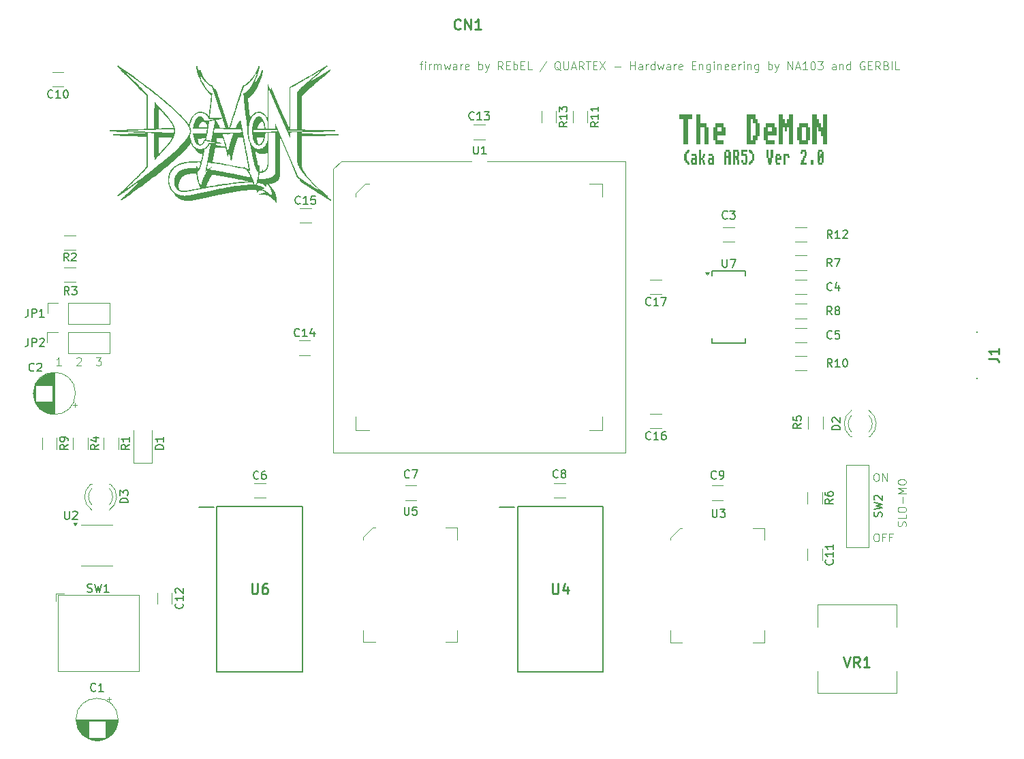
<source format=gbr>
%TF.GenerationSoftware,KiCad,Pcbnew,9.0.4*%
%TF.CreationDate,2025-10-05T19:10:15+02:00*%
%TF.ProjectId,DeMoN_2.0_PLCC,44654d6f-4e5f-4322-9e30-5f504c43432e,rev?*%
%TF.SameCoordinates,Original*%
%TF.FileFunction,Legend,Top*%
%TF.FilePolarity,Positive*%
%FSLAX46Y46*%
G04 Gerber Fmt 4.6, Leading zero omitted, Abs format (unit mm)*
G04 Created by KiCad (PCBNEW 9.0.4) date 2025-10-05 19:10:15*
%MOMM*%
%LPD*%
G01*
G04 APERTURE LIST*
%ADD10C,0.150000*%
%ADD11C,0.100000*%
%ADD12C,0.300000*%
%ADD13C,0.254000*%
%ADD14C,0.120000*%
%ADD15C,0.200000*%
%ADD16C,0.000000*%
%ADD17C,0.325000*%
G04 APERTURE END LIST*
D10*
X132205179Y-101772019D02*
X132205179Y-102581542D01*
X132205179Y-102581542D02*
X132252798Y-102676780D01*
X132252798Y-102676780D02*
X132300417Y-102724400D01*
X132300417Y-102724400D02*
X132395655Y-102772019D01*
X132395655Y-102772019D02*
X132586131Y-102772019D01*
X132586131Y-102772019D02*
X132681369Y-102724400D01*
X132681369Y-102724400D02*
X132728988Y-102676780D01*
X132728988Y-102676780D02*
X132776607Y-102581542D01*
X132776607Y-102581542D02*
X132776607Y-101772019D01*
X133728988Y-101772019D02*
X133252798Y-101772019D01*
X133252798Y-101772019D02*
X133205179Y-102248209D01*
X133205179Y-102248209D02*
X133252798Y-102200590D01*
X133252798Y-102200590D02*
X133348036Y-102152971D01*
X133348036Y-102152971D02*
X133586131Y-102152971D01*
X133586131Y-102152971D02*
X133681369Y-102200590D01*
X133681369Y-102200590D02*
X133728988Y-102248209D01*
X133728988Y-102248209D02*
X133776607Y-102343447D01*
X133776607Y-102343447D02*
X133776607Y-102581542D01*
X133776607Y-102581542D02*
X133728988Y-102676780D01*
X133728988Y-102676780D02*
X133681369Y-102724400D01*
X133681369Y-102724400D02*
X133586131Y-102772019D01*
X133586131Y-102772019D02*
X133348036Y-102772019D01*
X133348036Y-102772019D02*
X133252798Y-102724400D01*
X133252798Y-102724400D02*
X133205179Y-102676780D01*
X170485179Y-102042019D02*
X170485179Y-102851542D01*
X170485179Y-102851542D02*
X170532798Y-102946780D01*
X170532798Y-102946780D02*
X170580417Y-102994400D01*
X170580417Y-102994400D02*
X170675655Y-103042019D01*
X170675655Y-103042019D02*
X170866131Y-103042019D01*
X170866131Y-103042019D02*
X170961369Y-102994400D01*
X170961369Y-102994400D02*
X171008988Y-102946780D01*
X171008988Y-102946780D02*
X171056607Y-102851542D01*
X171056607Y-102851542D02*
X171056607Y-102042019D01*
X171437560Y-102042019D02*
X172056607Y-102042019D01*
X172056607Y-102042019D02*
X171723274Y-102422971D01*
X171723274Y-102422971D02*
X171866131Y-102422971D01*
X171866131Y-102422971D02*
X171961369Y-102470590D01*
X171961369Y-102470590D02*
X172008988Y-102518209D01*
X172008988Y-102518209D02*
X172056607Y-102613447D01*
X172056607Y-102613447D02*
X172056607Y-102851542D01*
X172056607Y-102851542D02*
X172008988Y-102946780D01*
X172008988Y-102946780D02*
X171961369Y-102994400D01*
X171961369Y-102994400D02*
X171866131Y-103042019D01*
X171866131Y-103042019D02*
X171580417Y-103042019D01*
X171580417Y-103042019D02*
X171485179Y-102994400D01*
X171485179Y-102994400D02*
X171437560Y-102946780D01*
D11*
X89556093Y-84174619D02*
X88984665Y-84174619D01*
X89270379Y-84174619D02*
X89270379Y-83174619D01*
X89270379Y-83174619D02*
X89175141Y-83317476D01*
X89175141Y-83317476D02*
X89079903Y-83412714D01*
X89079903Y-83412714D02*
X88984665Y-83460333D01*
X91460856Y-83269857D02*
X91508475Y-83222238D01*
X91508475Y-83222238D02*
X91603713Y-83174619D01*
X91603713Y-83174619D02*
X91841808Y-83174619D01*
X91841808Y-83174619D02*
X91937046Y-83222238D01*
X91937046Y-83222238D02*
X91984665Y-83269857D01*
X91984665Y-83269857D02*
X92032284Y-83365095D01*
X92032284Y-83365095D02*
X92032284Y-83460333D01*
X92032284Y-83460333D02*
X91984665Y-83603190D01*
X91984665Y-83603190D02*
X91413237Y-84174619D01*
X91413237Y-84174619D02*
X92032284Y-84174619D01*
X93889428Y-83174619D02*
X94508475Y-83174619D01*
X94508475Y-83174619D02*
X94175142Y-83555571D01*
X94175142Y-83555571D02*
X94317999Y-83555571D01*
X94317999Y-83555571D02*
X94413237Y-83603190D01*
X94413237Y-83603190D02*
X94460856Y-83650809D01*
X94460856Y-83650809D02*
X94508475Y-83746047D01*
X94508475Y-83746047D02*
X94508475Y-83984142D01*
X94508475Y-83984142D02*
X94460856Y-84079380D01*
X94460856Y-84079380D02*
X94413237Y-84127000D01*
X94413237Y-84127000D02*
X94317999Y-84174619D01*
X94317999Y-84174619D02*
X94032285Y-84174619D01*
X94032285Y-84174619D02*
X93937047Y-84127000D01*
X93937047Y-84127000D02*
X93889428Y-84079380D01*
X190752760Y-105064619D02*
X190943236Y-105064619D01*
X190943236Y-105064619D02*
X191038474Y-105112238D01*
X191038474Y-105112238D02*
X191133712Y-105207476D01*
X191133712Y-105207476D02*
X191181331Y-105397952D01*
X191181331Y-105397952D02*
X191181331Y-105731285D01*
X191181331Y-105731285D02*
X191133712Y-105921761D01*
X191133712Y-105921761D02*
X191038474Y-106017000D01*
X191038474Y-106017000D02*
X190943236Y-106064619D01*
X190943236Y-106064619D02*
X190752760Y-106064619D01*
X190752760Y-106064619D02*
X190657522Y-106017000D01*
X190657522Y-106017000D02*
X190562284Y-105921761D01*
X190562284Y-105921761D02*
X190514665Y-105731285D01*
X190514665Y-105731285D02*
X190514665Y-105397952D01*
X190514665Y-105397952D02*
X190562284Y-105207476D01*
X190562284Y-105207476D02*
X190657522Y-105112238D01*
X190657522Y-105112238D02*
X190752760Y-105064619D01*
X191943236Y-105540809D02*
X191609903Y-105540809D01*
X191609903Y-106064619D02*
X191609903Y-105064619D01*
X191609903Y-105064619D02*
X192086093Y-105064619D01*
X192800379Y-105540809D02*
X192467046Y-105540809D01*
X192467046Y-106064619D02*
X192467046Y-105064619D01*
X192467046Y-105064619D02*
X192943236Y-105064619D01*
D12*
G36*
X166883884Y-53508956D02*
G01*
X166356320Y-53508956D01*
X166356320Y-52971683D01*
X167939014Y-52971683D01*
X167939014Y-53508956D01*
X167420608Y-53508956D01*
X167420608Y-56664635D01*
X166883884Y-56664635D01*
X166883884Y-53508956D01*
G37*
G36*
X168991578Y-56664635D02*
G01*
X168454854Y-56664635D01*
X168454854Y-52971683D01*
X168991578Y-52971683D01*
X168991578Y-54026812D01*
X169775048Y-54026812D01*
X169775048Y-54554377D01*
X170037548Y-54554377D01*
X170037548Y-56664635D01*
X169500824Y-56664635D01*
X169500824Y-54564085D01*
X168991578Y-54564085D01*
X168991578Y-56664635D01*
G37*
G36*
X171878162Y-54542653D02*
G01*
X172136083Y-54542653D01*
X172136083Y-55609506D01*
X171090113Y-55609506D01*
X171090113Y-56127362D01*
X171878162Y-56127362D01*
X171878162Y-56664635D01*
X170811309Y-56664635D01*
X170811309Y-56137070D01*
X170553389Y-56137070D01*
X170553389Y-55072233D01*
X171090113Y-55072233D01*
X171599359Y-55072233D01*
X171599359Y-54564085D01*
X171090113Y-54564085D01*
X171090113Y-55072233D01*
X170553389Y-55072233D01*
X170553389Y-54542653D01*
X170811309Y-54542653D01*
X170811309Y-54026812D01*
X171878162Y-54026812D01*
X171878162Y-54542653D01*
G37*
G36*
X175816761Y-53499248D02*
G01*
X176075231Y-53499248D01*
X176075231Y-54026812D01*
X176333152Y-54026812D01*
X176333152Y-55621230D01*
X176075231Y-55621230D01*
X176075231Y-56137070D01*
X175816761Y-56137070D01*
X175816761Y-56664635D01*
X174750458Y-56664635D01*
X174750458Y-56127362D01*
X175287182Y-56127362D01*
X175538508Y-56127362D01*
X175538508Y-55609506D01*
X175805038Y-55609506D01*
X175805038Y-54038536D01*
X175538508Y-54038536D01*
X175538508Y-53508956D01*
X175287182Y-53508956D01*
X175287182Y-56127362D01*
X174750458Y-56127362D01*
X174750458Y-52971683D01*
X175816761Y-52971683D01*
X175816761Y-53499248D01*
G37*
G36*
X178173766Y-54542653D02*
G01*
X178431686Y-54542653D01*
X178431686Y-55609506D01*
X177385716Y-55609506D01*
X177385716Y-56127362D01*
X178173766Y-56127362D01*
X178173766Y-56664635D01*
X177106913Y-56664635D01*
X177106913Y-56137070D01*
X176848993Y-56137070D01*
X176848993Y-55072233D01*
X177385716Y-55072233D01*
X177894963Y-55072233D01*
X177894963Y-54564085D01*
X177385716Y-54564085D01*
X177385716Y-55072233D01*
X176848993Y-55072233D01*
X176848993Y-54542653D01*
X177106913Y-54542653D01*
X177106913Y-54026812D01*
X178173766Y-54026812D01*
X178173766Y-54542653D01*
G37*
G36*
X179477107Y-54566100D02*
G01*
X179226330Y-54566100D01*
X179226330Y-56664635D01*
X178689607Y-56664635D01*
X178689607Y-52971683D01*
X179226330Y-52971683D01*
X179226330Y-53499248D01*
X179488830Y-53499248D01*
X179488830Y-54026812D01*
X179733012Y-54026812D01*
X179733012Y-53499248D01*
X180002656Y-53499248D01*
X180002656Y-52971683D01*
X180539380Y-52971683D01*
X180539380Y-56664635D01*
X180002656Y-56664635D01*
X180002656Y-54566100D01*
X179744736Y-54566100D01*
X179744736Y-55093665D01*
X179477107Y-55093665D01*
X179477107Y-54566100D01*
G37*
G36*
X182370835Y-54542653D02*
G01*
X182628755Y-54542653D01*
X182628755Y-56137070D01*
X182370835Y-56137070D01*
X182370835Y-56664635D01*
X181303982Y-56664635D01*
X181303982Y-56137070D01*
X181046062Y-56137070D01*
X181046062Y-56127362D01*
X181582785Y-56127362D01*
X182092032Y-56127362D01*
X182092032Y-54564085D01*
X181582785Y-54564085D01*
X181582785Y-56127362D01*
X181046062Y-56127362D01*
X181046062Y-54542653D01*
X181303982Y-54542653D01*
X181303982Y-54026812D01*
X182370835Y-54026812D01*
X182370835Y-54542653D01*
G37*
G36*
X183937042Y-55093665D02*
G01*
X183674359Y-55093665D01*
X183674359Y-54566100D01*
X183423400Y-54566100D01*
X183423400Y-56664635D01*
X182886676Y-56664635D01*
X182886676Y-52971683D01*
X183423400Y-52971683D01*
X183423400Y-53499248D01*
X183686083Y-53499248D01*
X183686083Y-54026812D01*
X183948766Y-54026812D01*
X183948766Y-54554377D01*
X184199725Y-54554377D01*
X184199725Y-52971683D01*
X184736449Y-52971683D01*
X184736449Y-56664635D01*
X184199725Y-56664635D01*
X184199725Y-55621230D01*
X183937042Y-55621230D01*
X183937042Y-55093665D01*
G37*
G36*
X167253642Y-58919635D02*
G01*
X167121384Y-58919635D01*
X167121384Y-58661715D01*
X166991142Y-58661715D01*
X166991142Y-57864506D01*
X167121384Y-57864506D01*
X167121384Y-57600724D01*
X167253642Y-57600724D01*
X167253642Y-57471763D01*
X167385167Y-57471763D01*
X167385167Y-57336941D01*
X167653529Y-57336941D01*
X167653529Y-57605578D01*
X167522279Y-57605578D01*
X167522279Y-57738385D01*
X167389746Y-57738385D01*
X167389746Y-57870368D01*
X167259504Y-57870368D01*
X167259504Y-58649991D01*
X167389746Y-58649991D01*
X167389746Y-58781974D01*
X167522279Y-58781974D01*
X167522279Y-58914781D01*
X167653529Y-58914781D01*
X167653529Y-59183417D01*
X167385167Y-59183417D01*
X167385167Y-59048595D01*
X167253642Y-59048595D01*
X167253642Y-58919635D01*
G37*
G36*
X168439014Y-58127281D02*
G01*
X168567974Y-58127281D01*
X168567974Y-59183417D01*
X167905587Y-59183417D01*
X167905587Y-58919635D01*
X167776627Y-58919635D01*
X167776627Y-58914781D01*
X168044989Y-58914781D01*
X168299612Y-58914781D01*
X168299612Y-58655853D01*
X168044989Y-58655853D01*
X168044989Y-58914781D01*
X167776627Y-58914781D01*
X167776627Y-58650998D01*
X167905587Y-58650998D01*
X167905587Y-58387216D01*
X168299612Y-58387216D01*
X168299612Y-58133142D01*
X167905587Y-58133142D01*
X167905587Y-57864506D01*
X168439014Y-57864506D01*
X168439014Y-58127281D01*
G37*
G36*
X169219919Y-58122426D02*
G01*
X169353184Y-58122426D01*
X169353184Y-57864506D01*
X169617241Y-57864506D01*
X169617241Y-58133142D01*
X169488281Y-58133142D01*
X169488281Y-58393078D01*
X169359046Y-58393078D01*
X169359046Y-58649991D01*
X169488281Y-58649991D01*
X169488281Y-58914781D01*
X169617241Y-58914781D01*
X169617241Y-59183417D01*
X169353184Y-59183417D01*
X169353184Y-58919635D01*
X169219919Y-58919635D01*
X169219919Y-58655853D01*
X169094256Y-58655853D01*
X169094256Y-59183417D01*
X168825894Y-59183417D01*
X168825894Y-57336941D01*
X169094256Y-57336941D01*
X169094256Y-58387216D01*
X169219919Y-58387216D01*
X169219919Y-58122426D01*
G37*
G36*
X170537548Y-58127281D02*
G01*
X170666508Y-58127281D01*
X170666508Y-59183417D01*
X170004122Y-59183417D01*
X170004122Y-58919635D01*
X169875162Y-58919635D01*
X169875162Y-58914781D01*
X170143523Y-58914781D01*
X170398147Y-58914781D01*
X170398147Y-58655853D01*
X170143523Y-58655853D01*
X170143523Y-58914781D01*
X169875162Y-58914781D01*
X169875162Y-58650998D01*
X170004122Y-58650998D01*
X170004122Y-58387216D01*
X170398147Y-58387216D01*
X170398147Y-58133142D01*
X170004122Y-58133142D01*
X170004122Y-57864506D01*
X170537548Y-57864506D01*
X170537548Y-58127281D01*
G37*
G36*
X172636083Y-57600724D02*
G01*
X172765043Y-57600724D01*
X172765043Y-59183417D01*
X172496681Y-59183417D01*
X172496681Y-58396925D01*
X172242058Y-58396925D01*
X172242058Y-59183417D01*
X171973696Y-59183417D01*
X171973696Y-58128288D01*
X172242058Y-58128288D01*
X172496681Y-58128288D01*
X172496681Y-57605578D01*
X172242058Y-57605578D01*
X172242058Y-58128288D01*
X171973696Y-58128288D01*
X171973696Y-57600724D01*
X172102656Y-57600724D01*
X172102656Y-57336941D01*
X172636083Y-57336941D01*
X172636083Y-57600724D01*
G37*
G36*
X173685350Y-57600724D02*
G01*
X173814310Y-57600724D01*
X173814310Y-58134150D01*
X173685350Y-58134150D01*
X173685350Y-58649991D01*
X173814310Y-58649991D01*
X173814310Y-59183417D01*
X173545948Y-59183417D01*
X173545948Y-58655853D01*
X173416988Y-58655853D01*
X173416988Y-58396925D01*
X173291325Y-58396925D01*
X173291325Y-59183417D01*
X173022963Y-59183417D01*
X173022963Y-58128288D01*
X173291325Y-58128288D01*
X173545948Y-58128288D01*
X173545948Y-57605578D01*
X173291325Y-57605578D01*
X173291325Y-58128288D01*
X173022963Y-58128288D01*
X173022963Y-57336941D01*
X173685350Y-57336941D01*
X173685350Y-57600724D01*
G37*
G36*
X174072231Y-58650998D02*
G01*
X174340592Y-58650998D01*
X174340592Y-58914781D01*
X174595216Y-58914781D01*
X174595216Y-58133142D01*
X174072231Y-58133142D01*
X174072231Y-57336941D01*
X174863577Y-57336941D01*
X174863577Y-57605578D01*
X174340592Y-57605578D01*
X174340592Y-57864506D01*
X174734617Y-57864506D01*
X174734617Y-58122426D01*
X174863577Y-58122426D01*
X174863577Y-58919635D01*
X174734617Y-58919635D01*
X174734617Y-59183417D01*
X174201191Y-59183417D01*
X174201191Y-58919635D01*
X174072231Y-58919635D01*
X174072231Y-58650998D01*
G37*
G36*
X174992538Y-58914781D02*
G01*
X175123788Y-58914781D01*
X175123788Y-58781974D01*
X175256320Y-58781974D01*
X175256320Y-58649991D01*
X175386562Y-58649991D01*
X175386562Y-57870368D01*
X175256320Y-57870368D01*
X175256320Y-57738385D01*
X175123788Y-57738385D01*
X175123788Y-57605578D01*
X174992538Y-57605578D01*
X174992538Y-57336941D01*
X175260900Y-57336941D01*
X175260900Y-57471763D01*
X175392424Y-57471763D01*
X175392424Y-57600724D01*
X175524682Y-57600724D01*
X175524682Y-57864506D01*
X175654924Y-57864506D01*
X175654924Y-58661715D01*
X175524682Y-58661715D01*
X175524682Y-58919635D01*
X175392424Y-58919635D01*
X175392424Y-59048595D01*
X175260900Y-59048595D01*
X175260900Y-59183417D01*
X174992538Y-59183417D01*
X174992538Y-58914781D01*
G37*
G36*
X177220032Y-57336941D02*
G01*
X177488394Y-57336941D01*
X177488394Y-58386209D01*
X177746315Y-58386209D01*
X177746315Y-57336941D01*
X178011379Y-57336941D01*
X178011379Y-58392070D01*
X177882419Y-58392070D01*
X177882419Y-58919543D01*
X177752177Y-58919543D01*
X177752177Y-59183417D01*
X177483815Y-59183417D01*
X177483815Y-58919543D01*
X177348993Y-58919543D01*
X177348993Y-58392070D01*
X177220032Y-58392070D01*
X177220032Y-57336941D01*
G37*
G36*
X178931686Y-58122426D02*
G01*
X179060647Y-58122426D01*
X179060647Y-58655853D01*
X178537662Y-58655853D01*
X178537662Y-58914781D01*
X178931686Y-58914781D01*
X178931686Y-59183417D01*
X178398260Y-59183417D01*
X178398260Y-58919635D01*
X178269300Y-58919635D01*
X178269300Y-58387216D01*
X178537662Y-58387216D01*
X178792285Y-58387216D01*
X178792285Y-58133142D01*
X178537662Y-58133142D01*
X178537662Y-58387216D01*
X178269300Y-58387216D01*
X178269300Y-58122426D01*
X178398260Y-58122426D01*
X178398260Y-57864506D01*
X178931686Y-57864506D01*
X178931686Y-58122426D01*
G37*
G36*
X179586929Y-59183417D02*
G01*
X179318567Y-59183417D01*
X179318567Y-57864506D01*
X179978664Y-57864506D01*
X179978664Y-58128288D01*
X180109914Y-58128288D01*
X180109914Y-58396925D01*
X179841552Y-58396925D01*
X179841552Y-58133142D01*
X179586929Y-58133142D01*
X179586929Y-59183417D01*
G37*
G36*
X181417102Y-58914781D02*
G01*
X181547344Y-58914781D01*
X181547344Y-58652922D01*
X181680884Y-58652922D01*
X181680884Y-58390605D01*
X181811126Y-58390605D01*
X181811126Y-58128288D01*
X181943384Y-58128288D01*
X181943384Y-57605578D01*
X181685463Y-57605578D01*
X181685463Y-57869360D01*
X181417102Y-57869360D01*
X181417102Y-57600724D01*
X181547344Y-57600724D01*
X181547344Y-57336941D01*
X182079488Y-57336941D01*
X182079488Y-57600724D01*
X182208448Y-57600724D01*
X182208448Y-58134150D01*
X182079488Y-58134150D01*
X182079488Y-58396467D01*
X181949246Y-58396467D01*
X181949246Y-58658784D01*
X181815706Y-58658784D01*
X181815706Y-58914781D01*
X182208448Y-58914781D01*
X182208448Y-59183417D01*
X181417102Y-59183417D01*
X181417102Y-58914781D01*
G37*
G36*
X182730151Y-58649991D02*
G01*
X182998513Y-58649991D01*
X182998513Y-59183417D01*
X182730151Y-59183417D01*
X182730151Y-58649991D01*
G37*
G36*
X184178023Y-57600724D02*
G01*
X184306983Y-57600724D01*
X184306983Y-58919635D01*
X184178023Y-58919635D01*
X184178023Y-59183417D01*
X183644596Y-59183417D01*
X183644596Y-58919635D01*
X183515636Y-58919635D01*
X183515636Y-58661715D01*
X183783998Y-58661715D01*
X183783998Y-58914781D01*
X184038621Y-58914781D01*
X184038621Y-58397932D01*
X183914240Y-58397932D01*
X183914240Y-58661715D01*
X183783998Y-58661715D01*
X183515636Y-58661715D01*
X183515636Y-58128288D01*
X183783998Y-58128288D01*
X183908379Y-58128288D01*
X183908379Y-57864506D01*
X184038621Y-57864506D01*
X184038621Y-57605578D01*
X183783998Y-57605578D01*
X183783998Y-58128288D01*
X183515636Y-58128288D01*
X183515636Y-57600724D01*
X183644596Y-57600724D01*
X183644596Y-57336941D01*
X184178023Y-57336941D01*
X184178023Y-57600724D01*
G37*
D11*
X134088873Y-46707952D02*
X134469825Y-46707952D01*
X134231730Y-47374619D02*
X134231730Y-46517476D01*
X134231730Y-46517476D02*
X134279349Y-46422238D01*
X134279349Y-46422238D02*
X134374587Y-46374619D01*
X134374587Y-46374619D02*
X134469825Y-46374619D01*
X134803159Y-47374619D02*
X134803159Y-46707952D01*
X134803159Y-46374619D02*
X134755540Y-46422238D01*
X134755540Y-46422238D02*
X134803159Y-46469857D01*
X134803159Y-46469857D02*
X134850778Y-46422238D01*
X134850778Y-46422238D02*
X134803159Y-46374619D01*
X134803159Y-46374619D02*
X134803159Y-46469857D01*
X135279349Y-47374619D02*
X135279349Y-46707952D01*
X135279349Y-46898428D02*
X135326968Y-46803190D01*
X135326968Y-46803190D02*
X135374587Y-46755571D01*
X135374587Y-46755571D02*
X135469825Y-46707952D01*
X135469825Y-46707952D02*
X135565063Y-46707952D01*
X135898397Y-47374619D02*
X135898397Y-46707952D01*
X135898397Y-46803190D02*
X135946016Y-46755571D01*
X135946016Y-46755571D02*
X136041254Y-46707952D01*
X136041254Y-46707952D02*
X136184111Y-46707952D01*
X136184111Y-46707952D02*
X136279349Y-46755571D01*
X136279349Y-46755571D02*
X136326968Y-46850809D01*
X136326968Y-46850809D02*
X136326968Y-47374619D01*
X136326968Y-46850809D02*
X136374587Y-46755571D01*
X136374587Y-46755571D02*
X136469825Y-46707952D01*
X136469825Y-46707952D02*
X136612682Y-46707952D01*
X136612682Y-46707952D02*
X136707921Y-46755571D01*
X136707921Y-46755571D02*
X136755540Y-46850809D01*
X136755540Y-46850809D02*
X136755540Y-47374619D01*
X137136492Y-46707952D02*
X137326968Y-47374619D01*
X137326968Y-47374619D02*
X137517444Y-46898428D01*
X137517444Y-46898428D02*
X137707920Y-47374619D01*
X137707920Y-47374619D02*
X137898396Y-46707952D01*
X138707920Y-47374619D02*
X138707920Y-46850809D01*
X138707920Y-46850809D02*
X138660301Y-46755571D01*
X138660301Y-46755571D02*
X138565063Y-46707952D01*
X138565063Y-46707952D02*
X138374587Y-46707952D01*
X138374587Y-46707952D02*
X138279349Y-46755571D01*
X138707920Y-47327000D02*
X138612682Y-47374619D01*
X138612682Y-47374619D02*
X138374587Y-47374619D01*
X138374587Y-47374619D02*
X138279349Y-47327000D01*
X138279349Y-47327000D02*
X138231730Y-47231761D01*
X138231730Y-47231761D02*
X138231730Y-47136523D01*
X138231730Y-47136523D02*
X138279349Y-47041285D01*
X138279349Y-47041285D02*
X138374587Y-46993666D01*
X138374587Y-46993666D02*
X138612682Y-46993666D01*
X138612682Y-46993666D02*
X138707920Y-46946047D01*
X139184111Y-47374619D02*
X139184111Y-46707952D01*
X139184111Y-46898428D02*
X139231730Y-46803190D01*
X139231730Y-46803190D02*
X139279349Y-46755571D01*
X139279349Y-46755571D02*
X139374587Y-46707952D01*
X139374587Y-46707952D02*
X139469825Y-46707952D01*
X140184111Y-47327000D02*
X140088873Y-47374619D01*
X140088873Y-47374619D02*
X139898397Y-47374619D01*
X139898397Y-47374619D02*
X139803159Y-47327000D01*
X139803159Y-47327000D02*
X139755540Y-47231761D01*
X139755540Y-47231761D02*
X139755540Y-46850809D01*
X139755540Y-46850809D02*
X139803159Y-46755571D01*
X139803159Y-46755571D02*
X139898397Y-46707952D01*
X139898397Y-46707952D02*
X140088873Y-46707952D01*
X140088873Y-46707952D02*
X140184111Y-46755571D01*
X140184111Y-46755571D02*
X140231730Y-46850809D01*
X140231730Y-46850809D02*
X140231730Y-46946047D01*
X140231730Y-46946047D02*
X139755540Y-47041285D01*
X141422207Y-47374619D02*
X141422207Y-46374619D01*
X141422207Y-46755571D02*
X141517445Y-46707952D01*
X141517445Y-46707952D02*
X141707921Y-46707952D01*
X141707921Y-46707952D02*
X141803159Y-46755571D01*
X141803159Y-46755571D02*
X141850778Y-46803190D01*
X141850778Y-46803190D02*
X141898397Y-46898428D01*
X141898397Y-46898428D02*
X141898397Y-47184142D01*
X141898397Y-47184142D02*
X141850778Y-47279380D01*
X141850778Y-47279380D02*
X141803159Y-47327000D01*
X141803159Y-47327000D02*
X141707921Y-47374619D01*
X141707921Y-47374619D02*
X141517445Y-47374619D01*
X141517445Y-47374619D02*
X141422207Y-47327000D01*
X142231731Y-46707952D02*
X142469826Y-47374619D01*
X142707921Y-46707952D02*
X142469826Y-47374619D01*
X142469826Y-47374619D02*
X142374588Y-47612714D01*
X142374588Y-47612714D02*
X142326969Y-47660333D01*
X142326969Y-47660333D02*
X142231731Y-47707952D01*
X144422207Y-47374619D02*
X144088874Y-46898428D01*
X143850779Y-47374619D02*
X143850779Y-46374619D01*
X143850779Y-46374619D02*
X144231731Y-46374619D01*
X144231731Y-46374619D02*
X144326969Y-46422238D01*
X144326969Y-46422238D02*
X144374588Y-46469857D01*
X144374588Y-46469857D02*
X144422207Y-46565095D01*
X144422207Y-46565095D02*
X144422207Y-46707952D01*
X144422207Y-46707952D02*
X144374588Y-46803190D01*
X144374588Y-46803190D02*
X144326969Y-46850809D01*
X144326969Y-46850809D02*
X144231731Y-46898428D01*
X144231731Y-46898428D02*
X143850779Y-46898428D01*
X144850779Y-46850809D02*
X145184112Y-46850809D01*
X145326969Y-47374619D02*
X144850779Y-47374619D01*
X144850779Y-47374619D02*
X144850779Y-46374619D01*
X144850779Y-46374619D02*
X145326969Y-46374619D01*
X145755541Y-47374619D02*
X145755541Y-46374619D01*
X145755541Y-46755571D02*
X145850779Y-46707952D01*
X145850779Y-46707952D02*
X146041255Y-46707952D01*
X146041255Y-46707952D02*
X146136493Y-46755571D01*
X146136493Y-46755571D02*
X146184112Y-46803190D01*
X146184112Y-46803190D02*
X146231731Y-46898428D01*
X146231731Y-46898428D02*
X146231731Y-47184142D01*
X146231731Y-47184142D02*
X146184112Y-47279380D01*
X146184112Y-47279380D02*
X146136493Y-47327000D01*
X146136493Y-47327000D02*
X146041255Y-47374619D01*
X146041255Y-47374619D02*
X145850779Y-47374619D01*
X145850779Y-47374619D02*
X145755541Y-47327000D01*
X146660303Y-46850809D02*
X146993636Y-46850809D01*
X147136493Y-47374619D02*
X146660303Y-47374619D01*
X146660303Y-47374619D02*
X146660303Y-46374619D01*
X146660303Y-46374619D02*
X147136493Y-46374619D01*
X148041255Y-47374619D02*
X147565065Y-47374619D01*
X147565065Y-47374619D02*
X147565065Y-46374619D01*
X149850779Y-46327000D02*
X148993637Y-47612714D01*
X151612684Y-47469857D02*
X151517446Y-47422238D01*
X151517446Y-47422238D02*
X151422208Y-47327000D01*
X151422208Y-47327000D02*
X151279351Y-47184142D01*
X151279351Y-47184142D02*
X151184113Y-47136523D01*
X151184113Y-47136523D02*
X151088875Y-47136523D01*
X151136494Y-47374619D02*
X151041256Y-47327000D01*
X151041256Y-47327000D02*
X150946018Y-47231761D01*
X150946018Y-47231761D02*
X150898399Y-47041285D01*
X150898399Y-47041285D02*
X150898399Y-46707952D01*
X150898399Y-46707952D02*
X150946018Y-46517476D01*
X150946018Y-46517476D02*
X151041256Y-46422238D01*
X151041256Y-46422238D02*
X151136494Y-46374619D01*
X151136494Y-46374619D02*
X151326970Y-46374619D01*
X151326970Y-46374619D02*
X151422208Y-46422238D01*
X151422208Y-46422238D02*
X151517446Y-46517476D01*
X151517446Y-46517476D02*
X151565065Y-46707952D01*
X151565065Y-46707952D02*
X151565065Y-47041285D01*
X151565065Y-47041285D02*
X151517446Y-47231761D01*
X151517446Y-47231761D02*
X151422208Y-47327000D01*
X151422208Y-47327000D02*
X151326970Y-47374619D01*
X151326970Y-47374619D02*
X151136494Y-47374619D01*
X151993637Y-46374619D02*
X151993637Y-47184142D01*
X151993637Y-47184142D02*
X152041256Y-47279380D01*
X152041256Y-47279380D02*
X152088875Y-47327000D01*
X152088875Y-47327000D02*
X152184113Y-47374619D01*
X152184113Y-47374619D02*
X152374589Y-47374619D01*
X152374589Y-47374619D02*
X152469827Y-47327000D01*
X152469827Y-47327000D02*
X152517446Y-47279380D01*
X152517446Y-47279380D02*
X152565065Y-47184142D01*
X152565065Y-47184142D02*
X152565065Y-46374619D01*
X152993637Y-47088904D02*
X153469827Y-47088904D01*
X152898399Y-47374619D02*
X153231732Y-46374619D01*
X153231732Y-46374619D02*
X153565065Y-47374619D01*
X154469827Y-47374619D02*
X154136494Y-46898428D01*
X153898399Y-47374619D02*
X153898399Y-46374619D01*
X153898399Y-46374619D02*
X154279351Y-46374619D01*
X154279351Y-46374619D02*
X154374589Y-46422238D01*
X154374589Y-46422238D02*
X154422208Y-46469857D01*
X154422208Y-46469857D02*
X154469827Y-46565095D01*
X154469827Y-46565095D02*
X154469827Y-46707952D01*
X154469827Y-46707952D02*
X154422208Y-46803190D01*
X154422208Y-46803190D02*
X154374589Y-46850809D01*
X154374589Y-46850809D02*
X154279351Y-46898428D01*
X154279351Y-46898428D02*
X153898399Y-46898428D01*
X154755542Y-46374619D02*
X155326970Y-46374619D01*
X155041256Y-47374619D02*
X155041256Y-46374619D01*
X155660304Y-46850809D02*
X155993637Y-46850809D01*
X156136494Y-47374619D02*
X155660304Y-47374619D01*
X155660304Y-47374619D02*
X155660304Y-46374619D01*
X155660304Y-46374619D02*
X156136494Y-46374619D01*
X156469828Y-46374619D02*
X157136494Y-47374619D01*
X157136494Y-46374619D02*
X156469828Y-47374619D01*
X158279352Y-46993666D02*
X159041257Y-46993666D01*
X160279352Y-47374619D02*
X160279352Y-46374619D01*
X160279352Y-46850809D02*
X160850780Y-46850809D01*
X160850780Y-47374619D02*
X160850780Y-46374619D01*
X161755542Y-47374619D02*
X161755542Y-46850809D01*
X161755542Y-46850809D02*
X161707923Y-46755571D01*
X161707923Y-46755571D02*
X161612685Y-46707952D01*
X161612685Y-46707952D02*
X161422209Y-46707952D01*
X161422209Y-46707952D02*
X161326971Y-46755571D01*
X161755542Y-47327000D02*
X161660304Y-47374619D01*
X161660304Y-47374619D02*
X161422209Y-47374619D01*
X161422209Y-47374619D02*
X161326971Y-47327000D01*
X161326971Y-47327000D02*
X161279352Y-47231761D01*
X161279352Y-47231761D02*
X161279352Y-47136523D01*
X161279352Y-47136523D02*
X161326971Y-47041285D01*
X161326971Y-47041285D02*
X161422209Y-46993666D01*
X161422209Y-46993666D02*
X161660304Y-46993666D01*
X161660304Y-46993666D02*
X161755542Y-46946047D01*
X162231733Y-47374619D02*
X162231733Y-46707952D01*
X162231733Y-46898428D02*
X162279352Y-46803190D01*
X162279352Y-46803190D02*
X162326971Y-46755571D01*
X162326971Y-46755571D02*
X162422209Y-46707952D01*
X162422209Y-46707952D02*
X162517447Y-46707952D01*
X163279352Y-47374619D02*
X163279352Y-46374619D01*
X163279352Y-47327000D02*
X163184114Y-47374619D01*
X163184114Y-47374619D02*
X162993638Y-47374619D01*
X162993638Y-47374619D02*
X162898400Y-47327000D01*
X162898400Y-47327000D02*
X162850781Y-47279380D01*
X162850781Y-47279380D02*
X162803162Y-47184142D01*
X162803162Y-47184142D02*
X162803162Y-46898428D01*
X162803162Y-46898428D02*
X162850781Y-46803190D01*
X162850781Y-46803190D02*
X162898400Y-46755571D01*
X162898400Y-46755571D02*
X162993638Y-46707952D01*
X162993638Y-46707952D02*
X163184114Y-46707952D01*
X163184114Y-46707952D02*
X163279352Y-46755571D01*
X163660305Y-46707952D02*
X163850781Y-47374619D01*
X163850781Y-47374619D02*
X164041257Y-46898428D01*
X164041257Y-46898428D02*
X164231733Y-47374619D01*
X164231733Y-47374619D02*
X164422209Y-46707952D01*
X165231733Y-47374619D02*
X165231733Y-46850809D01*
X165231733Y-46850809D02*
X165184114Y-46755571D01*
X165184114Y-46755571D02*
X165088876Y-46707952D01*
X165088876Y-46707952D02*
X164898400Y-46707952D01*
X164898400Y-46707952D02*
X164803162Y-46755571D01*
X165231733Y-47327000D02*
X165136495Y-47374619D01*
X165136495Y-47374619D02*
X164898400Y-47374619D01*
X164898400Y-47374619D02*
X164803162Y-47327000D01*
X164803162Y-47327000D02*
X164755543Y-47231761D01*
X164755543Y-47231761D02*
X164755543Y-47136523D01*
X164755543Y-47136523D02*
X164803162Y-47041285D01*
X164803162Y-47041285D02*
X164898400Y-46993666D01*
X164898400Y-46993666D02*
X165136495Y-46993666D01*
X165136495Y-46993666D02*
X165231733Y-46946047D01*
X165707924Y-47374619D02*
X165707924Y-46707952D01*
X165707924Y-46898428D02*
X165755543Y-46803190D01*
X165755543Y-46803190D02*
X165803162Y-46755571D01*
X165803162Y-46755571D02*
X165898400Y-46707952D01*
X165898400Y-46707952D02*
X165993638Y-46707952D01*
X166707924Y-47327000D02*
X166612686Y-47374619D01*
X166612686Y-47374619D02*
X166422210Y-47374619D01*
X166422210Y-47374619D02*
X166326972Y-47327000D01*
X166326972Y-47327000D02*
X166279353Y-47231761D01*
X166279353Y-47231761D02*
X166279353Y-46850809D01*
X166279353Y-46850809D02*
X166326972Y-46755571D01*
X166326972Y-46755571D02*
X166422210Y-46707952D01*
X166422210Y-46707952D02*
X166612686Y-46707952D01*
X166612686Y-46707952D02*
X166707924Y-46755571D01*
X166707924Y-46755571D02*
X166755543Y-46850809D01*
X166755543Y-46850809D02*
X166755543Y-46946047D01*
X166755543Y-46946047D02*
X166279353Y-47041285D01*
X167946020Y-46850809D02*
X168279353Y-46850809D01*
X168422210Y-47374619D02*
X167946020Y-47374619D01*
X167946020Y-47374619D02*
X167946020Y-46374619D01*
X167946020Y-46374619D02*
X168422210Y-46374619D01*
X168850782Y-46707952D02*
X168850782Y-47374619D01*
X168850782Y-46803190D02*
X168898401Y-46755571D01*
X168898401Y-46755571D02*
X168993639Y-46707952D01*
X168993639Y-46707952D02*
X169136496Y-46707952D01*
X169136496Y-46707952D02*
X169231734Y-46755571D01*
X169231734Y-46755571D02*
X169279353Y-46850809D01*
X169279353Y-46850809D02*
X169279353Y-47374619D01*
X170184115Y-46707952D02*
X170184115Y-47517476D01*
X170184115Y-47517476D02*
X170136496Y-47612714D01*
X170136496Y-47612714D02*
X170088877Y-47660333D01*
X170088877Y-47660333D02*
X169993639Y-47707952D01*
X169993639Y-47707952D02*
X169850782Y-47707952D01*
X169850782Y-47707952D02*
X169755544Y-47660333D01*
X170184115Y-47327000D02*
X170088877Y-47374619D01*
X170088877Y-47374619D02*
X169898401Y-47374619D01*
X169898401Y-47374619D02*
X169803163Y-47327000D01*
X169803163Y-47327000D02*
X169755544Y-47279380D01*
X169755544Y-47279380D02*
X169707925Y-47184142D01*
X169707925Y-47184142D02*
X169707925Y-46898428D01*
X169707925Y-46898428D02*
X169755544Y-46803190D01*
X169755544Y-46803190D02*
X169803163Y-46755571D01*
X169803163Y-46755571D02*
X169898401Y-46707952D01*
X169898401Y-46707952D02*
X170088877Y-46707952D01*
X170088877Y-46707952D02*
X170184115Y-46755571D01*
X170660306Y-47374619D02*
X170660306Y-46707952D01*
X170660306Y-46374619D02*
X170612687Y-46422238D01*
X170612687Y-46422238D02*
X170660306Y-46469857D01*
X170660306Y-46469857D02*
X170707925Y-46422238D01*
X170707925Y-46422238D02*
X170660306Y-46374619D01*
X170660306Y-46374619D02*
X170660306Y-46469857D01*
X171136496Y-46707952D02*
X171136496Y-47374619D01*
X171136496Y-46803190D02*
X171184115Y-46755571D01*
X171184115Y-46755571D02*
X171279353Y-46707952D01*
X171279353Y-46707952D02*
X171422210Y-46707952D01*
X171422210Y-46707952D02*
X171517448Y-46755571D01*
X171517448Y-46755571D02*
X171565067Y-46850809D01*
X171565067Y-46850809D02*
X171565067Y-47374619D01*
X172422210Y-47327000D02*
X172326972Y-47374619D01*
X172326972Y-47374619D02*
X172136496Y-47374619D01*
X172136496Y-47374619D02*
X172041258Y-47327000D01*
X172041258Y-47327000D02*
X171993639Y-47231761D01*
X171993639Y-47231761D02*
X171993639Y-46850809D01*
X171993639Y-46850809D02*
X172041258Y-46755571D01*
X172041258Y-46755571D02*
X172136496Y-46707952D01*
X172136496Y-46707952D02*
X172326972Y-46707952D01*
X172326972Y-46707952D02*
X172422210Y-46755571D01*
X172422210Y-46755571D02*
X172469829Y-46850809D01*
X172469829Y-46850809D02*
X172469829Y-46946047D01*
X172469829Y-46946047D02*
X171993639Y-47041285D01*
X173279353Y-47327000D02*
X173184115Y-47374619D01*
X173184115Y-47374619D02*
X172993639Y-47374619D01*
X172993639Y-47374619D02*
X172898401Y-47327000D01*
X172898401Y-47327000D02*
X172850782Y-47231761D01*
X172850782Y-47231761D02*
X172850782Y-46850809D01*
X172850782Y-46850809D02*
X172898401Y-46755571D01*
X172898401Y-46755571D02*
X172993639Y-46707952D01*
X172993639Y-46707952D02*
X173184115Y-46707952D01*
X173184115Y-46707952D02*
X173279353Y-46755571D01*
X173279353Y-46755571D02*
X173326972Y-46850809D01*
X173326972Y-46850809D02*
X173326972Y-46946047D01*
X173326972Y-46946047D02*
X172850782Y-47041285D01*
X173755544Y-47374619D02*
X173755544Y-46707952D01*
X173755544Y-46898428D02*
X173803163Y-46803190D01*
X173803163Y-46803190D02*
X173850782Y-46755571D01*
X173850782Y-46755571D02*
X173946020Y-46707952D01*
X173946020Y-46707952D02*
X174041258Y-46707952D01*
X174374592Y-47374619D02*
X174374592Y-46707952D01*
X174374592Y-46374619D02*
X174326973Y-46422238D01*
X174326973Y-46422238D02*
X174374592Y-46469857D01*
X174374592Y-46469857D02*
X174422211Y-46422238D01*
X174422211Y-46422238D02*
X174374592Y-46374619D01*
X174374592Y-46374619D02*
X174374592Y-46469857D01*
X174850782Y-46707952D02*
X174850782Y-47374619D01*
X174850782Y-46803190D02*
X174898401Y-46755571D01*
X174898401Y-46755571D02*
X174993639Y-46707952D01*
X174993639Y-46707952D02*
X175136496Y-46707952D01*
X175136496Y-46707952D02*
X175231734Y-46755571D01*
X175231734Y-46755571D02*
X175279353Y-46850809D01*
X175279353Y-46850809D02*
X175279353Y-47374619D01*
X176184115Y-46707952D02*
X176184115Y-47517476D01*
X176184115Y-47517476D02*
X176136496Y-47612714D01*
X176136496Y-47612714D02*
X176088877Y-47660333D01*
X176088877Y-47660333D02*
X175993639Y-47707952D01*
X175993639Y-47707952D02*
X175850782Y-47707952D01*
X175850782Y-47707952D02*
X175755544Y-47660333D01*
X176184115Y-47327000D02*
X176088877Y-47374619D01*
X176088877Y-47374619D02*
X175898401Y-47374619D01*
X175898401Y-47374619D02*
X175803163Y-47327000D01*
X175803163Y-47327000D02*
X175755544Y-47279380D01*
X175755544Y-47279380D02*
X175707925Y-47184142D01*
X175707925Y-47184142D02*
X175707925Y-46898428D01*
X175707925Y-46898428D02*
X175755544Y-46803190D01*
X175755544Y-46803190D02*
X175803163Y-46755571D01*
X175803163Y-46755571D02*
X175898401Y-46707952D01*
X175898401Y-46707952D02*
X176088877Y-46707952D01*
X176088877Y-46707952D02*
X176184115Y-46755571D01*
X177422211Y-47374619D02*
X177422211Y-46374619D01*
X177422211Y-46755571D02*
X177517449Y-46707952D01*
X177517449Y-46707952D02*
X177707925Y-46707952D01*
X177707925Y-46707952D02*
X177803163Y-46755571D01*
X177803163Y-46755571D02*
X177850782Y-46803190D01*
X177850782Y-46803190D02*
X177898401Y-46898428D01*
X177898401Y-46898428D02*
X177898401Y-47184142D01*
X177898401Y-47184142D02*
X177850782Y-47279380D01*
X177850782Y-47279380D02*
X177803163Y-47327000D01*
X177803163Y-47327000D02*
X177707925Y-47374619D01*
X177707925Y-47374619D02*
X177517449Y-47374619D01*
X177517449Y-47374619D02*
X177422211Y-47327000D01*
X178231735Y-46707952D02*
X178469830Y-47374619D01*
X178707925Y-46707952D02*
X178469830Y-47374619D01*
X178469830Y-47374619D02*
X178374592Y-47612714D01*
X178374592Y-47612714D02*
X178326973Y-47660333D01*
X178326973Y-47660333D02*
X178231735Y-47707952D01*
X179850783Y-47374619D02*
X179850783Y-46374619D01*
X179850783Y-46374619D02*
X180422211Y-47374619D01*
X180422211Y-47374619D02*
X180422211Y-46374619D01*
X180850783Y-47088904D02*
X181326973Y-47088904D01*
X180755545Y-47374619D02*
X181088878Y-46374619D01*
X181088878Y-46374619D02*
X181422211Y-47374619D01*
X182279354Y-47374619D02*
X181707926Y-47374619D01*
X181993640Y-47374619D02*
X181993640Y-46374619D01*
X181993640Y-46374619D02*
X181898402Y-46517476D01*
X181898402Y-46517476D02*
X181803164Y-46612714D01*
X181803164Y-46612714D02*
X181707926Y-46660333D01*
X182898402Y-46374619D02*
X182993640Y-46374619D01*
X182993640Y-46374619D02*
X183088878Y-46422238D01*
X183088878Y-46422238D02*
X183136497Y-46469857D01*
X183136497Y-46469857D02*
X183184116Y-46565095D01*
X183184116Y-46565095D02*
X183231735Y-46755571D01*
X183231735Y-46755571D02*
X183231735Y-46993666D01*
X183231735Y-46993666D02*
X183184116Y-47184142D01*
X183184116Y-47184142D02*
X183136497Y-47279380D01*
X183136497Y-47279380D02*
X183088878Y-47327000D01*
X183088878Y-47327000D02*
X182993640Y-47374619D01*
X182993640Y-47374619D02*
X182898402Y-47374619D01*
X182898402Y-47374619D02*
X182803164Y-47327000D01*
X182803164Y-47327000D02*
X182755545Y-47279380D01*
X182755545Y-47279380D02*
X182707926Y-47184142D01*
X182707926Y-47184142D02*
X182660307Y-46993666D01*
X182660307Y-46993666D02*
X182660307Y-46755571D01*
X182660307Y-46755571D02*
X182707926Y-46565095D01*
X182707926Y-46565095D02*
X182755545Y-46469857D01*
X182755545Y-46469857D02*
X182803164Y-46422238D01*
X182803164Y-46422238D02*
X182898402Y-46374619D01*
X183565069Y-46374619D02*
X184184116Y-46374619D01*
X184184116Y-46374619D02*
X183850783Y-46755571D01*
X183850783Y-46755571D02*
X183993640Y-46755571D01*
X183993640Y-46755571D02*
X184088878Y-46803190D01*
X184088878Y-46803190D02*
X184136497Y-46850809D01*
X184136497Y-46850809D02*
X184184116Y-46946047D01*
X184184116Y-46946047D02*
X184184116Y-47184142D01*
X184184116Y-47184142D02*
X184136497Y-47279380D01*
X184136497Y-47279380D02*
X184088878Y-47327000D01*
X184088878Y-47327000D02*
X183993640Y-47374619D01*
X183993640Y-47374619D02*
X183707926Y-47374619D01*
X183707926Y-47374619D02*
X183612688Y-47327000D01*
X183612688Y-47327000D02*
X183565069Y-47279380D01*
X185803164Y-47374619D02*
X185803164Y-46850809D01*
X185803164Y-46850809D02*
X185755545Y-46755571D01*
X185755545Y-46755571D02*
X185660307Y-46707952D01*
X185660307Y-46707952D02*
X185469831Y-46707952D01*
X185469831Y-46707952D02*
X185374593Y-46755571D01*
X185803164Y-47327000D02*
X185707926Y-47374619D01*
X185707926Y-47374619D02*
X185469831Y-47374619D01*
X185469831Y-47374619D02*
X185374593Y-47327000D01*
X185374593Y-47327000D02*
X185326974Y-47231761D01*
X185326974Y-47231761D02*
X185326974Y-47136523D01*
X185326974Y-47136523D02*
X185374593Y-47041285D01*
X185374593Y-47041285D02*
X185469831Y-46993666D01*
X185469831Y-46993666D02*
X185707926Y-46993666D01*
X185707926Y-46993666D02*
X185803164Y-46946047D01*
X186279355Y-46707952D02*
X186279355Y-47374619D01*
X186279355Y-46803190D02*
X186326974Y-46755571D01*
X186326974Y-46755571D02*
X186422212Y-46707952D01*
X186422212Y-46707952D02*
X186565069Y-46707952D01*
X186565069Y-46707952D02*
X186660307Y-46755571D01*
X186660307Y-46755571D02*
X186707926Y-46850809D01*
X186707926Y-46850809D02*
X186707926Y-47374619D01*
X187612688Y-47374619D02*
X187612688Y-46374619D01*
X187612688Y-47327000D02*
X187517450Y-47374619D01*
X187517450Y-47374619D02*
X187326974Y-47374619D01*
X187326974Y-47374619D02*
X187231736Y-47327000D01*
X187231736Y-47327000D02*
X187184117Y-47279380D01*
X187184117Y-47279380D02*
X187136498Y-47184142D01*
X187136498Y-47184142D02*
X187136498Y-46898428D01*
X187136498Y-46898428D02*
X187184117Y-46803190D01*
X187184117Y-46803190D02*
X187231736Y-46755571D01*
X187231736Y-46755571D02*
X187326974Y-46707952D01*
X187326974Y-46707952D02*
X187517450Y-46707952D01*
X187517450Y-46707952D02*
X187612688Y-46755571D01*
X189374593Y-46422238D02*
X189279355Y-46374619D01*
X189279355Y-46374619D02*
X189136498Y-46374619D01*
X189136498Y-46374619D02*
X188993641Y-46422238D01*
X188993641Y-46422238D02*
X188898403Y-46517476D01*
X188898403Y-46517476D02*
X188850784Y-46612714D01*
X188850784Y-46612714D02*
X188803165Y-46803190D01*
X188803165Y-46803190D02*
X188803165Y-46946047D01*
X188803165Y-46946047D02*
X188850784Y-47136523D01*
X188850784Y-47136523D02*
X188898403Y-47231761D01*
X188898403Y-47231761D02*
X188993641Y-47327000D01*
X188993641Y-47327000D02*
X189136498Y-47374619D01*
X189136498Y-47374619D02*
X189231736Y-47374619D01*
X189231736Y-47374619D02*
X189374593Y-47327000D01*
X189374593Y-47327000D02*
X189422212Y-47279380D01*
X189422212Y-47279380D02*
X189422212Y-46946047D01*
X189422212Y-46946047D02*
X189231736Y-46946047D01*
X189850784Y-46850809D02*
X190184117Y-46850809D01*
X190326974Y-47374619D02*
X189850784Y-47374619D01*
X189850784Y-47374619D02*
X189850784Y-46374619D01*
X189850784Y-46374619D02*
X190326974Y-46374619D01*
X191326974Y-47374619D02*
X190993641Y-46898428D01*
X190755546Y-47374619D02*
X190755546Y-46374619D01*
X190755546Y-46374619D02*
X191136498Y-46374619D01*
X191136498Y-46374619D02*
X191231736Y-46422238D01*
X191231736Y-46422238D02*
X191279355Y-46469857D01*
X191279355Y-46469857D02*
X191326974Y-46565095D01*
X191326974Y-46565095D02*
X191326974Y-46707952D01*
X191326974Y-46707952D02*
X191279355Y-46803190D01*
X191279355Y-46803190D02*
X191231736Y-46850809D01*
X191231736Y-46850809D02*
X191136498Y-46898428D01*
X191136498Y-46898428D02*
X190755546Y-46898428D01*
X192088879Y-46850809D02*
X192231736Y-46898428D01*
X192231736Y-46898428D02*
X192279355Y-46946047D01*
X192279355Y-46946047D02*
X192326974Y-47041285D01*
X192326974Y-47041285D02*
X192326974Y-47184142D01*
X192326974Y-47184142D02*
X192279355Y-47279380D01*
X192279355Y-47279380D02*
X192231736Y-47327000D01*
X192231736Y-47327000D02*
X192136498Y-47374619D01*
X192136498Y-47374619D02*
X191755546Y-47374619D01*
X191755546Y-47374619D02*
X191755546Y-46374619D01*
X191755546Y-46374619D02*
X192088879Y-46374619D01*
X192088879Y-46374619D02*
X192184117Y-46422238D01*
X192184117Y-46422238D02*
X192231736Y-46469857D01*
X192231736Y-46469857D02*
X192279355Y-46565095D01*
X192279355Y-46565095D02*
X192279355Y-46660333D01*
X192279355Y-46660333D02*
X192231736Y-46755571D01*
X192231736Y-46755571D02*
X192184117Y-46803190D01*
X192184117Y-46803190D02*
X192088879Y-46850809D01*
X192088879Y-46850809D02*
X191755546Y-46850809D01*
X192755546Y-47374619D02*
X192755546Y-46374619D01*
X193707926Y-47374619D02*
X193231736Y-47374619D01*
X193231736Y-47374619D02*
X193231736Y-46374619D01*
X190752760Y-97564619D02*
X190943236Y-97564619D01*
X190943236Y-97564619D02*
X191038474Y-97612238D01*
X191038474Y-97612238D02*
X191133712Y-97707476D01*
X191133712Y-97707476D02*
X191181331Y-97897952D01*
X191181331Y-97897952D02*
X191181331Y-98231285D01*
X191181331Y-98231285D02*
X191133712Y-98421761D01*
X191133712Y-98421761D02*
X191038474Y-98517000D01*
X191038474Y-98517000D02*
X190943236Y-98564619D01*
X190943236Y-98564619D02*
X190752760Y-98564619D01*
X190752760Y-98564619D02*
X190657522Y-98517000D01*
X190657522Y-98517000D02*
X190562284Y-98421761D01*
X190562284Y-98421761D02*
X190514665Y-98231285D01*
X190514665Y-98231285D02*
X190514665Y-97897952D01*
X190514665Y-97897952D02*
X190562284Y-97707476D01*
X190562284Y-97707476D02*
X190657522Y-97612238D01*
X190657522Y-97612238D02*
X190752760Y-97564619D01*
X191609903Y-98564619D02*
X191609903Y-97564619D01*
X191609903Y-97564619D02*
X192181331Y-98564619D01*
X192181331Y-98564619D02*
X192181331Y-97564619D01*
X194483200Y-104185934D02*
X194530819Y-104043077D01*
X194530819Y-104043077D02*
X194530819Y-103804982D01*
X194530819Y-103804982D02*
X194483200Y-103709744D01*
X194483200Y-103709744D02*
X194435580Y-103662125D01*
X194435580Y-103662125D02*
X194340342Y-103614506D01*
X194340342Y-103614506D02*
X194245104Y-103614506D01*
X194245104Y-103614506D02*
X194149866Y-103662125D01*
X194149866Y-103662125D02*
X194102247Y-103709744D01*
X194102247Y-103709744D02*
X194054628Y-103804982D01*
X194054628Y-103804982D02*
X194007009Y-103995458D01*
X194007009Y-103995458D02*
X193959390Y-104090696D01*
X193959390Y-104090696D02*
X193911771Y-104138315D01*
X193911771Y-104138315D02*
X193816533Y-104185934D01*
X193816533Y-104185934D02*
X193721295Y-104185934D01*
X193721295Y-104185934D02*
X193626057Y-104138315D01*
X193626057Y-104138315D02*
X193578438Y-104090696D01*
X193578438Y-104090696D02*
X193530819Y-103995458D01*
X193530819Y-103995458D02*
X193530819Y-103757363D01*
X193530819Y-103757363D02*
X193578438Y-103614506D01*
X194530819Y-102709744D02*
X194530819Y-103185934D01*
X194530819Y-103185934D02*
X193530819Y-103185934D01*
X193530819Y-102185934D02*
X193530819Y-101995458D01*
X193530819Y-101995458D02*
X193578438Y-101900220D01*
X193578438Y-101900220D02*
X193673676Y-101804982D01*
X193673676Y-101804982D02*
X193864152Y-101757363D01*
X193864152Y-101757363D02*
X194197485Y-101757363D01*
X194197485Y-101757363D02*
X194387961Y-101804982D01*
X194387961Y-101804982D02*
X194483200Y-101900220D01*
X194483200Y-101900220D02*
X194530819Y-101995458D01*
X194530819Y-101995458D02*
X194530819Y-102185934D01*
X194530819Y-102185934D02*
X194483200Y-102281172D01*
X194483200Y-102281172D02*
X194387961Y-102376410D01*
X194387961Y-102376410D02*
X194197485Y-102424029D01*
X194197485Y-102424029D02*
X193864152Y-102424029D01*
X193864152Y-102424029D02*
X193673676Y-102376410D01*
X193673676Y-102376410D02*
X193578438Y-102281172D01*
X193578438Y-102281172D02*
X193530819Y-102185934D01*
X194149866Y-101328791D02*
X194149866Y-100566887D01*
X194530819Y-100090696D02*
X193530819Y-100090696D01*
X193530819Y-100090696D02*
X194245104Y-99757363D01*
X194245104Y-99757363D02*
X193530819Y-99424030D01*
X193530819Y-99424030D02*
X194530819Y-99424030D01*
X193530819Y-98757363D02*
X193530819Y-98566887D01*
X193530819Y-98566887D02*
X193578438Y-98471649D01*
X193578438Y-98471649D02*
X193673676Y-98376411D01*
X193673676Y-98376411D02*
X193864152Y-98328792D01*
X193864152Y-98328792D02*
X194197485Y-98328792D01*
X194197485Y-98328792D02*
X194387961Y-98376411D01*
X194387961Y-98376411D02*
X194483200Y-98471649D01*
X194483200Y-98471649D02*
X194530819Y-98566887D01*
X194530819Y-98566887D02*
X194530819Y-98757363D01*
X194530819Y-98757363D02*
X194483200Y-98852601D01*
X194483200Y-98852601D02*
X194387961Y-98947839D01*
X194387961Y-98947839D02*
X194197485Y-98995458D01*
X194197485Y-98995458D02*
X193864152Y-98995458D01*
X193864152Y-98995458D02*
X193673676Y-98947839D01*
X193673676Y-98947839D02*
X193578438Y-98852601D01*
X193578438Y-98852601D02*
X193530819Y-98757363D01*
D10*
X90541733Y-75377019D02*
X90208400Y-74900828D01*
X89970305Y-75377019D02*
X89970305Y-74377019D01*
X89970305Y-74377019D02*
X90351257Y-74377019D01*
X90351257Y-74377019D02*
X90446495Y-74424638D01*
X90446495Y-74424638D02*
X90494114Y-74472257D01*
X90494114Y-74472257D02*
X90541733Y-74567495D01*
X90541733Y-74567495D02*
X90541733Y-74710352D01*
X90541733Y-74710352D02*
X90494114Y-74805590D01*
X90494114Y-74805590D02*
X90446495Y-74853209D01*
X90446495Y-74853209D02*
X90351257Y-74900828D01*
X90351257Y-74900828D02*
X89970305Y-74900828D01*
X90875067Y-74377019D02*
X91494114Y-74377019D01*
X91494114Y-74377019D02*
X91160781Y-74757971D01*
X91160781Y-74757971D02*
X91303638Y-74757971D01*
X91303638Y-74757971D02*
X91398876Y-74805590D01*
X91398876Y-74805590D02*
X91446495Y-74853209D01*
X91446495Y-74853209D02*
X91494114Y-74948447D01*
X91494114Y-74948447D02*
X91494114Y-75186542D01*
X91494114Y-75186542D02*
X91446495Y-75281780D01*
X91446495Y-75281780D02*
X91398876Y-75329400D01*
X91398876Y-75329400D02*
X91303638Y-75377019D01*
X91303638Y-75377019D02*
X91017924Y-75377019D01*
X91017924Y-75377019D02*
X90922686Y-75329400D01*
X90922686Y-75329400D02*
X90875067Y-75281780D01*
X162818042Y-76611780D02*
X162770423Y-76659400D01*
X162770423Y-76659400D02*
X162627566Y-76707019D01*
X162627566Y-76707019D02*
X162532328Y-76707019D01*
X162532328Y-76707019D02*
X162389471Y-76659400D01*
X162389471Y-76659400D02*
X162294233Y-76564161D01*
X162294233Y-76564161D02*
X162246614Y-76468923D01*
X162246614Y-76468923D02*
X162198995Y-76278447D01*
X162198995Y-76278447D02*
X162198995Y-76135590D01*
X162198995Y-76135590D02*
X162246614Y-75945114D01*
X162246614Y-75945114D02*
X162294233Y-75849876D01*
X162294233Y-75849876D02*
X162389471Y-75754638D01*
X162389471Y-75754638D02*
X162532328Y-75707019D01*
X162532328Y-75707019D02*
X162627566Y-75707019D01*
X162627566Y-75707019D02*
X162770423Y-75754638D01*
X162770423Y-75754638D02*
X162818042Y-75802257D01*
X163770423Y-76707019D02*
X163198995Y-76707019D01*
X163484709Y-76707019D02*
X163484709Y-75707019D01*
X163484709Y-75707019D02*
X163389471Y-75849876D01*
X163389471Y-75849876D02*
X163294233Y-75945114D01*
X163294233Y-75945114D02*
X163198995Y-75992733D01*
X164103757Y-75707019D02*
X164770423Y-75707019D01*
X164770423Y-75707019D02*
X164341852Y-76707019D01*
X191507200Y-102983332D02*
X191554819Y-102840475D01*
X191554819Y-102840475D02*
X191554819Y-102602380D01*
X191554819Y-102602380D02*
X191507200Y-102507142D01*
X191507200Y-102507142D02*
X191459580Y-102459523D01*
X191459580Y-102459523D02*
X191364342Y-102411904D01*
X191364342Y-102411904D02*
X191269104Y-102411904D01*
X191269104Y-102411904D02*
X191173866Y-102459523D01*
X191173866Y-102459523D02*
X191126247Y-102507142D01*
X191126247Y-102507142D02*
X191078628Y-102602380D01*
X191078628Y-102602380D02*
X191031009Y-102792856D01*
X191031009Y-102792856D02*
X190983390Y-102888094D01*
X190983390Y-102888094D02*
X190935771Y-102935713D01*
X190935771Y-102935713D02*
X190840533Y-102983332D01*
X190840533Y-102983332D02*
X190745295Y-102983332D01*
X190745295Y-102983332D02*
X190650057Y-102935713D01*
X190650057Y-102935713D02*
X190602438Y-102888094D01*
X190602438Y-102888094D02*
X190554819Y-102792856D01*
X190554819Y-102792856D02*
X190554819Y-102554761D01*
X190554819Y-102554761D02*
X190602438Y-102411904D01*
X190554819Y-102078570D02*
X191554819Y-101840475D01*
X191554819Y-101840475D02*
X190840533Y-101649999D01*
X190840533Y-101649999D02*
X191554819Y-101459523D01*
X191554819Y-101459523D02*
X190554819Y-101221428D01*
X190650057Y-100888094D02*
X190602438Y-100840475D01*
X190602438Y-100840475D02*
X190554819Y-100745237D01*
X190554819Y-100745237D02*
X190554819Y-100507142D01*
X190554819Y-100507142D02*
X190602438Y-100411904D01*
X190602438Y-100411904D02*
X190650057Y-100364285D01*
X190650057Y-100364285D02*
X190745295Y-100316666D01*
X190745295Y-100316666D02*
X190840533Y-100316666D01*
X190840533Y-100316666D02*
X190983390Y-100364285D01*
X190983390Y-100364285D02*
X191554819Y-100935713D01*
X191554819Y-100935713D02*
X191554819Y-100316666D01*
X93833333Y-124609580D02*
X93785714Y-124657200D01*
X93785714Y-124657200D02*
X93642857Y-124704819D01*
X93642857Y-124704819D02*
X93547619Y-124704819D01*
X93547619Y-124704819D02*
X93404762Y-124657200D01*
X93404762Y-124657200D02*
X93309524Y-124561961D01*
X93309524Y-124561961D02*
X93261905Y-124466723D01*
X93261905Y-124466723D02*
X93214286Y-124276247D01*
X93214286Y-124276247D02*
X93214286Y-124133390D01*
X93214286Y-124133390D02*
X93261905Y-123942914D01*
X93261905Y-123942914D02*
X93309524Y-123847676D01*
X93309524Y-123847676D02*
X93404762Y-123752438D01*
X93404762Y-123752438D02*
X93547619Y-123704819D01*
X93547619Y-123704819D02*
X93642857Y-123704819D01*
X93642857Y-123704819D02*
X93785714Y-123752438D01*
X93785714Y-123752438D02*
X93833333Y-123800057D01*
X94785714Y-124704819D02*
X94214286Y-124704819D01*
X94500000Y-124704819D02*
X94500000Y-123704819D01*
X94500000Y-123704819D02*
X94404762Y-123847676D01*
X94404762Y-123847676D02*
X94309524Y-123942914D01*
X94309524Y-123942914D02*
X94214286Y-123990533D01*
X97864819Y-101233094D02*
X96864819Y-101233094D01*
X96864819Y-101233094D02*
X96864819Y-100994999D01*
X96864819Y-100994999D02*
X96912438Y-100852142D01*
X96912438Y-100852142D02*
X97007676Y-100756904D01*
X97007676Y-100756904D02*
X97102914Y-100709285D01*
X97102914Y-100709285D02*
X97293390Y-100661666D01*
X97293390Y-100661666D02*
X97436247Y-100661666D01*
X97436247Y-100661666D02*
X97626723Y-100709285D01*
X97626723Y-100709285D02*
X97721961Y-100756904D01*
X97721961Y-100756904D02*
X97817200Y-100852142D01*
X97817200Y-100852142D02*
X97864819Y-100994999D01*
X97864819Y-100994999D02*
X97864819Y-101233094D01*
X96864819Y-100328332D02*
X96864819Y-99709285D01*
X96864819Y-99709285D02*
X97245771Y-100042618D01*
X97245771Y-100042618D02*
X97245771Y-99899761D01*
X97245771Y-99899761D02*
X97293390Y-99804523D01*
X97293390Y-99804523D02*
X97341009Y-99756904D01*
X97341009Y-99756904D02*
X97436247Y-99709285D01*
X97436247Y-99709285D02*
X97674342Y-99709285D01*
X97674342Y-99709285D02*
X97769580Y-99756904D01*
X97769580Y-99756904D02*
X97817200Y-99804523D01*
X97817200Y-99804523D02*
X97864819Y-99899761D01*
X97864819Y-99899761D02*
X97864819Y-100185475D01*
X97864819Y-100185475D02*
X97817200Y-100280713D01*
X97817200Y-100280713D02*
X97769580Y-100328332D01*
X114061733Y-98231780D02*
X114014114Y-98279400D01*
X114014114Y-98279400D02*
X113871257Y-98327019D01*
X113871257Y-98327019D02*
X113776019Y-98327019D01*
X113776019Y-98327019D02*
X113633162Y-98279400D01*
X113633162Y-98279400D02*
X113537924Y-98184161D01*
X113537924Y-98184161D02*
X113490305Y-98088923D01*
X113490305Y-98088923D02*
X113442686Y-97898447D01*
X113442686Y-97898447D02*
X113442686Y-97755590D01*
X113442686Y-97755590D02*
X113490305Y-97565114D01*
X113490305Y-97565114D02*
X113537924Y-97469876D01*
X113537924Y-97469876D02*
X113633162Y-97374638D01*
X113633162Y-97374638D02*
X113776019Y-97327019D01*
X113776019Y-97327019D02*
X113871257Y-97327019D01*
X113871257Y-97327019D02*
X114014114Y-97374638D01*
X114014114Y-97374638D02*
X114061733Y-97422257D01*
X114918876Y-97327019D02*
X114728400Y-97327019D01*
X114728400Y-97327019D02*
X114633162Y-97374638D01*
X114633162Y-97374638D02*
X114585543Y-97422257D01*
X114585543Y-97422257D02*
X114490305Y-97565114D01*
X114490305Y-97565114D02*
X114442686Y-97755590D01*
X114442686Y-97755590D02*
X114442686Y-98136542D01*
X114442686Y-98136542D02*
X114490305Y-98231780D01*
X114490305Y-98231780D02*
X114537924Y-98279400D01*
X114537924Y-98279400D02*
X114633162Y-98327019D01*
X114633162Y-98327019D02*
X114823638Y-98327019D01*
X114823638Y-98327019D02*
X114918876Y-98279400D01*
X114918876Y-98279400D02*
X114966495Y-98231780D01*
X114966495Y-98231780D02*
X115014114Y-98136542D01*
X115014114Y-98136542D02*
X115014114Y-97898447D01*
X115014114Y-97898447D02*
X114966495Y-97803209D01*
X114966495Y-97803209D02*
X114918876Y-97755590D01*
X114918876Y-97755590D02*
X114823638Y-97707971D01*
X114823638Y-97707971D02*
X114633162Y-97707971D01*
X114633162Y-97707971D02*
X114537924Y-97755590D01*
X114537924Y-97755590D02*
X114490305Y-97803209D01*
X114490305Y-97803209D02*
X114442686Y-97898447D01*
X185331733Y-74761780D02*
X185284114Y-74809400D01*
X185284114Y-74809400D02*
X185141257Y-74857019D01*
X185141257Y-74857019D02*
X185046019Y-74857019D01*
X185046019Y-74857019D02*
X184903162Y-74809400D01*
X184903162Y-74809400D02*
X184807924Y-74714161D01*
X184807924Y-74714161D02*
X184760305Y-74618923D01*
X184760305Y-74618923D02*
X184712686Y-74428447D01*
X184712686Y-74428447D02*
X184712686Y-74285590D01*
X184712686Y-74285590D02*
X184760305Y-74095114D01*
X184760305Y-74095114D02*
X184807924Y-73999876D01*
X184807924Y-73999876D02*
X184903162Y-73904638D01*
X184903162Y-73904638D02*
X185046019Y-73857019D01*
X185046019Y-73857019D02*
X185141257Y-73857019D01*
X185141257Y-73857019D02*
X185284114Y-73904638D01*
X185284114Y-73904638D02*
X185331733Y-73952257D01*
X186188876Y-74190352D02*
X186188876Y-74857019D01*
X185950781Y-73809400D02*
X185712686Y-74523685D01*
X185712686Y-74523685D02*
X186331733Y-74523685D01*
X85450066Y-80797019D02*
X85450066Y-81511304D01*
X85450066Y-81511304D02*
X85402447Y-81654161D01*
X85402447Y-81654161D02*
X85307209Y-81749400D01*
X85307209Y-81749400D02*
X85164352Y-81797019D01*
X85164352Y-81797019D02*
X85069114Y-81797019D01*
X85926257Y-81797019D02*
X85926257Y-80797019D01*
X85926257Y-80797019D02*
X86307209Y-80797019D01*
X86307209Y-80797019D02*
X86402447Y-80844638D01*
X86402447Y-80844638D02*
X86450066Y-80892257D01*
X86450066Y-80892257D02*
X86497685Y-80987495D01*
X86497685Y-80987495D02*
X86497685Y-81130352D01*
X86497685Y-81130352D02*
X86450066Y-81225590D01*
X86450066Y-81225590D02*
X86402447Y-81273209D01*
X86402447Y-81273209D02*
X86307209Y-81320828D01*
X86307209Y-81320828D02*
X85926257Y-81320828D01*
X86878638Y-80892257D02*
X86926257Y-80844638D01*
X86926257Y-80844638D02*
X87021495Y-80797019D01*
X87021495Y-80797019D02*
X87259590Y-80797019D01*
X87259590Y-80797019D02*
X87354828Y-80844638D01*
X87354828Y-80844638D02*
X87402447Y-80892257D01*
X87402447Y-80892257D02*
X87450066Y-80987495D01*
X87450066Y-80987495D02*
X87450066Y-81082733D01*
X87450066Y-81082733D02*
X87402447Y-81225590D01*
X87402447Y-81225590D02*
X86831019Y-81797019D01*
X86831019Y-81797019D02*
X87450066Y-81797019D01*
X185331733Y-80761780D02*
X185284114Y-80809400D01*
X185284114Y-80809400D02*
X185141257Y-80857019D01*
X185141257Y-80857019D02*
X185046019Y-80857019D01*
X185046019Y-80857019D02*
X184903162Y-80809400D01*
X184903162Y-80809400D02*
X184807924Y-80714161D01*
X184807924Y-80714161D02*
X184760305Y-80618923D01*
X184760305Y-80618923D02*
X184712686Y-80428447D01*
X184712686Y-80428447D02*
X184712686Y-80285590D01*
X184712686Y-80285590D02*
X184760305Y-80095114D01*
X184760305Y-80095114D02*
X184807924Y-79999876D01*
X184807924Y-79999876D02*
X184903162Y-79904638D01*
X184903162Y-79904638D02*
X185046019Y-79857019D01*
X185046019Y-79857019D02*
X185141257Y-79857019D01*
X185141257Y-79857019D02*
X185284114Y-79904638D01*
X185284114Y-79904638D02*
X185331733Y-79952257D01*
X186236495Y-79857019D02*
X185760305Y-79857019D01*
X185760305Y-79857019D02*
X185712686Y-80333209D01*
X185712686Y-80333209D02*
X185760305Y-80285590D01*
X185760305Y-80285590D02*
X185855543Y-80237971D01*
X185855543Y-80237971D02*
X186093638Y-80237971D01*
X186093638Y-80237971D02*
X186188876Y-80285590D01*
X186188876Y-80285590D02*
X186236495Y-80333209D01*
X186236495Y-80333209D02*
X186284114Y-80428447D01*
X186284114Y-80428447D02*
X186284114Y-80666542D01*
X186284114Y-80666542D02*
X186236495Y-80761780D01*
X186236495Y-80761780D02*
X186188876Y-80809400D01*
X186188876Y-80809400D02*
X186093638Y-80857019D01*
X186093638Y-80857019D02*
X185855543Y-80857019D01*
X185855543Y-80857019D02*
X185760305Y-80809400D01*
X185760305Y-80809400D02*
X185712686Y-80761780D01*
X92816667Y-112307200D02*
X92959524Y-112354819D01*
X92959524Y-112354819D02*
X93197619Y-112354819D01*
X93197619Y-112354819D02*
X93292857Y-112307200D01*
X93292857Y-112307200D02*
X93340476Y-112259580D01*
X93340476Y-112259580D02*
X93388095Y-112164342D01*
X93388095Y-112164342D02*
X93388095Y-112069104D01*
X93388095Y-112069104D02*
X93340476Y-111973866D01*
X93340476Y-111973866D02*
X93292857Y-111926247D01*
X93292857Y-111926247D02*
X93197619Y-111878628D01*
X93197619Y-111878628D02*
X93007143Y-111831009D01*
X93007143Y-111831009D02*
X92911905Y-111783390D01*
X92911905Y-111783390D02*
X92864286Y-111735771D01*
X92864286Y-111735771D02*
X92816667Y-111640533D01*
X92816667Y-111640533D02*
X92816667Y-111545295D01*
X92816667Y-111545295D02*
X92864286Y-111450057D01*
X92864286Y-111450057D02*
X92911905Y-111402438D01*
X92911905Y-111402438D02*
X93007143Y-111354819D01*
X93007143Y-111354819D02*
X93245238Y-111354819D01*
X93245238Y-111354819D02*
X93388095Y-111402438D01*
X93721429Y-111354819D02*
X93959524Y-112354819D01*
X93959524Y-112354819D02*
X94150000Y-111640533D01*
X94150000Y-111640533D02*
X94340476Y-112354819D01*
X94340476Y-112354819D02*
X94578572Y-111354819D01*
X95483333Y-112354819D02*
X94911905Y-112354819D01*
X95197619Y-112354819D02*
X95197619Y-111354819D01*
X95197619Y-111354819D02*
X95102381Y-111497676D01*
X95102381Y-111497676D02*
X95007143Y-111592914D01*
X95007143Y-111592914D02*
X94911905Y-111640533D01*
X185355542Y-84357019D02*
X185022209Y-83880828D01*
X184784114Y-84357019D02*
X184784114Y-83357019D01*
X184784114Y-83357019D02*
X185165066Y-83357019D01*
X185165066Y-83357019D02*
X185260304Y-83404638D01*
X185260304Y-83404638D02*
X185307923Y-83452257D01*
X185307923Y-83452257D02*
X185355542Y-83547495D01*
X185355542Y-83547495D02*
X185355542Y-83690352D01*
X185355542Y-83690352D02*
X185307923Y-83785590D01*
X185307923Y-83785590D02*
X185260304Y-83833209D01*
X185260304Y-83833209D02*
X185165066Y-83880828D01*
X185165066Y-83880828D02*
X184784114Y-83880828D01*
X186307923Y-84357019D02*
X185736495Y-84357019D01*
X186022209Y-84357019D02*
X186022209Y-83357019D01*
X186022209Y-83357019D02*
X185926971Y-83499876D01*
X185926971Y-83499876D02*
X185831733Y-83595114D01*
X185831733Y-83595114D02*
X185736495Y-83642733D01*
X186926971Y-83357019D02*
X187022209Y-83357019D01*
X187022209Y-83357019D02*
X187117447Y-83404638D01*
X187117447Y-83404638D02*
X187165066Y-83452257D01*
X187165066Y-83452257D02*
X187212685Y-83547495D01*
X187212685Y-83547495D02*
X187260304Y-83737971D01*
X187260304Y-83737971D02*
X187260304Y-83976066D01*
X187260304Y-83976066D02*
X187212685Y-84166542D01*
X187212685Y-84166542D02*
X187165066Y-84261780D01*
X187165066Y-84261780D02*
X187117447Y-84309400D01*
X187117447Y-84309400D02*
X187022209Y-84357019D01*
X187022209Y-84357019D02*
X186926971Y-84357019D01*
X186926971Y-84357019D02*
X186831733Y-84309400D01*
X186831733Y-84309400D02*
X186784114Y-84261780D01*
X186784114Y-84261780D02*
X186736495Y-84166542D01*
X186736495Y-84166542D02*
X186688876Y-83976066D01*
X186688876Y-83976066D02*
X186688876Y-83737971D01*
X186688876Y-83737971D02*
X186736495Y-83547495D01*
X186736495Y-83547495D02*
X186784114Y-83452257D01*
X186784114Y-83452257D02*
X186831733Y-83404638D01*
X186831733Y-83404638D02*
X186926971Y-83357019D01*
X140796495Y-56887019D02*
X140796495Y-57696542D01*
X140796495Y-57696542D02*
X140844114Y-57791780D01*
X140844114Y-57791780D02*
X140891733Y-57839400D01*
X140891733Y-57839400D02*
X140986971Y-57887019D01*
X140986971Y-57887019D02*
X141177447Y-57887019D01*
X141177447Y-57887019D02*
X141272685Y-57839400D01*
X141272685Y-57839400D02*
X141320304Y-57791780D01*
X141320304Y-57791780D02*
X141367923Y-57696542D01*
X141367923Y-57696542D02*
X141367923Y-56887019D01*
X142367923Y-57887019D02*
X141796495Y-57887019D01*
X142082209Y-57887019D02*
X142082209Y-56887019D01*
X142082209Y-56887019D02*
X141986971Y-57029876D01*
X141986971Y-57029876D02*
X141891733Y-57125114D01*
X141891733Y-57125114D02*
X141796495Y-57172733D01*
X185331733Y-77857019D02*
X184998400Y-77380828D01*
X184760305Y-77857019D02*
X184760305Y-76857019D01*
X184760305Y-76857019D02*
X185141257Y-76857019D01*
X185141257Y-76857019D02*
X185236495Y-76904638D01*
X185236495Y-76904638D02*
X185284114Y-76952257D01*
X185284114Y-76952257D02*
X185331733Y-77047495D01*
X185331733Y-77047495D02*
X185331733Y-77190352D01*
X185331733Y-77190352D02*
X185284114Y-77285590D01*
X185284114Y-77285590D02*
X185236495Y-77333209D01*
X185236495Y-77333209D02*
X185141257Y-77380828D01*
X185141257Y-77380828D02*
X184760305Y-77380828D01*
X185903162Y-77285590D02*
X185807924Y-77237971D01*
X185807924Y-77237971D02*
X185760305Y-77190352D01*
X185760305Y-77190352D02*
X185712686Y-77095114D01*
X185712686Y-77095114D02*
X185712686Y-77047495D01*
X185712686Y-77047495D02*
X185760305Y-76952257D01*
X185760305Y-76952257D02*
X185807924Y-76904638D01*
X185807924Y-76904638D02*
X185903162Y-76857019D01*
X185903162Y-76857019D02*
X186093638Y-76857019D01*
X186093638Y-76857019D02*
X186188876Y-76904638D01*
X186188876Y-76904638D02*
X186236495Y-76952257D01*
X186236495Y-76952257D02*
X186284114Y-77047495D01*
X186284114Y-77047495D02*
X186284114Y-77095114D01*
X186284114Y-77095114D02*
X186236495Y-77190352D01*
X186236495Y-77190352D02*
X186188876Y-77237971D01*
X186188876Y-77237971D02*
X186093638Y-77285590D01*
X186093638Y-77285590D02*
X185903162Y-77285590D01*
X185903162Y-77285590D02*
X185807924Y-77333209D01*
X185807924Y-77333209D02*
X185760305Y-77380828D01*
X185760305Y-77380828D02*
X185712686Y-77476066D01*
X185712686Y-77476066D02*
X185712686Y-77666542D01*
X185712686Y-77666542D02*
X185760305Y-77761780D01*
X185760305Y-77761780D02*
X185807924Y-77809400D01*
X185807924Y-77809400D02*
X185903162Y-77857019D01*
X185903162Y-77857019D02*
X186093638Y-77857019D01*
X186093638Y-77857019D02*
X186188876Y-77809400D01*
X186188876Y-77809400D02*
X186236495Y-77761780D01*
X186236495Y-77761780D02*
X186284114Y-77666542D01*
X186284114Y-77666542D02*
X186284114Y-77476066D01*
X186284114Y-77476066D02*
X186236495Y-77380828D01*
X186236495Y-77380828D02*
X186188876Y-77333209D01*
X186188876Y-77333209D02*
X186093638Y-77285590D01*
D13*
X150590780Y-111304318D02*
X150590780Y-112332413D01*
X150590780Y-112332413D02*
X150651257Y-112453365D01*
X150651257Y-112453365D02*
X150711733Y-112513842D01*
X150711733Y-112513842D02*
X150832685Y-112574318D01*
X150832685Y-112574318D02*
X151074590Y-112574318D01*
X151074590Y-112574318D02*
X151195542Y-112513842D01*
X151195542Y-112513842D02*
X151256019Y-112453365D01*
X151256019Y-112453365D02*
X151316495Y-112332413D01*
X151316495Y-112332413D02*
X151316495Y-111304318D01*
X152465542Y-111727651D02*
X152465542Y-112574318D01*
X152163161Y-111243842D02*
X151860780Y-112150984D01*
X151860780Y-112150984D02*
X152646971Y-112150984D01*
D10*
X181504819Y-91416666D02*
X181028628Y-91749999D01*
X181504819Y-91988094D02*
X180504819Y-91988094D01*
X180504819Y-91988094D02*
X180504819Y-91607142D01*
X180504819Y-91607142D02*
X180552438Y-91511904D01*
X180552438Y-91511904D02*
X180600057Y-91464285D01*
X180600057Y-91464285D02*
X180695295Y-91416666D01*
X180695295Y-91416666D02*
X180838152Y-91416666D01*
X180838152Y-91416666D02*
X180933390Y-91464285D01*
X180933390Y-91464285D02*
X180981009Y-91511904D01*
X180981009Y-91511904D02*
X181028628Y-91607142D01*
X181028628Y-91607142D02*
X181028628Y-91988094D01*
X180504819Y-90511904D02*
X180504819Y-90988094D01*
X180504819Y-90988094D02*
X180981009Y-91035713D01*
X180981009Y-91035713D02*
X180933390Y-90988094D01*
X180933390Y-90988094D02*
X180885771Y-90892856D01*
X180885771Y-90892856D02*
X180885771Y-90654761D01*
X180885771Y-90654761D02*
X180933390Y-90559523D01*
X180933390Y-90559523D02*
X180981009Y-90511904D01*
X180981009Y-90511904D02*
X181076247Y-90464285D01*
X181076247Y-90464285D02*
X181314342Y-90464285D01*
X181314342Y-90464285D02*
X181409580Y-90511904D01*
X181409580Y-90511904D02*
X181457200Y-90559523D01*
X181457200Y-90559523D02*
X181504819Y-90654761D01*
X181504819Y-90654761D02*
X181504819Y-90892856D01*
X181504819Y-90892856D02*
X181457200Y-90988094D01*
X181457200Y-90988094D02*
X181409580Y-91035713D01*
X104609580Y-113792857D02*
X104657200Y-113840476D01*
X104657200Y-113840476D02*
X104704819Y-113983333D01*
X104704819Y-113983333D02*
X104704819Y-114078571D01*
X104704819Y-114078571D02*
X104657200Y-114221428D01*
X104657200Y-114221428D02*
X104561961Y-114316666D01*
X104561961Y-114316666D02*
X104466723Y-114364285D01*
X104466723Y-114364285D02*
X104276247Y-114411904D01*
X104276247Y-114411904D02*
X104133390Y-114411904D01*
X104133390Y-114411904D02*
X103942914Y-114364285D01*
X103942914Y-114364285D02*
X103847676Y-114316666D01*
X103847676Y-114316666D02*
X103752438Y-114221428D01*
X103752438Y-114221428D02*
X103704819Y-114078571D01*
X103704819Y-114078571D02*
X103704819Y-113983333D01*
X103704819Y-113983333D02*
X103752438Y-113840476D01*
X103752438Y-113840476D02*
X103800057Y-113792857D01*
X104704819Y-112840476D02*
X104704819Y-113411904D01*
X104704819Y-113126190D02*
X103704819Y-113126190D01*
X103704819Y-113126190D02*
X103847676Y-113221428D01*
X103847676Y-113221428D02*
X103942914Y-113316666D01*
X103942914Y-113316666D02*
X103990533Y-113411904D01*
X103800057Y-112459523D02*
X103752438Y-112411904D01*
X103752438Y-112411904D02*
X103704819Y-112316666D01*
X103704819Y-112316666D02*
X103704819Y-112078571D01*
X103704819Y-112078571D02*
X103752438Y-111983333D01*
X103752438Y-111983333D02*
X103800057Y-111935714D01*
X103800057Y-111935714D02*
X103895295Y-111888095D01*
X103895295Y-111888095D02*
X103990533Y-111888095D01*
X103990533Y-111888095D02*
X104133390Y-111935714D01*
X104133390Y-111935714D02*
X104704819Y-112507142D01*
X104704819Y-112507142D02*
X104704819Y-111888095D01*
D13*
X139173095Y-42253365D02*
X139112619Y-42313842D01*
X139112619Y-42313842D02*
X138931190Y-42374318D01*
X138931190Y-42374318D02*
X138810238Y-42374318D01*
X138810238Y-42374318D02*
X138628809Y-42313842D01*
X138628809Y-42313842D02*
X138507857Y-42192889D01*
X138507857Y-42192889D02*
X138447380Y-42071937D01*
X138447380Y-42071937D02*
X138386904Y-41830032D01*
X138386904Y-41830032D02*
X138386904Y-41648603D01*
X138386904Y-41648603D02*
X138447380Y-41406699D01*
X138447380Y-41406699D02*
X138507857Y-41285746D01*
X138507857Y-41285746D02*
X138628809Y-41164794D01*
X138628809Y-41164794D02*
X138810238Y-41104318D01*
X138810238Y-41104318D02*
X138931190Y-41104318D01*
X138931190Y-41104318D02*
X139112619Y-41164794D01*
X139112619Y-41164794D02*
X139173095Y-41225270D01*
X139717380Y-42374318D02*
X139717380Y-41104318D01*
X139717380Y-41104318D02*
X140443095Y-42374318D01*
X140443095Y-42374318D02*
X140443095Y-41104318D01*
X141713095Y-42374318D02*
X140987380Y-42374318D01*
X141350237Y-42374318D02*
X141350237Y-41104318D01*
X141350237Y-41104318D02*
X141229285Y-41285746D01*
X141229285Y-41285746D02*
X141108333Y-41406699D01*
X141108333Y-41406699D02*
X140987380Y-41467175D01*
D10*
X185355542Y-68357019D02*
X185022209Y-67880828D01*
X184784114Y-68357019D02*
X184784114Y-67357019D01*
X184784114Y-67357019D02*
X185165066Y-67357019D01*
X185165066Y-67357019D02*
X185260304Y-67404638D01*
X185260304Y-67404638D02*
X185307923Y-67452257D01*
X185307923Y-67452257D02*
X185355542Y-67547495D01*
X185355542Y-67547495D02*
X185355542Y-67690352D01*
X185355542Y-67690352D02*
X185307923Y-67785590D01*
X185307923Y-67785590D02*
X185260304Y-67833209D01*
X185260304Y-67833209D02*
X185165066Y-67880828D01*
X185165066Y-67880828D02*
X184784114Y-67880828D01*
X186307923Y-68357019D02*
X185736495Y-68357019D01*
X186022209Y-68357019D02*
X186022209Y-67357019D01*
X186022209Y-67357019D02*
X185926971Y-67499876D01*
X185926971Y-67499876D02*
X185831733Y-67595114D01*
X185831733Y-67595114D02*
X185736495Y-67642733D01*
X186688876Y-67452257D02*
X186736495Y-67404638D01*
X186736495Y-67404638D02*
X186831733Y-67357019D01*
X186831733Y-67357019D02*
X187069828Y-67357019D01*
X187069828Y-67357019D02*
X187165066Y-67404638D01*
X187165066Y-67404638D02*
X187212685Y-67452257D01*
X187212685Y-67452257D02*
X187260304Y-67547495D01*
X187260304Y-67547495D02*
X187260304Y-67642733D01*
X187260304Y-67642733D02*
X187212685Y-67785590D01*
X187212685Y-67785590D02*
X186641257Y-68357019D01*
X186641257Y-68357019D02*
X187260304Y-68357019D01*
X170941733Y-98189580D02*
X170894114Y-98237200D01*
X170894114Y-98237200D02*
X170751257Y-98284819D01*
X170751257Y-98284819D02*
X170656019Y-98284819D01*
X170656019Y-98284819D02*
X170513162Y-98237200D01*
X170513162Y-98237200D02*
X170417924Y-98141961D01*
X170417924Y-98141961D02*
X170370305Y-98046723D01*
X170370305Y-98046723D02*
X170322686Y-97856247D01*
X170322686Y-97856247D02*
X170322686Y-97713390D01*
X170322686Y-97713390D02*
X170370305Y-97522914D01*
X170370305Y-97522914D02*
X170417924Y-97427676D01*
X170417924Y-97427676D02*
X170513162Y-97332438D01*
X170513162Y-97332438D02*
X170656019Y-97284819D01*
X170656019Y-97284819D02*
X170751257Y-97284819D01*
X170751257Y-97284819D02*
X170894114Y-97332438D01*
X170894114Y-97332438D02*
X170941733Y-97380057D01*
X171417924Y-98284819D02*
X171608400Y-98284819D01*
X171608400Y-98284819D02*
X171703638Y-98237200D01*
X171703638Y-98237200D02*
X171751257Y-98189580D01*
X171751257Y-98189580D02*
X171846495Y-98046723D01*
X171846495Y-98046723D02*
X171894114Y-97856247D01*
X171894114Y-97856247D02*
X171894114Y-97475295D01*
X171894114Y-97475295D02*
X171846495Y-97380057D01*
X171846495Y-97380057D02*
X171798876Y-97332438D01*
X171798876Y-97332438D02*
X171703638Y-97284819D01*
X171703638Y-97284819D02*
X171513162Y-97284819D01*
X171513162Y-97284819D02*
X171417924Y-97332438D01*
X171417924Y-97332438D02*
X171370305Y-97380057D01*
X171370305Y-97380057D02*
X171322686Y-97475295D01*
X171322686Y-97475295D02*
X171322686Y-97713390D01*
X171322686Y-97713390D02*
X171370305Y-97808628D01*
X171370305Y-97808628D02*
X171417924Y-97856247D01*
X171417924Y-97856247D02*
X171513162Y-97903866D01*
X171513162Y-97903866D02*
X171703638Y-97903866D01*
X171703638Y-97903866D02*
X171798876Y-97856247D01*
X171798876Y-97856247D02*
X171846495Y-97808628D01*
X171846495Y-97808628D02*
X171894114Y-97713390D01*
X119255542Y-64011780D02*
X119207923Y-64059400D01*
X119207923Y-64059400D02*
X119065066Y-64107019D01*
X119065066Y-64107019D02*
X118969828Y-64107019D01*
X118969828Y-64107019D02*
X118826971Y-64059400D01*
X118826971Y-64059400D02*
X118731733Y-63964161D01*
X118731733Y-63964161D02*
X118684114Y-63868923D01*
X118684114Y-63868923D02*
X118636495Y-63678447D01*
X118636495Y-63678447D02*
X118636495Y-63535590D01*
X118636495Y-63535590D02*
X118684114Y-63345114D01*
X118684114Y-63345114D02*
X118731733Y-63249876D01*
X118731733Y-63249876D02*
X118826971Y-63154638D01*
X118826971Y-63154638D02*
X118969828Y-63107019D01*
X118969828Y-63107019D02*
X119065066Y-63107019D01*
X119065066Y-63107019D02*
X119207923Y-63154638D01*
X119207923Y-63154638D02*
X119255542Y-63202257D01*
X120207923Y-64107019D02*
X119636495Y-64107019D01*
X119922209Y-64107019D02*
X119922209Y-63107019D01*
X119922209Y-63107019D02*
X119826971Y-63249876D01*
X119826971Y-63249876D02*
X119731733Y-63345114D01*
X119731733Y-63345114D02*
X119636495Y-63392733D01*
X121112685Y-63107019D02*
X120636495Y-63107019D01*
X120636495Y-63107019D02*
X120588876Y-63583209D01*
X120588876Y-63583209D02*
X120636495Y-63535590D01*
X120636495Y-63535590D02*
X120731733Y-63487971D01*
X120731733Y-63487971D02*
X120969828Y-63487971D01*
X120969828Y-63487971D02*
X121065066Y-63535590D01*
X121065066Y-63535590D02*
X121112685Y-63583209D01*
X121112685Y-63583209D02*
X121160304Y-63678447D01*
X121160304Y-63678447D02*
X121160304Y-63916542D01*
X121160304Y-63916542D02*
X121112685Y-64011780D01*
X121112685Y-64011780D02*
X121065066Y-64059400D01*
X121065066Y-64059400D02*
X120969828Y-64107019D01*
X120969828Y-64107019D02*
X120731733Y-64107019D01*
X120731733Y-64107019D02*
X120636495Y-64059400D01*
X120636495Y-64059400D02*
X120588876Y-64011780D01*
X156324819Y-53892857D02*
X155848628Y-54226190D01*
X156324819Y-54464285D02*
X155324819Y-54464285D01*
X155324819Y-54464285D02*
X155324819Y-54083333D01*
X155324819Y-54083333D02*
X155372438Y-53988095D01*
X155372438Y-53988095D02*
X155420057Y-53940476D01*
X155420057Y-53940476D02*
X155515295Y-53892857D01*
X155515295Y-53892857D02*
X155658152Y-53892857D01*
X155658152Y-53892857D02*
X155753390Y-53940476D01*
X155753390Y-53940476D02*
X155801009Y-53988095D01*
X155801009Y-53988095D02*
X155848628Y-54083333D01*
X155848628Y-54083333D02*
X155848628Y-54464285D01*
X156324819Y-52940476D02*
X156324819Y-53511904D01*
X156324819Y-53226190D02*
X155324819Y-53226190D01*
X155324819Y-53226190D02*
X155467676Y-53321428D01*
X155467676Y-53321428D02*
X155562914Y-53416666D01*
X155562914Y-53416666D02*
X155610533Y-53511904D01*
X156324819Y-51988095D02*
X156324819Y-52559523D01*
X156324819Y-52273809D02*
X155324819Y-52273809D01*
X155324819Y-52273809D02*
X155467676Y-52369047D01*
X155467676Y-52369047D02*
X155562914Y-52464285D01*
X155562914Y-52464285D02*
X155610533Y-52559523D01*
X172331733Y-65861780D02*
X172284114Y-65909400D01*
X172284114Y-65909400D02*
X172141257Y-65957019D01*
X172141257Y-65957019D02*
X172046019Y-65957019D01*
X172046019Y-65957019D02*
X171903162Y-65909400D01*
X171903162Y-65909400D02*
X171807924Y-65814161D01*
X171807924Y-65814161D02*
X171760305Y-65718923D01*
X171760305Y-65718923D02*
X171712686Y-65528447D01*
X171712686Y-65528447D02*
X171712686Y-65385590D01*
X171712686Y-65385590D02*
X171760305Y-65195114D01*
X171760305Y-65195114D02*
X171807924Y-65099876D01*
X171807924Y-65099876D02*
X171903162Y-65004638D01*
X171903162Y-65004638D02*
X172046019Y-64957019D01*
X172046019Y-64957019D02*
X172141257Y-64957019D01*
X172141257Y-64957019D02*
X172284114Y-65004638D01*
X172284114Y-65004638D02*
X172331733Y-65052257D01*
X172665067Y-64957019D02*
X173284114Y-64957019D01*
X173284114Y-64957019D02*
X172950781Y-65337971D01*
X172950781Y-65337971D02*
X173093638Y-65337971D01*
X173093638Y-65337971D02*
X173188876Y-65385590D01*
X173188876Y-65385590D02*
X173236495Y-65433209D01*
X173236495Y-65433209D02*
X173284114Y-65528447D01*
X173284114Y-65528447D02*
X173284114Y-65766542D01*
X173284114Y-65766542D02*
X173236495Y-65861780D01*
X173236495Y-65861780D02*
X173188876Y-65909400D01*
X173188876Y-65909400D02*
X173093638Y-65957019D01*
X173093638Y-65957019D02*
X172807924Y-65957019D01*
X172807924Y-65957019D02*
X172712686Y-65909400D01*
X172712686Y-65909400D02*
X172665067Y-65861780D01*
X185331733Y-71857019D02*
X184998400Y-71380828D01*
X184760305Y-71857019D02*
X184760305Y-70857019D01*
X184760305Y-70857019D02*
X185141257Y-70857019D01*
X185141257Y-70857019D02*
X185236495Y-70904638D01*
X185236495Y-70904638D02*
X185284114Y-70952257D01*
X185284114Y-70952257D02*
X185331733Y-71047495D01*
X185331733Y-71047495D02*
X185331733Y-71190352D01*
X185331733Y-71190352D02*
X185284114Y-71285590D01*
X185284114Y-71285590D02*
X185236495Y-71333209D01*
X185236495Y-71333209D02*
X185141257Y-71380828D01*
X185141257Y-71380828D02*
X184760305Y-71380828D01*
X185665067Y-70857019D02*
X186331733Y-70857019D01*
X186331733Y-70857019D02*
X185903162Y-71857019D01*
X94224819Y-94016666D02*
X93748628Y-94349999D01*
X94224819Y-94588094D02*
X93224819Y-94588094D01*
X93224819Y-94588094D02*
X93224819Y-94207142D01*
X93224819Y-94207142D02*
X93272438Y-94111904D01*
X93272438Y-94111904D02*
X93320057Y-94064285D01*
X93320057Y-94064285D02*
X93415295Y-94016666D01*
X93415295Y-94016666D02*
X93558152Y-94016666D01*
X93558152Y-94016666D02*
X93653390Y-94064285D01*
X93653390Y-94064285D02*
X93701009Y-94111904D01*
X93701009Y-94111904D02*
X93748628Y-94207142D01*
X93748628Y-94207142D02*
X93748628Y-94588094D01*
X93558152Y-93159523D02*
X94224819Y-93159523D01*
X93177200Y-93397618D02*
X93891485Y-93635713D01*
X93891485Y-93635713D02*
X93891485Y-93016666D01*
X171736495Y-70957019D02*
X171736495Y-71766542D01*
X171736495Y-71766542D02*
X171784114Y-71861780D01*
X171784114Y-71861780D02*
X171831733Y-71909400D01*
X171831733Y-71909400D02*
X171926971Y-71957019D01*
X171926971Y-71957019D02*
X172117447Y-71957019D01*
X172117447Y-71957019D02*
X172212685Y-71909400D01*
X172212685Y-71909400D02*
X172260304Y-71861780D01*
X172260304Y-71861780D02*
X172307923Y-71766542D01*
X172307923Y-71766542D02*
X172307923Y-70957019D01*
X172688876Y-70957019D02*
X173355542Y-70957019D01*
X173355542Y-70957019D02*
X172926971Y-71957019D01*
X86166733Y-84801780D02*
X86119114Y-84849400D01*
X86119114Y-84849400D02*
X85976257Y-84897019D01*
X85976257Y-84897019D02*
X85881019Y-84897019D01*
X85881019Y-84897019D02*
X85738162Y-84849400D01*
X85738162Y-84849400D02*
X85642924Y-84754161D01*
X85642924Y-84754161D02*
X85595305Y-84658923D01*
X85595305Y-84658923D02*
X85547686Y-84468447D01*
X85547686Y-84468447D02*
X85547686Y-84325590D01*
X85547686Y-84325590D02*
X85595305Y-84135114D01*
X85595305Y-84135114D02*
X85642924Y-84039876D01*
X85642924Y-84039876D02*
X85738162Y-83944638D01*
X85738162Y-83944638D02*
X85881019Y-83897019D01*
X85881019Y-83897019D02*
X85976257Y-83897019D01*
X85976257Y-83897019D02*
X86119114Y-83944638D01*
X86119114Y-83944638D02*
X86166733Y-83992257D01*
X86547686Y-83992257D02*
X86595305Y-83944638D01*
X86595305Y-83944638D02*
X86690543Y-83897019D01*
X86690543Y-83897019D02*
X86928638Y-83897019D01*
X86928638Y-83897019D02*
X87023876Y-83944638D01*
X87023876Y-83944638D02*
X87071495Y-83992257D01*
X87071495Y-83992257D02*
X87119114Y-84087495D01*
X87119114Y-84087495D02*
X87119114Y-84182733D01*
X87119114Y-84182733D02*
X87071495Y-84325590D01*
X87071495Y-84325590D02*
X86500067Y-84897019D01*
X86500067Y-84897019D02*
X87119114Y-84897019D01*
X132831733Y-98079580D02*
X132784114Y-98127200D01*
X132784114Y-98127200D02*
X132641257Y-98174819D01*
X132641257Y-98174819D02*
X132546019Y-98174819D01*
X132546019Y-98174819D02*
X132403162Y-98127200D01*
X132403162Y-98127200D02*
X132307924Y-98031961D01*
X132307924Y-98031961D02*
X132260305Y-97936723D01*
X132260305Y-97936723D02*
X132212686Y-97746247D01*
X132212686Y-97746247D02*
X132212686Y-97603390D01*
X132212686Y-97603390D02*
X132260305Y-97412914D01*
X132260305Y-97412914D02*
X132307924Y-97317676D01*
X132307924Y-97317676D02*
X132403162Y-97222438D01*
X132403162Y-97222438D02*
X132546019Y-97174819D01*
X132546019Y-97174819D02*
X132641257Y-97174819D01*
X132641257Y-97174819D02*
X132784114Y-97222438D01*
X132784114Y-97222438D02*
X132831733Y-97270057D01*
X133165067Y-97174819D02*
X133831733Y-97174819D01*
X133831733Y-97174819D02*
X133403162Y-98174819D01*
X140855542Y-53531780D02*
X140807923Y-53579400D01*
X140807923Y-53579400D02*
X140665066Y-53627019D01*
X140665066Y-53627019D02*
X140569828Y-53627019D01*
X140569828Y-53627019D02*
X140426971Y-53579400D01*
X140426971Y-53579400D02*
X140331733Y-53484161D01*
X140331733Y-53484161D02*
X140284114Y-53388923D01*
X140284114Y-53388923D02*
X140236495Y-53198447D01*
X140236495Y-53198447D02*
X140236495Y-53055590D01*
X140236495Y-53055590D02*
X140284114Y-52865114D01*
X140284114Y-52865114D02*
X140331733Y-52769876D01*
X140331733Y-52769876D02*
X140426971Y-52674638D01*
X140426971Y-52674638D02*
X140569828Y-52627019D01*
X140569828Y-52627019D02*
X140665066Y-52627019D01*
X140665066Y-52627019D02*
X140807923Y-52674638D01*
X140807923Y-52674638D02*
X140855542Y-52722257D01*
X141807923Y-53627019D02*
X141236495Y-53627019D01*
X141522209Y-53627019D02*
X141522209Y-52627019D01*
X141522209Y-52627019D02*
X141426971Y-52769876D01*
X141426971Y-52769876D02*
X141331733Y-52865114D01*
X141331733Y-52865114D02*
X141236495Y-52912733D01*
X142141257Y-52627019D02*
X142760304Y-52627019D01*
X142760304Y-52627019D02*
X142426971Y-53007971D01*
X142426971Y-53007971D02*
X142569828Y-53007971D01*
X142569828Y-53007971D02*
X142665066Y-53055590D01*
X142665066Y-53055590D02*
X142712685Y-53103209D01*
X142712685Y-53103209D02*
X142760304Y-53198447D01*
X142760304Y-53198447D02*
X142760304Y-53436542D01*
X142760304Y-53436542D02*
X142712685Y-53531780D01*
X142712685Y-53531780D02*
X142665066Y-53579400D01*
X142665066Y-53579400D02*
X142569828Y-53627019D01*
X142569828Y-53627019D02*
X142284114Y-53627019D01*
X142284114Y-53627019D02*
X142188876Y-53579400D01*
X142188876Y-53579400D02*
X142141257Y-53531780D01*
D13*
X113240780Y-111304318D02*
X113240780Y-112332413D01*
X113240780Y-112332413D02*
X113301257Y-112453365D01*
X113301257Y-112453365D02*
X113361733Y-112513842D01*
X113361733Y-112513842D02*
X113482685Y-112574318D01*
X113482685Y-112574318D02*
X113724590Y-112574318D01*
X113724590Y-112574318D02*
X113845542Y-112513842D01*
X113845542Y-112513842D02*
X113906019Y-112453365D01*
X113906019Y-112453365D02*
X113966495Y-112332413D01*
X113966495Y-112332413D02*
X113966495Y-111304318D01*
X115115542Y-111304318D02*
X114873637Y-111304318D01*
X114873637Y-111304318D02*
X114752685Y-111364794D01*
X114752685Y-111364794D02*
X114692209Y-111425270D01*
X114692209Y-111425270D02*
X114571256Y-111606699D01*
X114571256Y-111606699D02*
X114510780Y-111848603D01*
X114510780Y-111848603D02*
X114510780Y-112332413D01*
X114510780Y-112332413D02*
X114571256Y-112453365D01*
X114571256Y-112453365D02*
X114631733Y-112513842D01*
X114631733Y-112513842D02*
X114752685Y-112574318D01*
X114752685Y-112574318D02*
X114994590Y-112574318D01*
X114994590Y-112574318D02*
X115115542Y-112513842D01*
X115115542Y-112513842D02*
X115176018Y-112453365D01*
X115176018Y-112453365D02*
X115236495Y-112332413D01*
X115236495Y-112332413D02*
X115236495Y-112030032D01*
X115236495Y-112030032D02*
X115176018Y-111909080D01*
X115176018Y-111909080D02*
X115115542Y-111848603D01*
X115115542Y-111848603D02*
X114994590Y-111788127D01*
X114994590Y-111788127D02*
X114752685Y-111788127D01*
X114752685Y-111788127D02*
X114631733Y-111848603D01*
X114631733Y-111848603D02*
X114571256Y-111909080D01*
X114571256Y-111909080D02*
X114510780Y-112030032D01*
D10*
X186344819Y-92168094D02*
X185344819Y-92168094D01*
X185344819Y-92168094D02*
X185344819Y-91929999D01*
X185344819Y-91929999D02*
X185392438Y-91787142D01*
X185392438Y-91787142D02*
X185487676Y-91691904D01*
X185487676Y-91691904D02*
X185582914Y-91644285D01*
X185582914Y-91644285D02*
X185773390Y-91596666D01*
X185773390Y-91596666D02*
X185916247Y-91596666D01*
X185916247Y-91596666D02*
X186106723Y-91644285D01*
X186106723Y-91644285D02*
X186201961Y-91691904D01*
X186201961Y-91691904D02*
X186297200Y-91787142D01*
X186297200Y-91787142D02*
X186344819Y-91929999D01*
X186344819Y-91929999D02*
X186344819Y-92168094D01*
X185440057Y-91215713D02*
X185392438Y-91168094D01*
X185392438Y-91168094D02*
X185344819Y-91072856D01*
X185344819Y-91072856D02*
X185344819Y-90834761D01*
X185344819Y-90834761D02*
X185392438Y-90739523D01*
X185392438Y-90739523D02*
X185440057Y-90691904D01*
X185440057Y-90691904D02*
X185535295Y-90644285D01*
X185535295Y-90644285D02*
X185630533Y-90644285D01*
X185630533Y-90644285D02*
X185773390Y-90691904D01*
X185773390Y-90691904D02*
X186344819Y-91263332D01*
X186344819Y-91263332D02*
X186344819Y-90644285D01*
X185409580Y-108342857D02*
X185457200Y-108390476D01*
X185457200Y-108390476D02*
X185504819Y-108533333D01*
X185504819Y-108533333D02*
X185504819Y-108628571D01*
X185504819Y-108628571D02*
X185457200Y-108771428D01*
X185457200Y-108771428D02*
X185361961Y-108866666D01*
X185361961Y-108866666D02*
X185266723Y-108914285D01*
X185266723Y-108914285D02*
X185076247Y-108961904D01*
X185076247Y-108961904D02*
X184933390Y-108961904D01*
X184933390Y-108961904D02*
X184742914Y-108914285D01*
X184742914Y-108914285D02*
X184647676Y-108866666D01*
X184647676Y-108866666D02*
X184552438Y-108771428D01*
X184552438Y-108771428D02*
X184504819Y-108628571D01*
X184504819Y-108628571D02*
X184504819Y-108533333D01*
X184504819Y-108533333D02*
X184552438Y-108390476D01*
X184552438Y-108390476D02*
X184600057Y-108342857D01*
X185504819Y-107390476D02*
X185504819Y-107961904D01*
X185504819Y-107676190D02*
X184504819Y-107676190D01*
X184504819Y-107676190D02*
X184647676Y-107771428D01*
X184647676Y-107771428D02*
X184742914Y-107866666D01*
X184742914Y-107866666D02*
X184790533Y-107961904D01*
X185504819Y-106438095D02*
X185504819Y-107009523D01*
X185504819Y-106723809D02*
X184504819Y-106723809D01*
X184504819Y-106723809D02*
X184647676Y-106819047D01*
X184647676Y-106819047D02*
X184742914Y-106914285D01*
X184742914Y-106914285D02*
X184790533Y-107009523D01*
D13*
X186795305Y-120396518D02*
X187218638Y-121666518D01*
X187218638Y-121666518D02*
X187641972Y-120396518D01*
X188791019Y-121666518D02*
X188367685Y-121061756D01*
X188065304Y-121666518D02*
X188065304Y-120396518D01*
X188065304Y-120396518D02*
X188549114Y-120396518D01*
X188549114Y-120396518D02*
X188670066Y-120456994D01*
X188670066Y-120456994D02*
X188730543Y-120517470D01*
X188730543Y-120517470D02*
X188791019Y-120638422D01*
X188791019Y-120638422D02*
X188791019Y-120819851D01*
X188791019Y-120819851D02*
X188730543Y-120940803D01*
X188730543Y-120940803D02*
X188670066Y-121001280D01*
X188670066Y-121001280D02*
X188549114Y-121061756D01*
X188549114Y-121061756D02*
X188065304Y-121061756D01*
X190000543Y-121666518D02*
X189274828Y-121666518D01*
X189637685Y-121666518D02*
X189637685Y-120396518D01*
X189637685Y-120396518D02*
X189516733Y-120577946D01*
X189516733Y-120577946D02*
X189395781Y-120698899D01*
X189395781Y-120698899D02*
X189274828Y-120759375D01*
D10*
X89988095Y-102304819D02*
X89988095Y-103114342D01*
X89988095Y-103114342D02*
X90035714Y-103209580D01*
X90035714Y-103209580D02*
X90083333Y-103257200D01*
X90083333Y-103257200D02*
X90178571Y-103304819D01*
X90178571Y-103304819D02*
X90369047Y-103304819D01*
X90369047Y-103304819D02*
X90464285Y-103257200D01*
X90464285Y-103257200D02*
X90511904Y-103209580D01*
X90511904Y-103209580D02*
X90559523Y-103114342D01*
X90559523Y-103114342D02*
X90559523Y-102304819D01*
X90988095Y-102400057D02*
X91035714Y-102352438D01*
X91035714Y-102352438D02*
X91130952Y-102304819D01*
X91130952Y-102304819D02*
X91369047Y-102304819D01*
X91369047Y-102304819D02*
X91464285Y-102352438D01*
X91464285Y-102352438D02*
X91511904Y-102400057D01*
X91511904Y-102400057D02*
X91559523Y-102495295D01*
X91559523Y-102495295D02*
X91559523Y-102590533D01*
X91559523Y-102590533D02*
X91511904Y-102733390D01*
X91511904Y-102733390D02*
X90940476Y-103304819D01*
X90940476Y-103304819D02*
X91559523Y-103304819D01*
X90374819Y-94016666D02*
X89898628Y-94349999D01*
X90374819Y-94588094D02*
X89374819Y-94588094D01*
X89374819Y-94588094D02*
X89374819Y-94207142D01*
X89374819Y-94207142D02*
X89422438Y-94111904D01*
X89422438Y-94111904D02*
X89470057Y-94064285D01*
X89470057Y-94064285D02*
X89565295Y-94016666D01*
X89565295Y-94016666D02*
X89708152Y-94016666D01*
X89708152Y-94016666D02*
X89803390Y-94064285D01*
X89803390Y-94064285D02*
X89851009Y-94111904D01*
X89851009Y-94111904D02*
X89898628Y-94207142D01*
X89898628Y-94207142D02*
X89898628Y-94588094D01*
X90374819Y-93540475D02*
X90374819Y-93349999D01*
X90374819Y-93349999D02*
X90327200Y-93254761D01*
X90327200Y-93254761D02*
X90279580Y-93207142D01*
X90279580Y-93207142D02*
X90136723Y-93111904D01*
X90136723Y-93111904D02*
X89946247Y-93064285D01*
X89946247Y-93064285D02*
X89565295Y-93064285D01*
X89565295Y-93064285D02*
X89470057Y-93111904D01*
X89470057Y-93111904D02*
X89422438Y-93159523D01*
X89422438Y-93159523D02*
X89374819Y-93254761D01*
X89374819Y-93254761D02*
X89374819Y-93445237D01*
X89374819Y-93445237D02*
X89422438Y-93540475D01*
X89422438Y-93540475D02*
X89470057Y-93588094D01*
X89470057Y-93588094D02*
X89565295Y-93635713D01*
X89565295Y-93635713D02*
X89803390Y-93635713D01*
X89803390Y-93635713D02*
X89898628Y-93588094D01*
X89898628Y-93588094D02*
X89946247Y-93540475D01*
X89946247Y-93540475D02*
X89993866Y-93445237D01*
X89993866Y-93445237D02*
X89993866Y-93254761D01*
X89993866Y-93254761D02*
X89946247Y-93159523D01*
X89946247Y-93159523D02*
X89898628Y-93111904D01*
X89898628Y-93111904D02*
X89803390Y-93064285D01*
X102254819Y-94588094D02*
X101254819Y-94588094D01*
X101254819Y-94588094D02*
X101254819Y-94349999D01*
X101254819Y-94349999D02*
X101302438Y-94207142D01*
X101302438Y-94207142D02*
X101397676Y-94111904D01*
X101397676Y-94111904D02*
X101492914Y-94064285D01*
X101492914Y-94064285D02*
X101683390Y-94016666D01*
X101683390Y-94016666D02*
X101826247Y-94016666D01*
X101826247Y-94016666D02*
X102016723Y-94064285D01*
X102016723Y-94064285D02*
X102111961Y-94111904D01*
X102111961Y-94111904D02*
X102207200Y-94207142D01*
X102207200Y-94207142D02*
X102254819Y-94349999D01*
X102254819Y-94349999D02*
X102254819Y-94588094D01*
X102254819Y-93064285D02*
X102254819Y-93635713D01*
X102254819Y-93349999D02*
X101254819Y-93349999D01*
X101254819Y-93349999D02*
X101397676Y-93445237D01*
X101397676Y-93445237D02*
X101492914Y-93540475D01*
X101492914Y-93540475D02*
X101540533Y-93635713D01*
X162818042Y-93311780D02*
X162770423Y-93359400D01*
X162770423Y-93359400D02*
X162627566Y-93407019D01*
X162627566Y-93407019D02*
X162532328Y-93407019D01*
X162532328Y-93407019D02*
X162389471Y-93359400D01*
X162389471Y-93359400D02*
X162294233Y-93264161D01*
X162294233Y-93264161D02*
X162246614Y-93168923D01*
X162246614Y-93168923D02*
X162198995Y-92978447D01*
X162198995Y-92978447D02*
X162198995Y-92835590D01*
X162198995Y-92835590D02*
X162246614Y-92645114D01*
X162246614Y-92645114D02*
X162294233Y-92549876D01*
X162294233Y-92549876D02*
X162389471Y-92454638D01*
X162389471Y-92454638D02*
X162532328Y-92407019D01*
X162532328Y-92407019D02*
X162627566Y-92407019D01*
X162627566Y-92407019D02*
X162770423Y-92454638D01*
X162770423Y-92454638D02*
X162818042Y-92502257D01*
X163770423Y-93407019D02*
X163198995Y-93407019D01*
X163484709Y-93407019D02*
X163484709Y-92407019D01*
X163484709Y-92407019D02*
X163389471Y-92549876D01*
X163389471Y-92549876D02*
X163294233Y-92645114D01*
X163294233Y-92645114D02*
X163198995Y-92692733D01*
X164627566Y-92407019D02*
X164437090Y-92407019D01*
X164437090Y-92407019D02*
X164341852Y-92454638D01*
X164341852Y-92454638D02*
X164294233Y-92502257D01*
X164294233Y-92502257D02*
X164198995Y-92645114D01*
X164198995Y-92645114D02*
X164151376Y-92835590D01*
X164151376Y-92835590D02*
X164151376Y-93216542D01*
X164151376Y-93216542D02*
X164198995Y-93311780D01*
X164198995Y-93311780D02*
X164246614Y-93359400D01*
X164246614Y-93359400D02*
X164341852Y-93407019D01*
X164341852Y-93407019D02*
X164532328Y-93407019D01*
X164532328Y-93407019D02*
X164627566Y-93359400D01*
X164627566Y-93359400D02*
X164675185Y-93311780D01*
X164675185Y-93311780D02*
X164722804Y-93216542D01*
X164722804Y-93216542D02*
X164722804Y-92978447D01*
X164722804Y-92978447D02*
X164675185Y-92883209D01*
X164675185Y-92883209D02*
X164627566Y-92835590D01*
X164627566Y-92835590D02*
X164532328Y-92787971D01*
X164532328Y-92787971D02*
X164341852Y-92787971D01*
X164341852Y-92787971D02*
X164246614Y-92835590D01*
X164246614Y-92835590D02*
X164198995Y-92883209D01*
X164198995Y-92883209D02*
X164151376Y-92978447D01*
X185474819Y-100816666D02*
X184998628Y-101149999D01*
X185474819Y-101388094D02*
X184474819Y-101388094D01*
X184474819Y-101388094D02*
X184474819Y-101007142D01*
X184474819Y-101007142D02*
X184522438Y-100911904D01*
X184522438Y-100911904D02*
X184570057Y-100864285D01*
X184570057Y-100864285D02*
X184665295Y-100816666D01*
X184665295Y-100816666D02*
X184808152Y-100816666D01*
X184808152Y-100816666D02*
X184903390Y-100864285D01*
X184903390Y-100864285D02*
X184951009Y-100911904D01*
X184951009Y-100911904D02*
X184998628Y-101007142D01*
X184998628Y-101007142D02*
X184998628Y-101388094D01*
X184474819Y-99959523D02*
X184474819Y-100149999D01*
X184474819Y-100149999D02*
X184522438Y-100245237D01*
X184522438Y-100245237D02*
X184570057Y-100292856D01*
X184570057Y-100292856D02*
X184712914Y-100388094D01*
X184712914Y-100388094D02*
X184903390Y-100435713D01*
X184903390Y-100435713D02*
X185284342Y-100435713D01*
X185284342Y-100435713D02*
X185379580Y-100388094D01*
X185379580Y-100388094D02*
X185427200Y-100340475D01*
X185427200Y-100340475D02*
X185474819Y-100245237D01*
X185474819Y-100245237D02*
X185474819Y-100054761D01*
X185474819Y-100054761D02*
X185427200Y-99959523D01*
X185427200Y-99959523D02*
X185379580Y-99911904D01*
X185379580Y-99911904D02*
X185284342Y-99864285D01*
X185284342Y-99864285D02*
X185046247Y-99864285D01*
X185046247Y-99864285D02*
X184951009Y-99911904D01*
X184951009Y-99911904D02*
X184903390Y-99959523D01*
X184903390Y-99959523D02*
X184855771Y-100054761D01*
X184855771Y-100054761D02*
X184855771Y-100245237D01*
X184855771Y-100245237D02*
X184903390Y-100340475D01*
X184903390Y-100340475D02*
X184951009Y-100388094D01*
X184951009Y-100388094D02*
X185046247Y-100435713D01*
X85435066Y-77137019D02*
X85435066Y-77851304D01*
X85435066Y-77851304D02*
X85387447Y-77994161D01*
X85387447Y-77994161D02*
X85292209Y-78089400D01*
X85292209Y-78089400D02*
X85149352Y-78137019D01*
X85149352Y-78137019D02*
X85054114Y-78137019D01*
X85911257Y-78137019D02*
X85911257Y-77137019D01*
X85911257Y-77137019D02*
X86292209Y-77137019D01*
X86292209Y-77137019D02*
X86387447Y-77184638D01*
X86387447Y-77184638D02*
X86435066Y-77232257D01*
X86435066Y-77232257D02*
X86482685Y-77327495D01*
X86482685Y-77327495D02*
X86482685Y-77470352D01*
X86482685Y-77470352D02*
X86435066Y-77565590D01*
X86435066Y-77565590D02*
X86387447Y-77613209D01*
X86387447Y-77613209D02*
X86292209Y-77660828D01*
X86292209Y-77660828D02*
X85911257Y-77660828D01*
X87435066Y-78137019D02*
X86863638Y-78137019D01*
X87149352Y-78137019D02*
X87149352Y-77137019D01*
X87149352Y-77137019D02*
X87054114Y-77279876D01*
X87054114Y-77279876D02*
X86958876Y-77375114D01*
X86958876Y-77375114D02*
X86863638Y-77422733D01*
X151301733Y-98061780D02*
X151254114Y-98109400D01*
X151254114Y-98109400D02*
X151111257Y-98157019D01*
X151111257Y-98157019D02*
X151016019Y-98157019D01*
X151016019Y-98157019D02*
X150873162Y-98109400D01*
X150873162Y-98109400D02*
X150777924Y-98014161D01*
X150777924Y-98014161D02*
X150730305Y-97918923D01*
X150730305Y-97918923D02*
X150682686Y-97728447D01*
X150682686Y-97728447D02*
X150682686Y-97585590D01*
X150682686Y-97585590D02*
X150730305Y-97395114D01*
X150730305Y-97395114D02*
X150777924Y-97299876D01*
X150777924Y-97299876D02*
X150873162Y-97204638D01*
X150873162Y-97204638D02*
X151016019Y-97157019D01*
X151016019Y-97157019D02*
X151111257Y-97157019D01*
X151111257Y-97157019D02*
X151254114Y-97204638D01*
X151254114Y-97204638D02*
X151301733Y-97252257D01*
X151873162Y-97585590D02*
X151777924Y-97537971D01*
X151777924Y-97537971D02*
X151730305Y-97490352D01*
X151730305Y-97490352D02*
X151682686Y-97395114D01*
X151682686Y-97395114D02*
X151682686Y-97347495D01*
X151682686Y-97347495D02*
X151730305Y-97252257D01*
X151730305Y-97252257D02*
X151777924Y-97204638D01*
X151777924Y-97204638D02*
X151873162Y-97157019D01*
X151873162Y-97157019D02*
X152063638Y-97157019D01*
X152063638Y-97157019D02*
X152158876Y-97204638D01*
X152158876Y-97204638D02*
X152206495Y-97252257D01*
X152206495Y-97252257D02*
X152254114Y-97347495D01*
X152254114Y-97347495D02*
X152254114Y-97395114D01*
X152254114Y-97395114D02*
X152206495Y-97490352D01*
X152206495Y-97490352D02*
X152158876Y-97537971D01*
X152158876Y-97537971D02*
X152063638Y-97585590D01*
X152063638Y-97585590D02*
X151873162Y-97585590D01*
X151873162Y-97585590D02*
X151777924Y-97633209D01*
X151777924Y-97633209D02*
X151730305Y-97680828D01*
X151730305Y-97680828D02*
X151682686Y-97776066D01*
X151682686Y-97776066D02*
X151682686Y-97966542D01*
X151682686Y-97966542D02*
X151730305Y-98061780D01*
X151730305Y-98061780D02*
X151777924Y-98109400D01*
X151777924Y-98109400D02*
X151873162Y-98157019D01*
X151873162Y-98157019D02*
X152063638Y-98157019D01*
X152063638Y-98157019D02*
X152158876Y-98109400D01*
X152158876Y-98109400D02*
X152206495Y-98061780D01*
X152206495Y-98061780D02*
X152254114Y-97966542D01*
X152254114Y-97966542D02*
X152254114Y-97776066D01*
X152254114Y-97776066D02*
X152206495Y-97680828D01*
X152206495Y-97680828D02*
X152158876Y-97633209D01*
X152158876Y-97633209D02*
X152063638Y-97585590D01*
X119155542Y-80481780D02*
X119107923Y-80529400D01*
X119107923Y-80529400D02*
X118965066Y-80577019D01*
X118965066Y-80577019D02*
X118869828Y-80577019D01*
X118869828Y-80577019D02*
X118726971Y-80529400D01*
X118726971Y-80529400D02*
X118631733Y-80434161D01*
X118631733Y-80434161D02*
X118584114Y-80338923D01*
X118584114Y-80338923D02*
X118536495Y-80148447D01*
X118536495Y-80148447D02*
X118536495Y-80005590D01*
X118536495Y-80005590D02*
X118584114Y-79815114D01*
X118584114Y-79815114D02*
X118631733Y-79719876D01*
X118631733Y-79719876D02*
X118726971Y-79624638D01*
X118726971Y-79624638D02*
X118869828Y-79577019D01*
X118869828Y-79577019D02*
X118965066Y-79577019D01*
X118965066Y-79577019D02*
X119107923Y-79624638D01*
X119107923Y-79624638D02*
X119155542Y-79672257D01*
X120107923Y-80577019D02*
X119536495Y-80577019D01*
X119822209Y-80577019D02*
X119822209Y-79577019D01*
X119822209Y-79577019D02*
X119726971Y-79719876D01*
X119726971Y-79719876D02*
X119631733Y-79815114D01*
X119631733Y-79815114D02*
X119536495Y-79862733D01*
X120965066Y-79910352D02*
X120965066Y-80577019D01*
X120726971Y-79529400D02*
X120488876Y-80243685D01*
X120488876Y-80243685D02*
X121107923Y-80243685D01*
X152424819Y-53892857D02*
X151948628Y-54226190D01*
X152424819Y-54464285D02*
X151424819Y-54464285D01*
X151424819Y-54464285D02*
X151424819Y-54083333D01*
X151424819Y-54083333D02*
X151472438Y-53988095D01*
X151472438Y-53988095D02*
X151520057Y-53940476D01*
X151520057Y-53940476D02*
X151615295Y-53892857D01*
X151615295Y-53892857D02*
X151758152Y-53892857D01*
X151758152Y-53892857D02*
X151853390Y-53940476D01*
X151853390Y-53940476D02*
X151901009Y-53988095D01*
X151901009Y-53988095D02*
X151948628Y-54083333D01*
X151948628Y-54083333D02*
X151948628Y-54464285D01*
X152424819Y-52940476D02*
X152424819Y-53511904D01*
X152424819Y-53226190D02*
X151424819Y-53226190D01*
X151424819Y-53226190D02*
X151567676Y-53321428D01*
X151567676Y-53321428D02*
X151662914Y-53416666D01*
X151662914Y-53416666D02*
X151710533Y-53511904D01*
X151424819Y-52607142D02*
X151424819Y-51988095D01*
X151424819Y-51988095D02*
X151805771Y-52321428D01*
X151805771Y-52321428D02*
X151805771Y-52178571D01*
X151805771Y-52178571D02*
X151853390Y-52083333D01*
X151853390Y-52083333D02*
X151901009Y-52035714D01*
X151901009Y-52035714D02*
X151996247Y-51988095D01*
X151996247Y-51988095D02*
X152234342Y-51988095D01*
X152234342Y-51988095D02*
X152329580Y-52035714D01*
X152329580Y-52035714D02*
X152377200Y-52083333D01*
X152377200Y-52083333D02*
X152424819Y-52178571D01*
X152424819Y-52178571D02*
X152424819Y-52464285D01*
X152424819Y-52464285D02*
X152377200Y-52559523D01*
X152377200Y-52559523D02*
X152329580Y-52607142D01*
X88507142Y-50809580D02*
X88459523Y-50857200D01*
X88459523Y-50857200D02*
X88316666Y-50904819D01*
X88316666Y-50904819D02*
X88221428Y-50904819D01*
X88221428Y-50904819D02*
X88078571Y-50857200D01*
X88078571Y-50857200D02*
X87983333Y-50761961D01*
X87983333Y-50761961D02*
X87935714Y-50666723D01*
X87935714Y-50666723D02*
X87888095Y-50476247D01*
X87888095Y-50476247D02*
X87888095Y-50333390D01*
X87888095Y-50333390D02*
X87935714Y-50142914D01*
X87935714Y-50142914D02*
X87983333Y-50047676D01*
X87983333Y-50047676D02*
X88078571Y-49952438D01*
X88078571Y-49952438D02*
X88221428Y-49904819D01*
X88221428Y-49904819D02*
X88316666Y-49904819D01*
X88316666Y-49904819D02*
X88459523Y-49952438D01*
X88459523Y-49952438D02*
X88507142Y-50000057D01*
X89459523Y-50904819D02*
X88888095Y-50904819D01*
X89173809Y-50904819D02*
X89173809Y-49904819D01*
X89173809Y-49904819D02*
X89078571Y-50047676D01*
X89078571Y-50047676D02*
X88983333Y-50142914D01*
X88983333Y-50142914D02*
X88888095Y-50190533D01*
X90078571Y-49904819D02*
X90173809Y-49904819D01*
X90173809Y-49904819D02*
X90269047Y-49952438D01*
X90269047Y-49952438D02*
X90316666Y-50000057D01*
X90316666Y-50000057D02*
X90364285Y-50095295D01*
X90364285Y-50095295D02*
X90411904Y-50285771D01*
X90411904Y-50285771D02*
X90411904Y-50523866D01*
X90411904Y-50523866D02*
X90364285Y-50714342D01*
X90364285Y-50714342D02*
X90316666Y-50809580D01*
X90316666Y-50809580D02*
X90269047Y-50857200D01*
X90269047Y-50857200D02*
X90173809Y-50904819D01*
X90173809Y-50904819D02*
X90078571Y-50904819D01*
X90078571Y-50904819D02*
X89983333Y-50857200D01*
X89983333Y-50857200D02*
X89935714Y-50809580D01*
X89935714Y-50809580D02*
X89888095Y-50714342D01*
X89888095Y-50714342D02*
X89840476Y-50523866D01*
X89840476Y-50523866D02*
X89840476Y-50285771D01*
X89840476Y-50285771D02*
X89888095Y-50095295D01*
X89888095Y-50095295D02*
X89935714Y-50000057D01*
X89935714Y-50000057D02*
X89983333Y-49952438D01*
X89983333Y-49952438D02*
X90078571Y-49904819D01*
D13*
X204768318Y-83310532D02*
X205675461Y-83310532D01*
X205675461Y-83310532D02*
X205856889Y-83371009D01*
X205856889Y-83371009D02*
X205977842Y-83491961D01*
X205977842Y-83491961D02*
X206038318Y-83673390D01*
X206038318Y-83673390D02*
X206038318Y-83794342D01*
X206038318Y-82040532D02*
X206038318Y-82766247D01*
X206038318Y-82403390D02*
X204768318Y-82403390D01*
X204768318Y-82403390D02*
X204949746Y-82524342D01*
X204949746Y-82524342D02*
X205070699Y-82645294D01*
X205070699Y-82645294D02*
X205131175Y-82766247D01*
D10*
X98024819Y-94016666D02*
X97548628Y-94349999D01*
X98024819Y-94588094D02*
X97024819Y-94588094D01*
X97024819Y-94588094D02*
X97024819Y-94207142D01*
X97024819Y-94207142D02*
X97072438Y-94111904D01*
X97072438Y-94111904D02*
X97120057Y-94064285D01*
X97120057Y-94064285D02*
X97215295Y-94016666D01*
X97215295Y-94016666D02*
X97358152Y-94016666D01*
X97358152Y-94016666D02*
X97453390Y-94064285D01*
X97453390Y-94064285D02*
X97501009Y-94111904D01*
X97501009Y-94111904D02*
X97548628Y-94207142D01*
X97548628Y-94207142D02*
X97548628Y-94588094D01*
X98024819Y-93064285D02*
X98024819Y-93635713D01*
X98024819Y-93349999D02*
X97024819Y-93349999D01*
X97024819Y-93349999D02*
X97167676Y-93445237D01*
X97167676Y-93445237D02*
X97262914Y-93540475D01*
X97262914Y-93540475D02*
X97310533Y-93635713D01*
X90461733Y-71177019D02*
X90128400Y-70700828D01*
X89890305Y-71177019D02*
X89890305Y-70177019D01*
X89890305Y-70177019D02*
X90271257Y-70177019D01*
X90271257Y-70177019D02*
X90366495Y-70224638D01*
X90366495Y-70224638D02*
X90414114Y-70272257D01*
X90414114Y-70272257D02*
X90461733Y-70367495D01*
X90461733Y-70367495D02*
X90461733Y-70510352D01*
X90461733Y-70510352D02*
X90414114Y-70605590D01*
X90414114Y-70605590D02*
X90366495Y-70653209D01*
X90366495Y-70653209D02*
X90271257Y-70700828D01*
X90271257Y-70700828D02*
X89890305Y-70700828D01*
X90842686Y-70272257D02*
X90890305Y-70224638D01*
X90890305Y-70224638D02*
X90985543Y-70177019D01*
X90985543Y-70177019D02*
X91223638Y-70177019D01*
X91223638Y-70177019D02*
X91318876Y-70224638D01*
X91318876Y-70224638D02*
X91366495Y-70272257D01*
X91366495Y-70272257D02*
X91414114Y-70367495D01*
X91414114Y-70367495D02*
X91414114Y-70462733D01*
X91414114Y-70462733D02*
X91366495Y-70605590D01*
X91366495Y-70605590D02*
X90795067Y-71177019D01*
X90795067Y-71177019D02*
X91414114Y-71177019D01*
D14*
%TO.C,C17*%
X164172152Y-73492200D02*
X162749648Y-73492200D01*
X164172152Y-75312200D02*
X162749648Y-75312200D01*
%TO.C,SW2*%
X187140000Y-106800000D02*
X189860000Y-106800000D01*
X189860000Y-96580000D01*
X187140000Y-96580000D01*
X187140000Y-106800000D01*
%TO.C,C1*%
X92960000Y-128434888D02*
X91431000Y-128434888D01*
X92960000Y-128474888D02*
X91435000Y-128474888D01*
X92960000Y-128514888D02*
X91439000Y-128514888D01*
X92960000Y-128554888D02*
X91444000Y-128554888D01*
X92960000Y-128594888D02*
X91450000Y-128594888D01*
X92960000Y-128634888D02*
X91457000Y-128634888D01*
X92960000Y-128674888D02*
X91464000Y-128674888D01*
X92960000Y-128714888D02*
X91472000Y-128714888D01*
X92960000Y-128754888D02*
X91480000Y-128754888D01*
X92960000Y-128794888D02*
X91489000Y-128794888D01*
X92960000Y-128834888D02*
X91499000Y-128834888D01*
X92960000Y-128874888D02*
X91509000Y-128874888D01*
X92960000Y-128915888D02*
X91520000Y-128915888D01*
X92960000Y-128955888D02*
X91532000Y-128955888D01*
X92960000Y-128995888D02*
X91545000Y-128995888D01*
X92960000Y-129035888D02*
X91558000Y-129035888D01*
X92960000Y-129075888D02*
X91572000Y-129075888D01*
X92960000Y-129115888D02*
X91586000Y-129115888D01*
X92960000Y-129155888D02*
X91602000Y-129155888D01*
X92960000Y-129195888D02*
X91618000Y-129195888D01*
X92960000Y-129235888D02*
X91635000Y-129235888D01*
X92960000Y-129275888D02*
X91652000Y-129275888D01*
X92960000Y-129315888D02*
X91671000Y-129315888D01*
X92960000Y-129355888D02*
X91690000Y-129355888D01*
X92960000Y-129395888D02*
X91710000Y-129395888D01*
X92960000Y-129435888D02*
X91732000Y-129435888D01*
X92960000Y-129475888D02*
X91753000Y-129475888D01*
X92960000Y-129515888D02*
X91776000Y-129515888D01*
X92960000Y-129555888D02*
X91800000Y-129555888D01*
X92960000Y-129595888D02*
X91825000Y-129595888D01*
X92960000Y-129635888D02*
X91851000Y-129635888D01*
X92960000Y-129675888D02*
X91878000Y-129675888D01*
X92960000Y-129715888D02*
X91905000Y-129715888D01*
X92960000Y-129755888D02*
X91935000Y-129755888D01*
X92960000Y-129795888D02*
X91965000Y-129795888D01*
X92960000Y-129835888D02*
X91996000Y-129835888D01*
X92960000Y-129875888D02*
X92029000Y-129875888D01*
X92960000Y-129915888D02*
X92063000Y-129915888D01*
X92960000Y-129955888D02*
X92099000Y-129955888D01*
X92960000Y-129995888D02*
X92136000Y-129995888D01*
X92960000Y-130035888D02*
X92174000Y-130035888D01*
X92960000Y-130075888D02*
X92215000Y-130075888D01*
X92960000Y-130115888D02*
X92257000Y-130115888D01*
X92960000Y-130155888D02*
X92301000Y-130155888D01*
X92960000Y-130195888D02*
X92347000Y-130195888D01*
X92960000Y-130235888D02*
X92395000Y-130235888D01*
X92960000Y-130275888D02*
X92446000Y-130275888D01*
X92960000Y-130315888D02*
X92500000Y-130315888D01*
X92960000Y-130355888D02*
X92557000Y-130355888D01*
X92960000Y-130395888D02*
X92617000Y-130395888D01*
X92960000Y-130435888D02*
X92681000Y-130435888D01*
X92960000Y-130475888D02*
X92749000Y-130475888D01*
X94284000Y-130795888D02*
X93716000Y-130795888D01*
X94518000Y-130755888D02*
X93482000Y-130755888D01*
X94677000Y-130715888D02*
X93323000Y-130715888D01*
X94805000Y-130675888D02*
X93195000Y-130675888D01*
X94915000Y-130635888D02*
X93085000Y-130635888D01*
X95011000Y-130595888D02*
X92989000Y-130595888D01*
X95098000Y-130555888D02*
X92902000Y-130555888D01*
X95178000Y-130515888D02*
X92822000Y-130515888D01*
X95251000Y-130475888D02*
X95040000Y-130475888D01*
X95319000Y-130435888D02*
X95040000Y-130435888D01*
X95383000Y-130395888D02*
X95040000Y-130395888D01*
X95443000Y-130355888D02*
X95040000Y-130355888D01*
X95475000Y-125390113D02*
X95475000Y-125890113D01*
X95500000Y-130315888D02*
X95040000Y-130315888D01*
X95554000Y-130275888D02*
X95040000Y-130275888D01*
X95605000Y-130235888D02*
X95040000Y-130235888D01*
X95653000Y-130195888D02*
X95040000Y-130195888D01*
X95699000Y-130155888D02*
X95040000Y-130155888D01*
X95725000Y-125640113D02*
X95225000Y-125640113D01*
X95743000Y-130115888D02*
X95040000Y-130115888D01*
X95785000Y-130075888D02*
X95040000Y-130075888D01*
X95826000Y-130035888D02*
X95040000Y-130035888D01*
X95864000Y-129995888D02*
X95040000Y-129995888D01*
X95901000Y-129955888D02*
X95040000Y-129955888D01*
X95937000Y-129915888D02*
X95040000Y-129915888D01*
X95971000Y-129875888D02*
X95040000Y-129875888D01*
X96004000Y-129835888D02*
X95040000Y-129835888D01*
X96035000Y-129795888D02*
X95040000Y-129795888D01*
X96065000Y-129755888D02*
X95040000Y-129755888D01*
X96095000Y-129715888D02*
X95040000Y-129715888D01*
X96122000Y-129675888D02*
X95040000Y-129675888D01*
X96149000Y-129635888D02*
X95040000Y-129635888D01*
X96175000Y-129595888D02*
X95040000Y-129595888D01*
X96200000Y-129555888D02*
X95040000Y-129555888D01*
X96224000Y-129515888D02*
X95040000Y-129515888D01*
X96247000Y-129475888D02*
X95040000Y-129475888D01*
X96268000Y-129435888D02*
X95040000Y-129435888D01*
X96290000Y-129395888D02*
X95040000Y-129395888D01*
X96310000Y-129355888D02*
X95040000Y-129355888D01*
X96329000Y-129315888D02*
X95040000Y-129315888D01*
X96348000Y-129275888D02*
X95040000Y-129275888D01*
X96365000Y-129235888D02*
X95040000Y-129235888D01*
X96382000Y-129195888D02*
X95040000Y-129195888D01*
X96398000Y-129155888D02*
X95040000Y-129155888D01*
X96414000Y-129115888D02*
X95040000Y-129115888D01*
X96428000Y-129075888D02*
X95040000Y-129075888D01*
X96442000Y-129035888D02*
X95040000Y-129035888D01*
X96455000Y-128995888D02*
X95040000Y-128995888D01*
X96468000Y-128955888D02*
X95040000Y-128955888D01*
X96480000Y-128915888D02*
X95040000Y-128915888D01*
X96491000Y-128874888D02*
X95040000Y-128874888D01*
X96501000Y-128834888D02*
X95040000Y-128834888D01*
X96511000Y-128794888D02*
X95040000Y-128794888D01*
X96520000Y-128754888D02*
X95040000Y-128754888D01*
X96528000Y-128714888D02*
X95040000Y-128714888D01*
X96536000Y-128674888D02*
X95040000Y-128674888D01*
X96543000Y-128634888D02*
X95040000Y-128634888D01*
X96550000Y-128594888D02*
X95040000Y-128594888D01*
X96556000Y-128554888D02*
X95040000Y-128554888D01*
X96561000Y-128514888D02*
X95040000Y-128514888D01*
X96565000Y-128474888D02*
X95040000Y-128474888D01*
X96569000Y-128434888D02*
X95040000Y-128434888D01*
X96573000Y-128394888D02*
X91427000Y-128394888D01*
X96576000Y-128354888D02*
X91424000Y-128354888D01*
X96578000Y-128314888D02*
X91422000Y-128314888D01*
X96579000Y-128274888D02*
X91421000Y-128274888D01*
X96580000Y-128194888D02*
X91420000Y-128194888D01*
X96580000Y-128234888D02*
X91420000Y-128234888D01*
X96620000Y-128194888D02*
G75*
G02*
X91380000Y-128194888I-2620000J0D01*
G01*
X91380000Y-128194888D02*
G75*
G02*
X96620000Y-128194888I2620000J0D01*
G01*
%TO.C,D3*%
X93370000Y-98935000D02*
X93214000Y-98935000D01*
X95686000Y-98935000D02*
X95530000Y-98935000D01*
X93370163Y-101536130D02*
G75*
G02*
X93370000Y-99454039I1079837J1041130D01*
G01*
X93371392Y-102167335D02*
G75*
G02*
X93214484Y-98935000I1078608J1672335D01*
G01*
X95530000Y-99454039D02*
G75*
G02*
X95529837Y-101536130I-1080000J-1040961D01*
G01*
X95685516Y-98935000D02*
G75*
G02*
X95528608Y-102167335I-1235516J-1560000D01*
G01*
%TO.C,C6*%
X113517148Y-98812200D02*
X114939652Y-98812200D01*
X113517148Y-100632200D02*
X114939652Y-100632200D01*
%TO.C,C4*%
X180787148Y-73492200D02*
X182209652Y-73492200D01*
X180787148Y-75312200D02*
X182209652Y-75312200D01*
%TO.C,JP2*%
X87798400Y-80012200D02*
X89128400Y-80012200D01*
X87798400Y-81342200D02*
X87798400Y-80012200D01*
X90398400Y-80012200D02*
X95538400Y-80012200D01*
X90398400Y-82672200D02*
X90398400Y-80012200D01*
X90398400Y-82672200D02*
X95538400Y-82672200D01*
X95538400Y-82672200D02*
X95538400Y-80012200D01*
%TO.C,C5*%
X180787148Y-79492200D02*
X182209652Y-79492200D01*
X180787148Y-81312200D02*
X182209652Y-81312200D01*
%TO.C,SW1*%
X88907500Y-113507500D02*
X88907500Y-112507500D01*
X89157500Y-122197500D02*
X89157500Y-112757500D01*
X89907500Y-112507500D02*
X88907500Y-112507500D01*
X99197500Y-112757500D02*
X89157500Y-112757500D01*
X99197500Y-122197500D02*
X89157500Y-122197500D01*
X99197500Y-122197500D02*
X99197500Y-112757500D01*
%TO.C,R10*%
X180771336Y-82992200D02*
X182225464Y-82992200D01*
X180771336Y-84812200D02*
X182225464Y-84812200D01*
%TO.C,U1*%
X123348400Y-59752200D02*
X123348400Y-95052200D01*
X123348400Y-95052200D02*
X159648400Y-95052200D01*
X124348400Y-58752200D02*
X123348400Y-59752200D01*
D11*
X126173400Y-62727200D02*
X126173400Y-63227200D01*
X126173400Y-92227200D02*
X126173400Y-90577200D01*
X127323400Y-61577200D02*
X126173400Y-62727200D01*
X127823400Y-61577200D02*
X127323400Y-61577200D01*
X127823400Y-92227200D02*
X126173400Y-92227200D01*
D14*
X140498400Y-58752200D02*
X124348400Y-58752200D01*
D11*
X155173400Y-61577200D02*
X156823400Y-61577200D01*
X155173400Y-92227200D02*
X156823400Y-92227200D01*
X156823400Y-61577200D02*
X156823400Y-63227200D01*
X156823400Y-92227200D02*
X156823400Y-90577200D01*
D14*
X159648400Y-58752200D02*
X142498400Y-58752200D01*
X159648400Y-95052200D02*
X159648400Y-58752200D01*
%TO.C,R8*%
X180771336Y-76492200D02*
X182225464Y-76492200D01*
X180771336Y-78312200D02*
X182225464Y-78312200D01*
D15*
%TO.C,U4*%
X143983400Y-101775000D02*
X145906400Y-101775000D01*
X146256400Y-101752000D02*
X156860400Y-101752000D01*
X146256400Y-122248000D02*
X146256400Y-101752000D01*
X156860400Y-101752000D02*
X156860400Y-122248000D01*
X156860400Y-122248000D02*
X146256400Y-122248000D01*
D14*
%TO.C,R5*%
X182390000Y-90572936D02*
X182390000Y-92027064D01*
X184210000Y-90572936D02*
X184210000Y-92027064D01*
%TO.C,C12*%
X101490000Y-112438748D02*
X101490000Y-113861252D01*
X103310000Y-112438748D02*
X103310000Y-113861252D01*
%TO.C,R12*%
X180771336Y-66992200D02*
X182225464Y-66992200D01*
X180771336Y-68812200D02*
X182225464Y-68812200D01*
%TO.C,C9*%
X171819652Y-99090000D02*
X170397148Y-99090000D01*
X171819652Y-100910000D02*
X170397148Y-100910000D01*
%TO.C,C15*%
X119187148Y-64592200D02*
X120609652Y-64592200D01*
X119187148Y-66412200D02*
X120609652Y-66412200D01*
%TO.C,R11*%
X153140000Y-52522936D02*
X153140000Y-53977064D01*
X154960000Y-52522936D02*
X154960000Y-53977064D01*
%TO.C,C3*%
X173209652Y-66992200D02*
X171787148Y-66992200D01*
X173209652Y-68812200D02*
X171787148Y-68812200D01*
%TO.C,R7*%
X180771336Y-70492200D02*
X182225464Y-70492200D01*
X180771336Y-72312200D02*
X182225464Y-72312200D01*
%TO.C,U3*%
X165283400Y-105594418D02*
X165283400Y-105877200D01*
X165283400Y-118612200D02*
X165283400Y-117157200D01*
X166455618Y-104422200D02*
X165283400Y-105594418D01*
X166738400Y-104422200D02*
X166455618Y-104422200D01*
X166738400Y-118612200D02*
X165283400Y-118612200D01*
X175478400Y-104422200D02*
X176933400Y-104422200D01*
X175478400Y-118612200D02*
X176933400Y-118612200D01*
X176933400Y-104422200D02*
X176933400Y-105877200D01*
X176933400Y-118612200D02*
X176933400Y-117157200D01*
%TO.C,R4*%
X91040000Y-93122936D02*
X91040000Y-94577064D01*
X92860000Y-93122936D02*
X92860000Y-94577064D01*
D10*
%TO.C,U7*%
X170423400Y-72427200D02*
X170423400Y-72984700D01*
X170423400Y-72427200D02*
X174573400Y-72427200D01*
X170423400Y-81377200D02*
X170423400Y-80819700D01*
X170423400Y-81377200D02*
X174573400Y-81377200D01*
X174573400Y-72427200D02*
X174573400Y-72984700D01*
X174573400Y-81377200D02*
X174573400Y-80819700D01*
D14*
X169860900Y-72902200D02*
X169620900Y-72572200D01*
X170100900Y-72572200D01*
X169860900Y-72902200D01*
G36*
X169860900Y-72902200D02*
G01*
X169620900Y-72572200D01*
X170100900Y-72572200D01*
X169860900Y-72902200D01*
G37*
%TO.C,C2*%
X86099000Y-87934000D02*
X86099000Y-87366000D01*
X86139000Y-88168000D02*
X86139000Y-87132000D01*
X86179000Y-88327000D02*
X86179000Y-86973000D01*
X86219000Y-88455000D02*
X86219000Y-86845000D01*
X86259000Y-88565000D02*
X86259000Y-86735000D01*
X86299000Y-88661000D02*
X86299000Y-86639000D01*
X86339000Y-88748000D02*
X86339000Y-86552000D01*
X86379000Y-88828000D02*
X86379000Y-86472000D01*
X86419000Y-86610000D02*
X86419000Y-86399000D01*
X86419000Y-88901000D02*
X86419000Y-88690000D01*
X86459000Y-86610000D02*
X86459000Y-86331000D01*
X86459000Y-88969000D02*
X86459000Y-88690000D01*
X86499000Y-86610000D02*
X86499000Y-86267000D01*
X86499000Y-89033000D02*
X86499000Y-88690000D01*
X86539000Y-86610000D02*
X86539000Y-86207000D01*
X86539000Y-89093000D02*
X86539000Y-88690000D01*
X86579000Y-86610000D02*
X86579000Y-86150000D01*
X86579000Y-89150000D02*
X86579000Y-88690000D01*
X86619000Y-86610000D02*
X86619000Y-86096000D01*
X86619000Y-89204000D02*
X86619000Y-88690000D01*
X86659000Y-86610000D02*
X86659000Y-86045000D01*
X86659000Y-89255000D02*
X86659000Y-88690000D01*
X86699000Y-86610000D02*
X86699000Y-85997000D01*
X86699000Y-89303000D02*
X86699000Y-88690000D01*
X86739000Y-86610000D02*
X86739000Y-85951000D01*
X86739000Y-89349000D02*
X86739000Y-88690000D01*
X86779000Y-86610000D02*
X86779000Y-85907000D01*
X86779000Y-89393000D02*
X86779000Y-88690000D01*
X86819000Y-86610000D02*
X86819000Y-85865000D01*
X86819000Y-89435000D02*
X86819000Y-88690000D01*
X86859000Y-86610000D02*
X86859000Y-85824000D01*
X86859000Y-89476000D02*
X86859000Y-88690000D01*
X86899000Y-86610000D02*
X86899000Y-85786000D01*
X86899000Y-89514000D02*
X86899000Y-88690000D01*
X86939000Y-86610000D02*
X86939000Y-85749000D01*
X86939000Y-89551000D02*
X86939000Y-88690000D01*
X86979000Y-86610000D02*
X86979000Y-85713000D01*
X86979000Y-89587000D02*
X86979000Y-88690000D01*
X87019000Y-86610000D02*
X87019000Y-85679000D01*
X87019000Y-89621000D02*
X87019000Y-88690000D01*
X87059000Y-86610000D02*
X87059000Y-85646000D01*
X87059000Y-89654000D02*
X87059000Y-88690000D01*
X87099000Y-86610000D02*
X87099000Y-85615000D01*
X87099000Y-89685000D02*
X87099000Y-88690000D01*
X87139000Y-86610000D02*
X87139000Y-85585000D01*
X87139000Y-89715000D02*
X87139000Y-88690000D01*
X87179000Y-86610000D02*
X87179000Y-85555000D01*
X87179000Y-89745000D02*
X87179000Y-88690000D01*
X87219000Y-86610000D02*
X87219000Y-85528000D01*
X87219000Y-89772000D02*
X87219000Y-88690000D01*
X87259000Y-86610000D02*
X87259000Y-85501000D01*
X87259000Y-89799000D02*
X87259000Y-88690000D01*
X87299000Y-86610000D02*
X87299000Y-85475000D01*
X87299000Y-89825000D02*
X87299000Y-88690000D01*
X87339000Y-86610000D02*
X87339000Y-85450000D01*
X87339000Y-89850000D02*
X87339000Y-88690000D01*
X87379000Y-86610000D02*
X87379000Y-85426000D01*
X87379000Y-89874000D02*
X87379000Y-88690000D01*
X87419000Y-86610000D02*
X87419000Y-85403000D01*
X87419000Y-89897000D02*
X87419000Y-88690000D01*
X87459000Y-86610000D02*
X87459000Y-85382000D01*
X87459000Y-89918000D02*
X87459000Y-88690000D01*
X87499000Y-86610000D02*
X87499000Y-85360000D01*
X87499000Y-89940000D02*
X87499000Y-88690000D01*
X87539000Y-86610000D02*
X87539000Y-85340000D01*
X87539000Y-89960000D02*
X87539000Y-88690000D01*
X87579000Y-86610000D02*
X87579000Y-85321000D01*
X87579000Y-89979000D02*
X87579000Y-88690000D01*
X87619000Y-86610000D02*
X87619000Y-85302000D01*
X87619000Y-89998000D02*
X87619000Y-88690000D01*
X87659000Y-86610000D02*
X87659000Y-85285000D01*
X87659000Y-90015000D02*
X87659000Y-88690000D01*
X87699000Y-86610000D02*
X87699000Y-85268000D01*
X87699000Y-90032000D02*
X87699000Y-88690000D01*
X87739000Y-86610000D02*
X87739000Y-85252000D01*
X87739000Y-90048000D02*
X87739000Y-88690000D01*
X87779000Y-86610000D02*
X87779000Y-85236000D01*
X87779000Y-90064000D02*
X87779000Y-88690000D01*
X87819000Y-86610000D02*
X87819000Y-85222000D01*
X87819000Y-90078000D02*
X87819000Y-88690000D01*
X87859000Y-86610000D02*
X87859000Y-85208000D01*
X87859000Y-90092000D02*
X87859000Y-88690000D01*
X87899000Y-86610000D02*
X87899000Y-85195000D01*
X87899000Y-90105000D02*
X87899000Y-88690000D01*
X87939000Y-86610000D02*
X87939000Y-85182000D01*
X87939000Y-90118000D02*
X87939000Y-88690000D01*
X87979000Y-86610000D02*
X87979000Y-85170000D01*
X87979000Y-90130000D02*
X87979000Y-88690000D01*
X88020000Y-86610000D02*
X88020000Y-85159000D01*
X88020000Y-90141000D02*
X88020000Y-88690000D01*
X88060000Y-86610000D02*
X88060000Y-85149000D01*
X88060000Y-90151000D02*
X88060000Y-88690000D01*
X88100000Y-86610000D02*
X88100000Y-85139000D01*
X88100000Y-90161000D02*
X88100000Y-88690000D01*
X88140000Y-86610000D02*
X88140000Y-85130000D01*
X88140000Y-90170000D02*
X88140000Y-88690000D01*
X88180000Y-86610000D02*
X88180000Y-85122000D01*
X88180000Y-90178000D02*
X88180000Y-88690000D01*
X88220000Y-86610000D02*
X88220000Y-85114000D01*
X88220000Y-90186000D02*
X88220000Y-88690000D01*
X88260000Y-86610000D02*
X88260000Y-85107000D01*
X88260000Y-90193000D02*
X88260000Y-88690000D01*
X88300000Y-86610000D02*
X88300000Y-85100000D01*
X88300000Y-90200000D02*
X88300000Y-88690000D01*
X88340000Y-86610000D02*
X88340000Y-85094000D01*
X88340000Y-90206000D02*
X88340000Y-88690000D01*
X88380000Y-86610000D02*
X88380000Y-85089000D01*
X88380000Y-90211000D02*
X88380000Y-88690000D01*
X88420000Y-86610000D02*
X88420000Y-85085000D01*
X88420000Y-90215000D02*
X88420000Y-88690000D01*
X88460000Y-86610000D02*
X88460000Y-85081000D01*
X88460000Y-90219000D02*
X88460000Y-88690000D01*
X88500000Y-90223000D02*
X88500000Y-85077000D01*
X88540000Y-90226000D02*
X88540000Y-85074000D01*
X88580000Y-90228000D02*
X88580000Y-85072000D01*
X88620000Y-90229000D02*
X88620000Y-85071000D01*
X88660000Y-90230000D02*
X88660000Y-85070000D01*
X88700000Y-90230000D02*
X88700000Y-85070000D01*
X91254775Y-89375000D02*
X91254775Y-88875000D01*
X91504775Y-89125000D02*
X91004775Y-89125000D01*
X91320000Y-87650000D02*
G75*
G02*
X86080000Y-87650000I-2620000J0D01*
G01*
X86080000Y-87650000D02*
G75*
G02*
X91320000Y-87650000I2620000J0D01*
G01*
%TO.C,C7*%
X133709652Y-99090000D02*
X132287148Y-99090000D01*
X133709652Y-100910000D02*
X132287148Y-100910000D01*
%TO.C,C13*%
X142209652Y-54242200D02*
X140787148Y-54242200D01*
X142209652Y-56062200D02*
X140787148Y-56062200D01*
D15*
%TO.C,U6*%
X106633400Y-101775000D02*
X108556400Y-101775000D01*
X108906400Y-101752000D02*
X119510400Y-101752000D01*
X108906400Y-122248000D02*
X108906400Y-101752000D01*
X119510400Y-101752000D02*
X119510400Y-122248000D01*
X119510400Y-122248000D02*
X108906400Y-122248000D01*
D14*
%TO.C,D2*%
X187614000Y-92990000D02*
X187770000Y-92990000D01*
X189930000Y-92990000D02*
X190086000Y-92990000D01*
X187614484Y-92990000D02*
G75*
G02*
X187771392Y-89757665I1235516J1560000D01*
G01*
X187770000Y-92470961D02*
G75*
G02*
X187770163Y-90388870I1080000J1040961D01*
G01*
X189928608Y-89757665D02*
G75*
G02*
X190085516Y-92990000I-1078608J-1672335D01*
G01*
X189929837Y-90388870D02*
G75*
G02*
X189930000Y-92470961I-1079837J-1041130D01*
G01*
%TO.C,C11*%
X182290000Y-106988748D02*
X182290000Y-108411252D01*
X184110000Y-106988748D02*
X184110000Y-108411252D01*
D11*
%TO.C,VR1*%
X183558400Y-113942200D02*
X183558400Y-113942200D01*
X183558400Y-113942200D02*
X183558400Y-113942200D01*
X183558400Y-113942200D02*
X183558400Y-116692200D01*
X183558400Y-113942200D02*
X193358400Y-113942200D01*
X183558400Y-116692200D02*
X183558400Y-113942200D01*
X183558400Y-116692200D02*
X183558400Y-116692200D01*
X183558400Y-122192200D02*
X183558400Y-122192200D01*
X183558400Y-122192200D02*
X183558400Y-124942200D01*
X183558400Y-124942200D02*
X183558400Y-122192200D01*
X183558400Y-124942200D02*
X183558400Y-124942200D01*
X183558400Y-124942200D02*
X183558400Y-124942200D01*
X183558400Y-124942200D02*
X193358400Y-124942200D01*
X193358400Y-113942200D02*
X183558400Y-113942200D01*
X193358400Y-113942200D02*
X193358400Y-113942200D01*
X193358400Y-113942200D02*
X193358400Y-113942200D01*
X193358400Y-113942200D02*
X193358400Y-116692200D01*
X193358400Y-116692200D02*
X193358400Y-113942200D01*
X193358400Y-116692200D02*
X193358400Y-116692200D01*
X193358400Y-122192200D02*
X193358400Y-122192200D01*
X193358400Y-122192200D02*
X193358400Y-124942200D01*
X193358400Y-124942200D02*
X183558400Y-124942200D01*
X193358400Y-124942200D02*
X193358400Y-122192200D01*
X193358400Y-124942200D02*
X193358400Y-124942200D01*
X193358400Y-124942200D02*
X193358400Y-124942200D01*
D14*
%TO.C,U5*%
X127108400Y-105544418D02*
X127108400Y-105827200D01*
X127108400Y-118562200D02*
X127108400Y-117107200D01*
X128280618Y-104372200D02*
X127108400Y-105544418D01*
X128563400Y-104372200D02*
X128280618Y-104372200D01*
X128563400Y-118562200D02*
X127108400Y-118562200D01*
X137303400Y-104372200D02*
X138758400Y-104372200D01*
X137303400Y-118562200D02*
X138758400Y-118562200D01*
X138758400Y-104372200D02*
X138758400Y-105827200D01*
X138758400Y-118562200D02*
X138758400Y-117107200D01*
%TO.C,U2*%
X94000000Y-103990000D02*
X92050000Y-103990000D01*
X94000000Y-103990000D02*
X95950000Y-103990000D01*
X94000000Y-109110000D02*
X92050000Y-109110000D01*
X94000000Y-109110000D02*
X95950000Y-109110000D01*
X91300000Y-104085000D02*
X91060000Y-103755000D01*
X91540000Y-103755000D01*
X91300000Y-104085000D01*
G36*
X91300000Y-104085000D02*
G01*
X91060000Y-103755000D01*
X91540000Y-103755000D01*
X91300000Y-104085000D01*
G37*
%TO.C,R9*%
X87190000Y-93122936D02*
X87190000Y-94577064D01*
X89010000Y-93122936D02*
X89010000Y-94577064D01*
%TO.C,D1*%
X98565000Y-92250000D02*
X98565000Y-96310000D01*
X98565000Y-96310000D02*
X100835000Y-96310000D01*
X100835000Y-96310000D02*
X100835000Y-92250000D01*
%TO.C,C16*%
X164172152Y-90192200D02*
X162749648Y-90192200D01*
X164172152Y-92012200D02*
X162749648Y-92012200D01*
%TO.C,R6*%
X182290000Y-99922936D02*
X182290000Y-101377064D01*
X184110000Y-99922936D02*
X184110000Y-101377064D01*
%TO.C,JP1*%
X87838400Y-76362200D02*
X89168400Y-76362200D01*
X87838400Y-77692200D02*
X87838400Y-76362200D01*
X90438400Y-76362200D02*
X95578400Y-76362200D01*
X90438400Y-79022200D02*
X90438400Y-76362200D01*
X90438400Y-79022200D02*
X95578400Y-79022200D01*
X95578400Y-79022200D02*
X95578400Y-76362200D01*
%TO.C,C8*%
X152199652Y-98812200D02*
X150777148Y-98812200D01*
X152199652Y-100632200D02*
X150777148Y-100632200D01*
D16*
%TO.C,G\u002A\u002A\u002A*%
G36*
X108238921Y-53613092D02*
G01*
X108236510Y-53615502D01*
X108234100Y-53613092D01*
X108236510Y-53610681D01*
X108238921Y-53613092D01*
G37*
G36*
X96617631Y-46849274D02*
G01*
X96630416Y-46857651D01*
X96650176Y-46870934D01*
X96676452Y-46888807D01*
X96708787Y-46910953D01*
X96746721Y-46937054D01*
X96789798Y-46966795D01*
X96837558Y-46999859D01*
X96889544Y-47035928D01*
X96945298Y-47074686D01*
X97004362Y-47115816D01*
X97066276Y-47159002D01*
X97130584Y-47203926D01*
X97196827Y-47250272D01*
X97202045Y-47253925D01*
X97443665Y-47423757D01*
X97690099Y-47598215D01*
X97939922Y-47776268D01*
X98191710Y-47956883D01*
X98444038Y-48139028D01*
X98695484Y-48321671D01*
X98944623Y-48503781D01*
X99190030Y-48684326D01*
X99430282Y-48862273D01*
X99663954Y-49036592D01*
X99713603Y-49073801D01*
X100013925Y-49300074D01*
X100307137Y-49523018D01*
X100593183Y-49742584D01*
X100872005Y-49958723D01*
X101143549Y-50171385D01*
X101407759Y-50380522D01*
X101664577Y-50586086D01*
X101913948Y-50788026D01*
X102155817Y-50986295D01*
X102390127Y-51180844D01*
X102616821Y-51371623D01*
X102835845Y-51558584D01*
X103047142Y-51741678D01*
X103250655Y-51920855D01*
X103446330Y-52096068D01*
X103634109Y-52267267D01*
X103813937Y-52434403D01*
X103985758Y-52597427D01*
X104149515Y-52756291D01*
X104305154Y-52910946D01*
X104452616Y-53061342D01*
X104591848Y-53207432D01*
X104722792Y-53349165D01*
X104845392Y-53486493D01*
X104959593Y-53619368D01*
X105050030Y-53728787D01*
X105072659Y-53756262D01*
X105099713Y-53788405D01*
X105129102Y-53822777D01*
X105158737Y-53856938D01*
X105186528Y-53888448D01*
X105192472Y-53895100D01*
X105223631Y-53930058D01*
X105256256Y-53966996D01*
X105289153Y-54004539D01*
X105321132Y-54041312D01*
X105350999Y-54075943D01*
X105377564Y-54107057D01*
X105399633Y-54133279D01*
X105410985Y-54147026D01*
X105421276Y-54159054D01*
X105429254Y-54167332D01*
X105432753Y-54169877D01*
X105434978Y-54165476D01*
X105438585Y-54153568D01*
X105443032Y-54136090D01*
X105446777Y-54119650D01*
X105457619Y-54072895D01*
X105471092Y-54019799D01*
X105486446Y-53963054D01*
X105502934Y-53905349D01*
X105519807Y-53849374D01*
X105536315Y-53797819D01*
X105536467Y-53797361D01*
X105585978Y-53658839D01*
X105639812Y-53528383D01*
X105697908Y-53406083D01*
X105760207Y-53292027D01*
X105826647Y-53186306D01*
X105897168Y-53089010D01*
X105971710Y-53000229D01*
X106050213Y-52920052D01*
X106132617Y-52848571D01*
X106211860Y-52790538D01*
X106296271Y-52739156D01*
X106383193Y-52696770D01*
X106472981Y-52663290D01*
X106565987Y-52638623D01*
X106662563Y-52622678D01*
X106763062Y-52615364D01*
X106867837Y-52616588D01*
X106878971Y-52617201D01*
X106982612Y-52625832D01*
X107078915Y-52639219D01*
X107169091Y-52657657D01*
X107254346Y-52681437D01*
X107335891Y-52710854D01*
X107414933Y-52746201D01*
X107419410Y-52748412D01*
X107504216Y-52794477D01*
X107581442Y-52844972D01*
X107652539Y-52900962D01*
X107718964Y-52963511D01*
X107732725Y-52977866D01*
X107757840Y-53005740D01*
X107784808Y-53037754D01*
X107811840Y-53071620D01*
X107837147Y-53105049D01*
X107858943Y-53135754D01*
X107872863Y-53157170D01*
X107881199Y-53169858D01*
X107887449Y-53177640D01*
X107890192Y-53178863D01*
X107891120Y-53173076D01*
X107893137Y-53158636D01*
X107896125Y-53136452D01*
X107899969Y-53107437D01*
X107904550Y-53072502D01*
X107909752Y-53032558D01*
X107915457Y-52988517D01*
X107921548Y-52941289D01*
X107927909Y-52891787D01*
X107934421Y-52840921D01*
X107940969Y-52789603D01*
X107947434Y-52738744D01*
X107953700Y-52689256D01*
X107959649Y-52642049D01*
X107965165Y-52598036D01*
X107970129Y-52558128D01*
X107973753Y-52528732D01*
X108001538Y-52298814D01*
X108027546Y-52076775D01*
X108051756Y-51862818D01*
X108074146Y-51657148D01*
X108094695Y-51459966D01*
X108113382Y-51271476D01*
X108130185Y-51091880D01*
X108145083Y-50921383D01*
X108154401Y-50807127D01*
X108158301Y-50757562D01*
X108161430Y-50716683D01*
X108163777Y-50683562D01*
X108165329Y-50657273D01*
X108166075Y-50636889D01*
X108166004Y-50621484D01*
X108165104Y-50610131D01*
X108163363Y-50601904D01*
X108160770Y-50595876D01*
X108157312Y-50591121D01*
X108152979Y-50586713D01*
X108151614Y-50585421D01*
X108132481Y-50566182D01*
X108108604Y-50540283D01*
X108080916Y-50508856D01*
X108050351Y-50473031D01*
X108017841Y-50433942D01*
X107984321Y-50392720D01*
X107950723Y-50350497D01*
X107917981Y-50308404D01*
X107887028Y-50267575D01*
X107865676Y-50238637D01*
X107830908Y-50193349D01*
X107793034Y-50148300D01*
X107755559Y-50107654D01*
X107754010Y-50106069D01*
X107672083Y-50018333D01*
X107589310Y-49921723D01*
X107506081Y-49816926D01*
X107422784Y-49704631D01*
X107339810Y-49585524D01*
X107257547Y-49460295D01*
X107176386Y-49329629D01*
X107096715Y-49194216D01*
X107018924Y-49054742D01*
X106943403Y-48911896D01*
X106870540Y-48766364D01*
X106800725Y-48618836D01*
X106734347Y-48469998D01*
X106671797Y-48320539D01*
X106613463Y-48171145D01*
X106559734Y-48022505D01*
X106537970Y-47958470D01*
X106489667Y-47806622D01*
X106453472Y-47679887D01*
X106600006Y-47679887D01*
X106601307Y-47686220D01*
X106604979Y-47700154D01*
X106610570Y-47720071D01*
X106617628Y-47744354D01*
X106624274Y-47766658D01*
X106678702Y-47936469D01*
X106740670Y-48109997D01*
X106809529Y-48285870D01*
X106884630Y-48462719D01*
X106965326Y-48639170D01*
X107050966Y-48813854D01*
X107140902Y-48985398D01*
X107234485Y-49152432D01*
X107331067Y-49313584D01*
X107426688Y-49462513D01*
X107496033Y-49564654D01*
X107562801Y-49658582D01*
X107627671Y-49745160D01*
X107691318Y-49825250D01*
X107754419Y-49899716D01*
X107817650Y-49969420D01*
X107853259Y-50006584D01*
X107915686Y-50068556D01*
X107974223Y-50122576D01*
X108029600Y-50169153D01*
X108082545Y-50208795D01*
X108133789Y-50242013D01*
X108184062Y-50269317D01*
X108234093Y-50291214D01*
X108284613Y-50308215D01*
X108285922Y-50308591D01*
X108305120Y-50314231D01*
X108316865Y-50318504D01*
X108322989Y-50322647D01*
X108325322Y-50327900D01*
X108325692Y-50335502D01*
X108325692Y-50335511D01*
X108325316Y-50352005D01*
X108324233Y-50377098D01*
X108322511Y-50409777D01*
X108320221Y-50449033D01*
X108317430Y-50493853D01*
X108314207Y-50543226D01*
X108310621Y-50596141D01*
X108306741Y-50651586D01*
X108302636Y-50708550D01*
X108298374Y-50766022D01*
X108294025Y-50822989D01*
X108289656Y-50878441D01*
X108285337Y-50931367D01*
X108284411Y-50942452D01*
X108273594Y-51066838D01*
X108261336Y-51199761D01*
X108247749Y-51340239D01*
X108232945Y-51487293D01*
X108217035Y-51639943D01*
X108200131Y-51797210D01*
X108182346Y-51958114D01*
X108163790Y-52121674D01*
X108144575Y-52286912D01*
X108124814Y-52452847D01*
X108104617Y-52618500D01*
X108084097Y-52782890D01*
X108063366Y-52945039D01*
X108042534Y-53103965D01*
X108021714Y-53258690D01*
X108013269Y-53320237D01*
X108004453Y-53384111D01*
X108745059Y-53384111D01*
X109485665Y-53384111D01*
X109491517Y-53452435D01*
X109493364Y-53477147D01*
X109494441Y-53498367D01*
X109494696Y-53514281D01*
X109494074Y-53523070D01*
X109493624Y-53524142D01*
X109488393Y-53525518D01*
X109474408Y-53528454D01*
X109452402Y-53532813D01*
X109423113Y-53538456D01*
X109387275Y-53545245D01*
X109345623Y-53553042D01*
X109298893Y-53561708D01*
X109247820Y-53571105D01*
X109193140Y-53581095D01*
X109135588Y-53591539D01*
X109125920Y-53593287D01*
X109067748Y-53603804D01*
X109012161Y-53613866D01*
X108959913Y-53623335D01*
X108911760Y-53632075D01*
X108868456Y-53639947D01*
X108830757Y-53646814D01*
X108799418Y-53652538D01*
X108775195Y-53656983D01*
X108758842Y-53660011D01*
X108751115Y-53661484D01*
X108750761Y-53661560D01*
X108746509Y-53663132D01*
X108745502Y-53666138D01*
X108748514Y-53671788D01*
X108756318Y-53681292D01*
X108769688Y-53695859D01*
X108779000Y-53705734D01*
X108823170Y-53755921D01*
X108869221Y-53815018D01*
X108916870Y-53882541D01*
X108965837Y-53958007D01*
X109015837Y-54040930D01*
X109066588Y-54130827D01*
X109117809Y-54227212D01*
X109169217Y-54329602D01*
X109220528Y-54437512D01*
X109271370Y-54550249D01*
X109281048Y-54571884D01*
X109289668Y-54590425D01*
X109296338Y-54604006D01*
X109300168Y-54610760D01*
X109300340Y-54610966D01*
X109305928Y-54612034D01*
X109320256Y-54613214D01*
X109342424Y-54614482D01*
X109371532Y-54615812D01*
X109406680Y-54617178D01*
X109446968Y-54618555D01*
X109491496Y-54619916D01*
X109539363Y-54621237D01*
X109589669Y-54622492D01*
X109641515Y-54623655D01*
X109694001Y-54624700D01*
X109746225Y-54625602D01*
X109797289Y-54626335D01*
X109846291Y-54626873D01*
X109864303Y-54627023D01*
X109973592Y-54627838D01*
X109928358Y-54491655D01*
X109924071Y-54478699D01*
X109916868Y-54456869D01*
X109906843Y-54426450D01*
X109894090Y-54387728D01*
X109878703Y-54340989D01*
X109860776Y-54286518D01*
X109840402Y-54224600D01*
X109817675Y-54155521D01*
X109792690Y-54079567D01*
X109765540Y-53997022D01*
X109736320Y-53908173D01*
X109705122Y-53813305D01*
X109672041Y-53712703D01*
X109637171Y-53606654D01*
X109600605Y-53495441D01*
X109562437Y-53379352D01*
X109522763Y-53258670D01*
X109481674Y-53133683D01*
X109439265Y-53004675D01*
X109395630Y-52871932D01*
X109350863Y-52735739D01*
X109305058Y-52596382D01*
X109258308Y-52454147D01*
X109210708Y-52309318D01*
X109162351Y-52162182D01*
X109113331Y-52013023D01*
X109079951Y-51911450D01*
X109030924Y-51762264D01*
X108982649Y-51615376D01*
X108935214Y-51471053D01*
X108888708Y-51329558D01*
X108843216Y-51191159D01*
X108798827Y-51056120D01*
X108755627Y-50924707D01*
X108713705Y-50797186D01*
X108673147Y-50673822D01*
X108634040Y-50554880D01*
X108596473Y-50440627D01*
X108560532Y-50331327D01*
X108526305Y-50227247D01*
X108493878Y-50128651D01*
X108463340Y-50035805D01*
X108434778Y-49948975D01*
X108408278Y-49868426D01*
X108383929Y-49794424D01*
X108361817Y-49727235D01*
X108342030Y-49667123D01*
X108324656Y-49614355D01*
X108309781Y-49569195D01*
X108297493Y-49531910D01*
X108287879Y-49502765D01*
X108281027Y-49482025D01*
X108277024Y-49469956D01*
X108275927Y-49466713D01*
X108271379Y-49464795D01*
X108259589Y-49460081D01*
X108242300Y-49453262D01*
X108221259Y-49445031D01*
X108219442Y-49444323D01*
X108132682Y-49406260D01*
X108043794Y-49358865D01*
X107952845Y-49302194D01*
X107859902Y-49236304D01*
X107765032Y-49161252D01*
X107668303Y-49077093D01*
X107569782Y-48983883D01*
X107469535Y-48881679D01*
X107367631Y-48770537D01*
X107264136Y-48650513D01*
X107247789Y-48630916D01*
X107162274Y-48525648D01*
X107080572Y-48420203D01*
X107001806Y-48313290D01*
X106925099Y-48203620D01*
X106849574Y-48089901D01*
X106774353Y-47970843D01*
X106698560Y-47845156D01*
X106621316Y-47711550D01*
X106613734Y-47698155D01*
X106606520Y-47686305D01*
X106601541Y-47679875D01*
X106600006Y-47679887D01*
X106453472Y-47679887D01*
X106448031Y-47660835D01*
X106412905Y-47520356D01*
X106384136Y-47384435D01*
X106361567Y-47252317D01*
X106345045Y-47123252D01*
X106334413Y-46996487D01*
X106332495Y-46961801D01*
X106329477Y-46900338D01*
X106401298Y-46900338D01*
X106473119Y-46900338D01*
X106476225Y-46942518D01*
X106482398Y-46991771D01*
X106494028Y-47047928D01*
X106510832Y-47110149D01*
X106532528Y-47177590D01*
X106558832Y-47249410D01*
X106589463Y-47324767D01*
X106624138Y-47402819D01*
X106646427Y-47449892D01*
X106660392Y-47478438D01*
X106675606Y-47509040D01*
X106691472Y-47540546D01*
X106707391Y-47571807D01*
X106722768Y-47601669D01*
X106737005Y-47628983D01*
X106749503Y-47652597D01*
X106759667Y-47671359D01*
X106766899Y-47684119D01*
X106770602Y-47689725D01*
X106770927Y-47689854D01*
X106770776Y-47684825D01*
X106769614Y-47672269D01*
X106767646Y-47654225D01*
X106765712Y-47637897D01*
X106763486Y-47616064D01*
X106761201Y-47587351D01*
X106759041Y-47554516D01*
X106757191Y-47520318D01*
X106756084Y-47494483D01*
X106752637Y-47401685D01*
X106825193Y-47401685D01*
X106854294Y-47401717D01*
X106875134Y-47402237D01*
X106889088Y-47403883D01*
X106897535Y-47407293D01*
X106901852Y-47413104D01*
X106903416Y-47421956D01*
X106903607Y-47434485D01*
X106903601Y-47437990D01*
X106905079Y-47458766D01*
X106909236Y-47486684D01*
X106915655Y-47519755D01*
X106923918Y-47555989D01*
X106933610Y-47593398D01*
X106942831Y-47625197D01*
X106972549Y-47713473D01*
X107009297Y-47807431D01*
X107052763Y-47906505D01*
X107102638Y-48010128D01*
X107158610Y-48117732D01*
X107220369Y-48228750D01*
X107287603Y-48342615D01*
X107360001Y-48458759D01*
X107437252Y-48576617D01*
X107519045Y-48695619D01*
X107565515Y-48760881D01*
X107600579Y-48806337D01*
X107641453Y-48853306D01*
X107688921Y-48902623D01*
X107743769Y-48955123D01*
X107774429Y-48983029D01*
X107862931Y-49059294D01*
X107948654Y-49126903D01*
X108031497Y-49185792D01*
X108111361Y-49235898D01*
X108188147Y-49277160D01*
X108261755Y-49309514D01*
X108330513Y-49332464D01*
X108350550Y-49338035D01*
X108367217Y-49342684D01*
X108378242Y-49345775D01*
X108381212Y-49346621D01*
X108383727Y-49351372D01*
X108388842Y-49364323D01*
X108396215Y-49384494D01*
X108405503Y-49410905D01*
X108416362Y-49442576D01*
X108428449Y-49478525D01*
X108441423Y-49517772D01*
X108446153Y-49532241D01*
X108506191Y-49716418D01*
X108539331Y-49735773D01*
X108600245Y-49768523D01*
X108664104Y-49797674D01*
X108727921Y-49821982D01*
X108788712Y-49840203D01*
X108792001Y-49841027D01*
X108812400Y-49846078D01*
X108896052Y-50100205D01*
X108903109Y-50121651D01*
X108913068Y-50151925D01*
X108925819Y-50190697D01*
X108941256Y-50237638D01*
X108959268Y-50292417D01*
X108979747Y-50354704D01*
X109002586Y-50424168D01*
X109027674Y-50500478D01*
X109054905Y-50583306D01*
X109084168Y-50672320D01*
X109115355Y-50767189D01*
X109148359Y-50867585D01*
X109183070Y-50973175D01*
X109219379Y-51083631D01*
X109257178Y-51198621D01*
X109296359Y-51317816D01*
X109336813Y-51440885D01*
X109378431Y-51567497D01*
X109421105Y-51697322D01*
X109464726Y-51830031D01*
X109509185Y-51965292D01*
X109554375Y-52102776D01*
X109600185Y-52242151D01*
X109646509Y-52383088D01*
X109682983Y-52494060D01*
X109741970Y-52673488D01*
X109798613Y-52845705D01*
X109852882Y-53010620D01*
X109904747Y-53168143D01*
X109954178Y-53318182D01*
X110001144Y-53460646D01*
X110045616Y-53595443D01*
X110087562Y-53722484D01*
X110126954Y-53841675D01*
X110163759Y-53952928D01*
X110197950Y-54056149D01*
X110229494Y-54151248D01*
X110258362Y-54238135D01*
X110284524Y-54316717D01*
X110307949Y-54386904D01*
X110328608Y-54448604D01*
X110346469Y-54501726D01*
X110361503Y-54546180D01*
X110373680Y-54581873D01*
X110382969Y-54608716D01*
X110389340Y-54626616D01*
X110392764Y-54635483D01*
X110393332Y-54636501D01*
X110400800Y-54635340D01*
X110402952Y-54632321D01*
X110404588Y-54627374D01*
X110409137Y-54613520D01*
X110416516Y-54591016D01*
X110426640Y-54560117D01*
X110439427Y-54521081D01*
X110454791Y-54474164D01*
X110472649Y-54419622D01*
X110492917Y-54357712D01*
X110515511Y-54288691D01*
X110540348Y-54212815D01*
X110567342Y-54130340D01*
X110596411Y-54041522D01*
X110627470Y-53946619D01*
X110660435Y-53845887D01*
X110695223Y-53739583D01*
X110731749Y-53627962D01*
X110769930Y-53511281D01*
X110809681Y-53389798D01*
X110850920Y-53263767D01*
X110893560Y-53133446D01*
X110937520Y-52999092D01*
X110982715Y-52860960D01*
X111029060Y-52719307D01*
X111076473Y-52574391D01*
X111124868Y-52426466D01*
X111174163Y-52275790D01*
X111224273Y-52122619D01*
X111268793Y-51986531D01*
X112132086Y-49347634D01*
X112173584Y-49336618D01*
X112244772Y-49313924D01*
X112318023Y-49283041D01*
X112393508Y-49243854D01*
X112471400Y-49196249D01*
X112551870Y-49140108D01*
X112635088Y-49075318D01*
X112721228Y-49001761D01*
X112810460Y-48919324D01*
X112849199Y-48881730D01*
X112947691Y-48781914D01*
X113042804Y-48679427D01*
X113135685Y-48572914D01*
X113227483Y-48461019D01*
X113319346Y-48342387D01*
X113406719Y-48223606D01*
X113473876Y-48128070D01*
X113538683Y-48031682D01*
X113600860Y-47935007D01*
X113660128Y-47838612D01*
X113716206Y-47743062D01*
X113768813Y-47648923D01*
X113817669Y-47556760D01*
X113862495Y-47467141D01*
X113903009Y-47380630D01*
X113938932Y-47297793D01*
X113969982Y-47219196D01*
X113995881Y-47145406D01*
X114016347Y-47076987D01*
X114031100Y-47014506D01*
X114039861Y-46958529D01*
X114041320Y-46942518D01*
X114044426Y-46900338D01*
X114116362Y-46900338D01*
X114188298Y-46900338D01*
X114185323Y-46956980D01*
X114180192Y-47039862D01*
X114173643Y-47117493D01*
X114165344Y-47192239D01*
X114154964Y-47266465D01*
X114142171Y-47342536D01*
X114126633Y-47422817D01*
X114108018Y-47509672D01*
X114107374Y-47512560D01*
X114072768Y-47654788D01*
X114031381Y-47802467D01*
X113983613Y-47954611D01*
X113929863Y-48110235D01*
X113870528Y-48268353D01*
X113806007Y-48427982D01*
X113736700Y-48588135D01*
X113663004Y-48747827D01*
X113585319Y-48906073D01*
X113504043Y-49061888D01*
X113419575Y-49214287D01*
X113416839Y-49219070D01*
X113401657Y-49245584D01*
X113433719Y-49211839D01*
X113465107Y-49177818D01*
X113500967Y-49137232D01*
X113540216Y-49091395D01*
X113581770Y-49041623D01*
X113624544Y-48989228D01*
X113667456Y-48935525D01*
X113709420Y-48881828D01*
X113749353Y-48829452D01*
X113751806Y-48826187D01*
X113827970Y-48722351D01*
X113901401Y-48617575D01*
X113971779Y-48512455D01*
X114038787Y-48407591D01*
X114102108Y-48303578D01*
X114161423Y-48201016D01*
X114216414Y-48100500D01*
X114266764Y-48002629D01*
X114312154Y-47908001D01*
X114352267Y-47817211D01*
X114386784Y-47730860D01*
X114415389Y-47649543D01*
X114437762Y-47573858D01*
X114452767Y-47508700D01*
X114456889Y-47485356D01*
X114460127Y-47463123D01*
X114462044Y-47445216D01*
X114462379Y-47437990D01*
X114462447Y-47424514D01*
X114463570Y-47414864D01*
X114467126Y-47408403D01*
X114474492Y-47404493D01*
X114487047Y-47402494D01*
X114506167Y-47401770D01*
X114533231Y-47401683D01*
X114540767Y-47401685D01*
X114613302Y-47401685D01*
X114610295Y-47489662D01*
X114603231Y-47602550D01*
X114589685Y-47721746D01*
X114569889Y-47846639D01*
X114544076Y-47976619D01*
X114512479Y-48111075D01*
X114475330Y-48249398D01*
X114432863Y-48390977D01*
X114385310Y-48535201D01*
X114332904Y-48681461D01*
X114275879Y-48829146D01*
X114214466Y-48977646D01*
X114148899Y-49126351D01*
X114079411Y-49274650D01*
X114006234Y-49421933D01*
X113929602Y-49567590D01*
X113849747Y-49711010D01*
X113766902Y-49851584D01*
X113681300Y-49988701D01*
X113622638Y-50078154D01*
X113538477Y-50200260D01*
X113455185Y-50313740D01*
X113372854Y-50418499D01*
X113291573Y-50514443D01*
X113211436Y-50601478D01*
X113132532Y-50679509D01*
X113054954Y-50748443D01*
X112978793Y-50808186D01*
X112904140Y-50858644D01*
X112831087Y-50899722D01*
X112819182Y-50905597D01*
X112774031Y-50927432D01*
X112777212Y-50980738D01*
X112788528Y-51156011D01*
X112802111Y-51340575D01*
X112817954Y-51534350D01*
X112836047Y-51737258D01*
X112856384Y-51949221D01*
X112878957Y-52170159D01*
X112903757Y-52399995D01*
X112930778Y-52638649D01*
X112960010Y-52886043D01*
X112991447Y-53142098D01*
X112997025Y-53186605D01*
X113002795Y-53232594D01*
X113008183Y-53275693D01*
X113013070Y-53314952D01*
X113017340Y-53349421D01*
X113020875Y-53378149D01*
X113023558Y-53400185D01*
X113025271Y-53414579D01*
X113025897Y-53420381D01*
X113025898Y-53420407D01*
X113028016Y-53418113D01*
X113033790Y-53408635D01*
X113042433Y-53393345D01*
X113053155Y-53373615D01*
X113057828Y-53364828D01*
X113120405Y-53254182D01*
X113186601Y-53152076D01*
X113256338Y-53058593D01*
X113329535Y-52973820D01*
X113406113Y-52897839D01*
X113485992Y-52830736D01*
X113569091Y-52772593D01*
X113655331Y-52723497D01*
X113674381Y-52714080D01*
X113762993Y-52676702D01*
X113854496Y-52648206D01*
X113948123Y-52628554D01*
X114043106Y-52617709D01*
X114138679Y-52615631D01*
X114234072Y-52622283D01*
X114328520Y-52637627D01*
X114421255Y-52661625D01*
X114511509Y-52694239D01*
X114598516Y-52735430D01*
X114645563Y-52762248D01*
X114721816Y-52813480D01*
X114796686Y-52873508D01*
X114869391Y-52941506D01*
X114939146Y-53016648D01*
X115005165Y-53098106D01*
X115066665Y-53185055D01*
X115105401Y-53246722D01*
X115122031Y-53273377D01*
X115136546Y-53293620D01*
X115150821Y-53309815D01*
X115166730Y-53324327D01*
X115167306Y-53324806D01*
X115197528Y-53349863D01*
X115199938Y-51210385D01*
X115202348Y-49070907D01*
X115412046Y-49550345D01*
X115621745Y-50029782D01*
X115624155Y-49796231D01*
X115626565Y-49562679D01*
X116761828Y-52157596D01*
X117897091Y-54752512D01*
X117898196Y-52380880D01*
X118044168Y-52380880D01*
X118044171Y-52535800D01*
X118044179Y-52688021D01*
X118044192Y-52837264D01*
X118044208Y-52983251D01*
X118044228Y-53125702D01*
X118044252Y-53264339D01*
X118044280Y-53398883D01*
X118044311Y-53529055D01*
X118044345Y-53654575D01*
X118044383Y-53775165D01*
X118044424Y-53890547D01*
X118044468Y-54000441D01*
X118044515Y-54104568D01*
X118044565Y-54202650D01*
X118044617Y-54294407D01*
X118044672Y-54379561D01*
X118044730Y-54457833D01*
X118044789Y-54528943D01*
X118044851Y-54592614D01*
X118044915Y-54648566D01*
X118044981Y-54696520D01*
X118045048Y-54736197D01*
X118045118Y-54767319D01*
X118045188Y-54789606D01*
X118045260Y-54802780D01*
X118045326Y-54806615D01*
X118050288Y-54806820D01*
X118064003Y-54807226D01*
X118085586Y-54807810D01*
X118114152Y-54808551D01*
X118148815Y-54809428D01*
X118188690Y-54810421D01*
X118232891Y-54811507D01*
X118280533Y-54812667D01*
X118330731Y-54813879D01*
X118382599Y-54815121D01*
X118435251Y-54816374D01*
X118487803Y-54817615D01*
X118539369Y-54818824D01*
X118589064Y-54819980D01*
X118636002Y-54821061D01*
X118679298Y-54822046D01*
X118718066Y-54822915D01*
X118751421Y-54823647D01*
X118778478Y-54824220D01*
X118798351Y-54824613D01*
X118809399Y-54824796D01*
X118863631Y-54825485D01*
X118863631Y-52496951D01*
X118863631Y-50168417D01*
X118875271Y-50145447D01*
X118888789Y-50121890D01*
X118907467Y-50094449D01*
X118931390Y-50063047D01*
X118960642Y-50027607D01*
X118995309Y-49988052D01*
X119035475Y-49944304D01*
X119081226Y-49896285D01*
X119132646Y-49843920D01*
X119189821Y-49787131D01*
X119252834Y-49725839D01*
X119321772Y-49659969D01*
X119396718Y-49589443D01*
X119477758Y-49514184D01*
X119564977Y-49434114D01*
X119658459Y-49349157D01*
X119758290Y-49259235D01*
X119864554Y-49164270D01*
X119977337Y-49064186D01*
X120096723Y-48958906D01*
X120171110Y-48893676D01*
X120382136Y-48893676D01*
X120384546Y-48896087D01*
X120386956Y-48893676D01*
X120384546Y-48891266D01*
X120382136Y-48893676D01*
X120171110Y-48893676D01*
X120222796Y-48848352D01*
X120355643Y-48732446D01*
X120495348Y-48611113D01*
X120641995Y-48484274D01*
X120795671Y-48351852D01*
X120956458Y-48213770D01*
X121124443Y-48069951D01*
X121299711Y-47920318D01*
X121482346Y-47764793D01*
X121636834Y-47633517D01*
X121671607Y-47603925D01*
X121703959Y-47576259D01*
X121733180Y-47551136D01*
X121758559Y-47529172D01*
X121779385Y-47510986D01*
X121794949Y-47497194D01*
X121804541Y-47488414D01*
X121807469Y-47485272D01*
X121803001Y-47487117D01*
X121791435Y-47493278D01*
X121773932Y-47503099D01*
X121751655Y-47515921D01*
X121725763Y-47531085D01*
X121707317Y-47542023D01*
X121625063Y-47590908D01*
X121537030Y-47643008D01*
X121443629Y-47698085D01*
X121345273Y-47755903D01*
X121242378Y-47816225D01*
X121135354Y-47878813D01*
X121024617Y-47943430D01*
X120910578Y-48009840D01*
X120793652Y-48077806D01*
X120674251Y-48147090D01*
X120552789Y-48217456D01*
X120429679Y-48288667D01*
X120305335Y-48360485D01*
X120180169Y-48432673D01*
X120054595Y-48504996D01*
X119929026Y-48577214D01*
X119803875Y-48649093D01*
X119679556Y-48720394D01*
X119556482Y-48790880D01*
X119435067Y-48860315D01*
X119315722Y-48928462D01*
X119198863Y-48995083D01*
X119084901Y-49059942D01*
X118974251Y-49122801D01*
X118867325Y-49183424D01*
X118764537Y-49241573D01*
X118666300Y-49297012D01*
X118573027Y-49349504D01*
X118485132Y-49398811D01*
X118403028Y-49444697D01*
X118327128Y-49486924D01*
X118257845Y-49525256D01*
X118195592Y-49559455D01*
X118140784Y-49589285D01*
X118093833Y-49614509D01*
X118088759Y-49617208D01*
X118044216Y-49640877D01*
X118044168Y-52223540D01*
X118044168Y-52380880D01*
X117898196Y-52380880D01*
X117898269Y-52223540D01*
X117898301Y-52154560D01*
X117899510Y-49556608D01*
X117943911Y-49534309D01*
X117971991Y-49519884D01*
X118008062Y-49500818D01*
X118051776Y-49477308D01*
X118102785Y-49449550D01*
X118160742Y-49417742D01*
X118225298Y-49382082D01*
X118296105Y-49342765D01*
X118372815Y-49299990D01*
X118455080Y-49253953D01*
X118542553Y-49204852D01*
X118634885Y-49152884D01*
X118731729Y-49098247D01*
X118832736Y-49041136D01*
X118937558Y-48981750D01*
X119045848Y-48920286D01*
X119157258Y-48856940D01*
X119271438Y-48791911D01*
X119388043Y-48725394D01*
X119506723Y-48657588D01*
X119627130Y-48588690D01*
X119748917Y-48518896D01*
X119871736Y-48448405D01*
X119995239Y-48377412D01*
X120119077Y-48306116D01*
X120242903Y-48234713D01*
X120366368Y-48163401D01*
X120489126Y-48092376D01*
X120514704Y-48077562D01*
X120652287Y-47997761D01*
X120788068Y-47918812D01*
X120921580Y-47840990D01*
X121052352Y-47764573D01*
X121179918Y-47689838D01*
X121303807Y-47617061D01*
X121423552Y-47546520D01*
X121538683Y-47478492D01*
X121648732Y-47413253D01*
X121753231Y-47351080D01*
X121851710Y-47292251D01*
X121943702Y-47237042D01*
X122028737Y-47185730D01*
X122106347Y-47138593D01*
X122176063Y-47095906D01*
X122180238Y-47093337D01*
X122210604Y-47074469D01*
X122244983Y-47052816D01*
X122282178Y-47029156D01*
X122320991Y-47004267D01*
X122360226Y-46978929D01*
X122398686Y-46953919D01*
X122435175Y-46930018D01*
X122468495Y-46908003D01*
X122497449Y-46888653D01*
X122520842Y-46872746D01*
X122537475Y-46861063D01*
X122539555Y-46859545D01*
X122543754Y-46857107D01*
X122548241Y-46856951D01*
X122554245Y-46859957D01*
X122562995Y-46867005D01*
X122575720Y-46878975D01*
X122593648Y-46896747D01*
X122598998Y-46902110D01*
X122648621Y-46951902D01*
X122603640Y-46992492D01*
X122586036Y-47008170D01*
X122561835Y-47029386D01*
X122530970Y-47056197D01*
X122493378Y-47088657D01*
X122448993Y-47126822D01*
X122397750Y-47170748D01*
X122339584Y-47220490D01*
X122274431Y-47276103D01*
X122202225Y-47337644D01*
X122122900Y-47405168D01*
X122036394Y-47478731D01*
X121942639Y-47558387D01*
X121841572Y-47644193D01*
X121840382Y-47645203D01*
X121748853Y-47722921D01*
X121657876Y-47800238D01*
X121567746Y-47876904D01*
X121478756Y-47952665D01*
X121391202Y-48027268D01*
X121305377Y-48100460D01*
X121221576Y-48171990D01*
X121140093Y-48241604D01*
X121061223Y-48309049D01*
X120985259Y-48374074D01*
X120912497Y-48436424D01*
X120843230Y-48495849D01*
X120777753Y-48552094D01*
X120716360Y-48604907D01*
X120659346Y-48654036D01*
X120607004Y-48699227D01*
X120559630Y-48740229D01*
X120517517Y-48776788D01*
X120480960Y-48808652D01*
X120450254Y-48835568D01*
X120425691Y-48857283D01*
X120407568Y-48873545D01*
X120396178Y-48884101D01*
X120391815Y-48888698D01*
X120391777Y-48888823D01*
X120395719Y-48887171D01*
X120406662Y-48881390D01*
X120423279Y-48872212D01*
X120444242Y-48860369D01*
X120465292Y-48848289D01*
X120556558Y-48795554D01*
X120640166Y-48747234D01*
X120716807Y-48702929D01*
X120787177Y-48662235D01*
X120851966Y-48624753D01*
X120911869Y-48590079D01*
X120967577Y-48557813D01*
X121019785Y-48527552D01*
X121069185Y-48498895D01*
X121116469Y-48471440D01*
X121162331Y-48444786D01*
X121207464Y-48418531D01*
X121252561Y-48392273D01*
X121298315Y-48365610D01*
X121345418Y-48338141D01*
X121358181Y-48330695D01*
X121502605Y-48246313D01*
X121641274Y-48165049D01*
X121774031Y-48086999D01*
X121900719Y-48012258D01*
X122021181Y-47940921D01*
X122135261Y-47873083D01*
X122242800Y-47808840D01*
X122343643Y-47748285D01*
X122437633Y-47691515D01*
X122524611Y-47638625D01*
X122604422Y-47589709D01*
X122676908Y-47544863D01*
X122741912Y-47504181D01*
X122799278Y-47467759D01*
X122848848Y-47435693D01*
X122890465Y-47408076D01*
X122923973Y-47385004D01*
X122946620Y-47368541D01*
X122973033Y-47348614D01*
X123025204Y-47400458D01*
X123077375Y-47452302D01*
X123046911Y-47481226D01*
X123035277Y-47491968D01*
X123018215Y-47507246D01*
X122995580Y-47527185D01*
X122967226Y-47551910D01*
X122933008Y-47581545D01*
X122892781Y-47616215D01*
X122846399Y-47656044D01*
X122793717Y-47701156D01*
X122734591Y-47751677D01*
X122668874Y-47807730D01*
X122596422Y-47869440D01*
X122517088Y-47936932D01*
X122430729Y-48010330D01*
X122337198Y-48089758D01*
X122295933Y-48124784D01*
X122133299Y-48262895D01*
X121977844Y-48395089D01*
X121829314Y-48521584D01*
X121687456Y-48642601D01*
X121552014Y-48758361D01*
X121422734Y-48869084D01*
X121299363Y-48974990D01*
X121181644Y-49076299D01*
X121069324Y-49173233D01*
X120962149Y-49266010D01*
X120859864Y-49354852D01*
X120762215Y-49439980D01*
X120668946Y-49521612D01*
X120579804Y-49599970D01*
X120494535Y-49675273D01*
X120412884Y-49747743D01*
X120334596Y-49817600D01*
X120259417Y-49885064D01*
X120187092Y-49950354D01*
X120170027Y-49965819D01*
X120082042Y-50046025D01*
X119998483Y-50123025D01*
X119919602Y-50196567D01*
X119845655Y-50266400D01*
X119776895Y-50332272D01*
X119713576Y-50393932D01*
X119655953Y-50451127D01*
X119604278Y-50503608D01*
X119558807Y-50551122D01*
X119519792Y-50593417D01*
X119487489Y-50630242D01*
X119462151Y-50661347D01*
X119447660Y-50681076D01*
X119432468Y-50703157D01*
X119432468Y-52769293D01*
X119432473Y-52943217D01*
X119432488Y-53107730D01*
X119432514Y-53263063D01*
X119432551Y-53409446D01*
X119432601Y-53547110D01*
X119432664Y-53676286D01*
X119432740Y-53797203D01*
X119432830Y-53910093D01*
X119432936Y-54015185D01*
X119433056Y-54112712D01*
X119433194Y-54202902D01*
X119433348Y-54285986D01*
X119433519Y-54362196D01*
X119433709Y-54431761D01*
X119433918Y-54494912D01*
X119434147Y-54551880D01*
X119434396Y-54602895D01*
X119434665Y-54648188D01*
X119434957Y-54687989D01*
X119435270Y-54722528D01*
X119435607Y-54752037D01*
X119435967Y-54776746D01*
X119436352Y-54796885D01*
X119436761Y-54812685D01*
X119437197Y-54824376D01*
X119437658Y-54832189D01*
X119438147Y-54836354D01*
X119438494Y-54837221D01*
X119444139Y-54837592D01*
X119458696Y-54838129D01*
X119481439Y-54838816D01*
X119511640Y-54839634D01*
X119548573Y-54840566D01*
X119591510Y-54841595D01*
X119639723Y-54842702D01*
X119692487Y-54843871D01*
X119749074Y-54845082D01*
X119808756Y-54846320D01*
X119839813Y-54846948D01*
X119910966Y-54848387D01*
X119986941Y-54849940D01*
X120066051Y-54851573D01*
X120146606Y-54853251D01*
X120226920Y-54854937D01*
X120305303Y-54856597D01*
X120380067Y-54858194D01*
X120449525Y-54859693D01*
X120511988Y-54861059D01*
X120543627Y-54861760D01*
X120605913Y-54863148D01*
X120672095Y-54864623D01*
X120740373Y-54866145D01*
X120808949Y-54867674D01*
X120876022Y-54869169D01*
X120939794Y-54870591D01*
X120998464Y-54871899D01*
X121050234Y-54873054D01*
X121073899Y-54873582D01*
X121119514Y-54874596D01*
X121173121Y-54875783D01*
X121233075Y-54877106D01*
X121297728Y-54878529D01*
X121365435Y-54880017D01*
X121434548Y-54881532D01*
X121503422Y-54883039D01*
X121570409Y-54884501D01*
X121628273Y-54885761D01*
X121696950Y-54887256D01*
X121772812Y-54888911D01*
X121853627Y-54890678D01*
X121937158Y-54892506D01*
X122021173Y-54894347D01*
X122103437Y-54896152D01*
X122181716Y-54897872D01*
X122253774Y-54899458D01*
X122288702Y-54900229D01*
X122371471Y-54902055D01*
X122458392Y-54903971D01*
X122548375Y-54905953D01*
X122640334Y-54907978D01*
X122733179Y-54910021D01*
X122825822Y-54912058D01*
X122917175Y-54914066D01*
X123006150Y-54916021D01*
X123091658Y-54917898D01*
X123172612Y-54919674D01*
X123247921Y-54921325D01*
X123316499Y-54922827D01*
X123377258Y-54924157D01*
X123413119Y-54924940D01*
X123563764Y-54928228D01*
X123563764Y-54999028D01*
X123563764Y-55069828D01*
X123413119Y-55073117D01*
X123358221Y-55074316D01*
X123294773Y-55075705D01*
X123223863Y-55077258D01*
X123146579Y-55078953D01*
X123064009Y-55080765D01*
X122977241Y-55082671D01*
X122887365Y-55084645D01*
X122795468Y-55086666D01*
X122702638Y-55088708D01*
X122609964Y-55090747D01*
X122518535Y-55092761D01*
X122429438Y-55094724D01*
X122343761Y-55096613D01*
X122288702Y-55097828D01*
X122220849Y-55099323D01*
X122145591Y-55100979D01*
X122065163Y-55102745D01*
X121981798Y-55104573D01*
X121897732Y-55106414D01*
X121815198Y-55108219D01*
X121736431Y-55109939D01*
X121663665Y-55111525D01*
X121628273Y-55112296D01*
X121564429Y-55113686D01*
X121497201Y-55115154D01*
X121428237Y-55116663D01*
X121359184Y-55118177D01*
X121291688Y-55119660D01*
X121227394Y-55121076D01*
X121167950Y-55122388D01*
X121115003Y-55123561D01*
X121073899Y-55124475D01*
X121026443Y-55125533D01*
X120971148Y-55126766D01*
X120909812Y-55128134D01*
X120844237Y-55129596D01*
X120776220Y-55131112D01*
X120707562Y-55132643D01*
X120640062Y-55134147D01*
X120575520Y-55135586D01*
X120543627Y-55136297D01*
X120485876Y-55137571D01*
X120420174Y-55138999D01*
X120348208Y-55140545D01*
X120271667Y-55142174D01*
X120192240Y-55143849D01*
X120111615Y-55145536D01*
X120031479Y-55147199D01*
X119953520Y-55148802D01*
X119879428Y-55150310D01*
X119839813Y-55151108D01*
X119778844Y-55152352D01*
X119720605Y-55153579D01*
X119665821Y-55154771D01*
X119615221Y-55155912D01*
X119569531Y-55156982D01*
X119529478Y-55157965D01*
X119495790Y-55158843D01*
X119469193Y-55159598D01*
X119450415Y-55160214D01*
X119440182Y-55160671D01*
X119438494Y-55160836D01*
X119436142Y-55164147D01*
X119434434Y-55173131D01*
X119433299Y-55188775D01*
X119432668Y-55212063D01*
X119432468Y-55243981D01*
X119432468Y-55244730D01*
X119432468Y-55326832D01*
X119467417Y-55326852D01*
X119478246Y-55326963D01*
X119497802Y-55327276D01*
X119525177Y-55327773D01*
X119559460Y-55328437D01*
X119599741Y-55329247D01*
X119645110Y-55330186D01*
X119694655Y-55331235D01*
X119747468Y-55332377D01*
X119802637Y-55333592D01*
X119822940Y-55334045D01*
X119986315Y-55337692D01*
X120157417Y-55341497D01*
X120334335Y-55345417D01*
X120515157Y-55349410D01*
X120697971Y-55353434D01*
X120880867Y-55357446D01*
X121061931Y-55361404D01*
X121134157Y-55362979D01*
X121197641Y-55364365D01*
X121264394Y-55365825D01*
X121332782Y-55367324D01*
X121401165Y-55368827D01*
X121467909Y-55370296D01*
X121531377Y-55371696D01*
X121589932Y-55372991D01*
X121641937Y-55374145D01*
X121681301Y-55375022D01*
X121726120Y-55376022D01*
X121778941Y-55377195D01*
X121838128Y-55378507D01*
X121902045Y-55379921D01*
X121969054Y-55381402D01*
X122037520Y-55382912D01*
X122105805Y-55384415D01*
X122172273Y-55385877D01*
X122228444Y-55387109D01*
X122296529Y-55388603D01*
X122371509Y-55390250D01*
X122451187Y-55392002D01*
X122533366Y-55393810D01*
X122615849Y-55395626D01*
X122696440Y-55397401D01*
X122772941Y-55399088D01*
X122843155Y-55400638D01*
X122876822Y-55401382D01*
X122937450Y-55402711D01*
X123005919Y-55404191D01*
X123080431Y-55405785D01*
X123159187Y-55407455D01*
X123240390Y-55409163D01*
X123322241Y-55410872D01*
X123402941Y-55412543D01*
X123480693Y-55414139D01*
X123553697Y-55415622D01*
X123578226Y-55416117D01*
X123638529Y-55417353D01*
X123696305Y-55418587D01*
X123750789Y-55419798D01*
X123801218Y-55420968D01*
X123846829Y-55422077D01*
X123886858Y-55423105D01*
X123920541Y-55424034D01*
X123947114Y-55424845D01*
X123965815Y-55425518D01*
X123975879Y-55426034D01*
X123977135Y-55426160D01*
X123992802Y-55428503D01*
X123992802Y-55500376D01*
X123992802Y-55572249D01*
X123977135Y-55574591D01*
X123969936Y-55575054D01*
X123953861Y-55575680D01*
X123929673Y-55576449D01*
X123898137Y-55577343D01*
X123860016Y-55578343D01*
X123816073Y-55579428D01*
X123767073Y-55580581D01*
X123713778Y-55581781D01*
X123656952Y-55583010D01*
X123597359Y-55584248D01*
X123578226Y-55584635D01*
X123507348Y-55586069D01*
X123431082Y-55587629D01*
X123351226Y-55589278D01*
X123269579Y-55590977D01*
X123187939Y-55592690D01*
X123108105Y-55594378D01*
X123031874Y-55596003D01*
X122961045Y-55597529D01*
X122897416Y-55598916D01*
X122876822Y-55599369D01*
X122810795Y-55600828D01*
X122737327Y-55602449D01*
X122658614Y-55604184D01*
X122576852Y-55605985D01*
X122494239Y-55607803D01*
X122412972Y-55609590D01*
X122335247Y-55611298D01*
X122263262Y-55612878D01*
X122228444Y-55613642D01*
X122164961Y-55615035D01*
X122098207Y-55616503D01*
X122029820Y-55618009D01*
X121961436Y-55619518D01*
X121894692Y-55620993D01*
X121831225Y-55622397D01*
X121772670Y-55623695D01*
X121720664Y-55624851D01*
X121681301Y-55625729D01*
X121636482Y-55626728D01*
X121583660Y-55627899D01*
X121524473Y-55629208D01*
X121460556Y-55630618D01*
X121393546Y-55632092D01*
X121325081Y-55633596D01*
X121256795Y-55635093D01*
X121190327Y-55636547D01*
X121134157Y-55637772D01*
X120954375Y-55641697D01*
X120771989Y-55645692D01*
X120588912Y-55649716D01*
X120407054Y-55653727D01*
X120228328Y-55657681D01*
X120054645Y-55661538D01*
X119887918Y-55665254D01*
X119822940Y-55666707D01*
X119767141Y-55667944D01*
X119713368Y-55669114D01*
X119662531Y-55670199D01*
X119615541Y-55671180D01*
X119573309Y-55672039D01*
X119536745Y-55672757D01*
X119506760Y-55673316D01*
X119484264Y-55673698D01*
X119470169Y-55673884D01*
X119467324Y-55673900D01*
X119432280Y-55673919D01*
X119433700Y-57458764D01*
X119433826Y-57615088D01*
X119433949Y-57762066D01*
X119434071Y-57899996D01*
X119434192Y-58029175D01*
X119434315Y-58149898D01*
X119434442Y-58262464D01*
X119434574Y-58367167D01*
X119434712Y-58464305D01*
X119434858Y-58554174D01*
X119435014Y-58637070D01*
X119435181Y-58713291D01*
X119435362Y-58783133D01*
X119435557Y-58846893D01*
X119435768Y-58904866D01*
X119435997Y-58957350D01*
X119436246Y-59004642D01*
X119436516Y-59047037D01*
X119436808Y-59084832D01*
X119437125Y-59118324D01*
X119437467Y-59147809D01*
X119437837Y-59173585D01*
X119438237Y-59195946D01*
X119438667Y-59215191D01*
X119439129Y-59231616D01*
X119439625Y-59245517D01*
X119440158Y-59257190D01*
X119440727Y-59266933D01*
X119441335Y-59275042D01*
X119441983Y-59281813D01*
X119442674Y-59287544D01*
X119443408Y-59292530D01*
X119443688Y-59294227D01*
X119459695Y-59375404D01*
X119480416Y-59456816D01*
X119506243Y-59539535D01*
X119537569Y-59624635D01*
X119574787Y-59713189D01*
X119618289Y-59806272D01*
X119664189Y-59896808D01*
X119708282Y-59977634D01*
X119758485Y-60063768D01*
X119813887Y-60153915D01*
X119873575Y-60246777D01*
X119936637Y-60341057D01*
X120002159Y-60435459D01*
X120069230Y-60528687D01*
X120136937Y-60619442D01*
X120204368Y-60706430D01*
X120270610Y-60788352D01*
X120334751Y-60863913D01*
X120381612Y-60916375D01*
X120524011Y-61069636D01*
X120674073Y-61226975D01*
X120831083Y-61387705D01*
X120994323Y-61551138D01*
X121163077Y-61716585D01*
X121336629Y-61883359D01*
X121514261Y-62050771D01*
X121695257Y-62218134D01*
X121878901Y-62384759D01*
X122064475Y-62549958D01*
X122251264Y-62713044D01*
X122267212Y-62726820D01*
X122303410Y-62757949D01*
X122341501Y-62790506D01*
X122380662Y-62823802D01*
X122420071Y-62857149D01*
X122458904Y-62889861D01*
X122496340Y-62921249D01*
X122531555Y-62950624D01*
X122563727Y-62977301D01*
X122592032Y-63000591D01*
X122615649Y-63019805D01*
X122633755Y-63034257D01*
X122645526Y-63043259D01*
X122647037Y-63044337D01*
X122657832Y-63053653D01*
X122661001Y-63062056D01*
X122660477Y-63065616D01*
X122661433Y-63077334D01*
X122665205Y-63083800D01*
X122670502Y-63096350D01*
X122668780Y-63112675D01*
X122660644Y-63130642D01*
X122647121Y-63147697D01*
X122636878Y-63158240D01*
X122630136Y-63165665D01*
X122628558Y-63167860D01*
X122632142Y-63171820D01*
X122642370Y-63181261D01*
X122658454Y-63195522D01*
X122679610Y-63213941D01*
X122705049Y-63235855D01*
X122733986Y-63260604D01*
X122765634Y-63287524D01*
X122799207Y-63315955D01*
X122833918Y-63345233D01*
X122868980Y-63374697D01*
X122903607Y-63403684D01*
X122937013Y-63431533D01*
X122968411Y-63457583D01*
X122997015Y-63481169D01*
X123022037Y-63501632D01*
X123042692Y-63518308D01*
X123058193Y-63530536D01*
X123067753Y-63537653D01*
X123068442Y-63538118D01*
X123081553Y-63547464D01*
X123087939Y-63554524D01*
X123089314Y-63561672D01*
X123088648Y-63566068D01*
X123088331Y-63576554D01*
X123091058Y-63582020D01*
X123095187Y-63589585D01*
X123095948Y-63602793D01*
X123093611Y-63618360D01*
X123088451Y-63633000D01*
X123086546Y-63636470D01*
X123069351Y-63655909D01*
X123046788Y-63667826D01*
X123023699Y-63671358D01*
X123010057Y-63670163D01*
X122996085Y-63665854D01*
X122978971Y-63657380D01*
X122965851Y-63649756D01*
X122959392Y-63645751D01*
X122945047Y-63636763D01*
X122923083Y-63622961D01*
X122893764Y-63604512D01*
X122857356Y-63581582D01*
X122814125Y-63554341D01*
X122764336Y-63522955D01*
X122708254Y-63487591D01*
X122646146Y-63448418D01*
X122578275Y-63405603D01*
X122504909Y-63359313D01*
X122426312Y-63309716D01*
X122342749Y-63256980D01*
X122254487Y-63201271D01*
X122161790Y-63142758D01*
X122064924Y-63081608D01*
X121964155Y-63017989D01*
X121859748Y-62952067D01*
X121751968Y-62884011D01*
X121641081Y-62813989D01*
X121527353Y-62742166D01*
X121411048Y-62668712D01*
X121292433Y-62593794D01*
X121171772Y-62517579D01*
X121115244Y-62481871D01*
X119300639Y-61335606D01*
X119234286Y-61179017D01*
X119218706Y-61142339D01*
X119204176Y-61108305D01*
X119191156Y-61077980D01*
X119180106Y-61052427D01*
X119171486Y-61032710D01*
X119165757Y-61019895D01*
X119163487Y-61015198D01*
X119158476Y-61010993D01*
X119146259Y-61002333D01*
X119127815Y-60989865D01*
X119104119Y-60974234D01*
X119076150Y-60956087D01*
X119044884Y-60936069D01*
X119019221Y-60919814D01*
X118879400Y-60831661D01*
X117807358Y-58304693D01*
X116735315Y-55777725D01*
X116732642Y-58207251D01*
X116732444Y-58390686D01*
X116732261Y-58564733D01*
X116732090Y-58729648D01*
X116731929Y-58885684D01*
X116731774Y-59033095D01*
X116731624Y-59172137D01*
X116731474Y-59303062D01*
X116731322Y-59426126D01*
X116731166Y-59541582D01*
X116731002Y-59649685D01*
X116730827Y-59750690D01*
X116730640Y-59844849D01*
X116730436Y-59932418D01*
X116730212Y-60013651D01*
X116729967Y-60088801D01*
X116729698Y-60158124D01*
X116729400Y-60221873D01*
X116729072Y-60280303D01*
X116728711Y-60333667D01*
X116728313Y-60382221D01*
X116727877Y-60426218D01*
X116727398Y-60465913D01*
X116726875Y-60501559D01*
X116726304Y-60533411D01*
X116725682Y-60561724D01*
X116725007Y-60586750D01*
X116724276Y-60608746D01*
X116723485Y-60627965D01*
X116722633Y-60644660D01*
X116721715Y-60659087D01*
X116720731Y-60671500D01*
X116719675Y-60682153D01*
X116718546Y-60691299D01*
X116717341Y-60699194D01*
X116716056Y-60706091D01*
X116714690Y-60712246D01*
X116713239Y-60717911D01*
X116711700Y-60723341D01*
X116710070Y-60728791D01*
X116708347Y-60734514D01*
X116706527Y-60740766D01*
X116704609Y-60747799D01*
X116704023Y-60750063D01*
X116676850Y-60837134D01*
X116640812Y-60920771D01*
X116596143Y-61000721D01*
X116543081Y-61076728D01*
X116481862Y-61148539D01*
X116412721Y-61215898D01*
X116335895Y-61278552D01*
X116251620Y-61336246D01*
X116160131Y-61388726D01*
X116071552Y-61431407D01*
X115994497Y-61462682D01*
X115909786Y-61491997D01*
X115819291Y-61518884D01*
X115724881Y-61542871D01*
X115628426Y-61563491D01*
X115531797Y-61580273D01*
X115436864Y-61592747D01*
X115423172Y-61594189D01*
X115364399Y-61600171D01*
X115384607Y-61629315D01*
X115395453Y-61643594D01*
X115411184Y-61662544D01*
X115429915Y-61683971D01*
X115449760Y-61705684D01*
X115455432Y-61711696D01*
X115566171Y-61831392D01*
X115668121Y-61948391D01*
X115761597Y-62063176D01*
X115846913Y-62176228D01*
X115924382Y-62288031D01*
X115994319Y-62399065D01*
X116057037Y-62509813D01*
X116112851Y-62620757D01*
X116162075Y-62732378D01*
X116205023Y-62845158D01*
X116217231Y-62880789D01*
X116246602Y-62974821D01*
X116271782Y-63068833D01*
X116293153Y-63164713D01*
X116311096Y-63264351D01*
X116325992Y-63369637D01*
X116337853Y-63478550D01*
X116338863Y-63493146D01*
X116339909Y-63515405D01*
X116340971Y-63544121D01*
X116342025Y-63578085D01*
X116343050Y-63616090D01*
X116344023Y-63656929D01*
X116344922Y-63699394D01*
X116345725Y-63742277D01*
X116346410Y-63784372D01*
X116346956Y-63824470D01*
X116347338Y-63861365D01*
X116347537Y-63893848D01*
X116347528Y-63920713D01*
X116347291Y-63940751D01*
X116346803Y-63952755D01*
X116346585Y-63954738D01*
X116345186Y-63958163D01*
X116341884Y-63958280D01*
X116335721Y-63954342D01*
X116325740Y-63945603D01*
X116310983Y-63931320D01*
X116291815Y-63912082D01*
X116263493Y-63883628D01*
X116230614Y-63850936D01*
X116194044Y-63814846D01*
X116154652Y-63776197D01*
X116113307Y-63735826D01*
X116070875Y-63694573D01*
X116028226Y-63653276D01*
X115986227Y-63612773D01*
X115945746Y-63573904D01*
X115907652Y-63537507D01*
X115872813Y-63504420D01*
X115842095Y-63475482D01*
X115816369Y-63451532D01*
X115796501Y-63433409D01*
X115794198Y-63431350D01*
X115700304Y-63350148D01*
X115609885Y-63277164D01*
X115522125Y-63211985D01*
X115436210Y-63154193D01*
X115351326Y-63103374D01*
X115266659Y-63059112D01*
X115181393Y-63020991D01*
X115094713Y-62988596D01*
X115005807Y-62961512D01*
X114913858Y-62939322D01*
X114818052Y-62921611D01*
X114785362Y-62916665D01*
X114771896Y-62914964D01*
X114756210Y-62913465D01*
X114737533Y-62912144D01*
X114715094Y-62910977D01*
X114688121Y-62909942D01*
X114655843Y-62909015D01*
X114617489Y-62908173D01*
X114572287Y-62907392D01*
X114519465Y-62906649D01*
X114458253Y-62905921D01*
X114415647Y-62905465D01*
X114361497Y-62904871D01*
X114310227Y-62904238D01*
X114262644Y-62903583D01*
X114219555Y-62902920D01*
X114181769Y-62902262D01*
X114150092Y-62901625D01*
X114125332Y-62901023D01*
X114108296Y-62900470D01*
X114099792Y-62899981D01*
X114098968Y-62899817D01*
X114103085Y-62897982D01*
X114115724Y-62893329D01*
X114136254Y-62886071D01*
X114164045Y-62876423D01*
X114198467Y-62864600D01*
X114238890Y-62850817D01*
X114284683Y-62835288D01*
X114335217Y-62818228D01*
X114389861Y-62799853D01*
X114447985Y-62780375D01*
X114508959Y-62760012D01*
X114522549Y-62755482D01*
X114584071Y-62734939D01*
X114642884Y-62715214D01*
X114698357Y-62696524D01*
X114749860Y-62679084D01*
X114796761Y-62663112D01*
X114838430Y-62648824D01*
X114874236Y-62636437D01*
X114903549Y-62626166D01*
X114925737Y-62618228D01*
X114940171Y-62612841D01*
X114946218Y-62610219D01*
X114946362Y-62610037D01*
X114941500Y-62606562D01*
X114929785Y-62599600D01*
X114912913Y-62590123D01*
X114892579Y-62579104D01*
X114890085Y-62577776D01*
X114785246Y-62527445D01*
X114675412Y-62485093D01*
X114561262Y-62450903D01*
X114443474Y-62425059D01*
X114322728Y-62407745D01*
X114235464Y-62400724D01*
X114174862Y-62397411D01*
X114147612Y-62436300D01*
X114121704Y-62471594D01*
X114093019Y-62507268D01*
X114060386Y-62544657D01*
X114022633Y-62585095D01*
X113978591Y-62629917D01*
X113971932Y-62636543D01*
X113895038Y-62712870D01*
X113891778Y-62590747D01*
X113890745Y-62555119D01*
X113889594Y-62520651D01*
X113888398Y-62489164D01*
X113887230Y-62462476D01*
X113886160Y-62442408D01*
X113885544Y-62433674D01*
X113882571Y-62398725D01*
X113780797Y-62398314D01*
X113679023Y-62397904D01*
X113745307Y-62375545D01*
X113768769Y-62367427D01*
X113788581Y-62360183D01*
X113803131Y-62354433D01*
X113810806Y-62350798D01*
X113811591Y-62350053D01*
X113806959Y-62349201D01*
X113793815Y-62348232D01*
X113773285Y-62347193D01*
X113746499Y-62346129D01*
X113714582Y-62345088D01*
X113678663Y-62344116D01*
X113653715Y-62343543D01*
X113495317Y-62342140D01*
X113328112Y-62344511D01*
X113152160Y-62350651D01*
X112967523Y-62360552D01*
X112774263Y-62374209D01*
X112572441Y-62391616D01*
X112362117Y-62412766D01*
X112143355Y-62437653D01*
X111916214Y-62466271D01*
X111680757Y-62498615D01*
X111437044Y-62534677D01*
X111185138Y-62574451D01*
X110925100Y-62617932D01*
X110921612Y-62618530D01*
X110800730Y-62639510D01*
X110678681Y-62661132D01*
X110554986Y-62683491D01*
X110429168Y-62706686D01*
X110300749Y-62730812D01*
X110169252Y-62755966D01*
X110034197Y-62782245D01*
X109895109Y-62809746D01*
X109751508Y-62838564D01*
X109602918Y-62868798D01*
X109448860Y-62900543D01*
X109288856Y-62933897D01*
X109122430Y-62968955D01*
X108949102Y-63005815D01*
X108768396Y-63044573D01*
X108579833Y-63085326D01*
X108382936Y-63128170D01*
X108177226Y-63173202D01*
X108144918Y-63180298D01*
X108016658Y-63208471D01*
X107897336Y-63234669D01*
X107786479Y-63258996D01*
X107683608Y-63281555D01*
X107588250Y-63302448D01*
X107499928Y-63321779D01*
X107418167Y-63339650D01*
X107342490Y-63356165D01*
X107272422Y-63371427D01*
X107207488Y-63385538D01*
X107147212Y-63398603D01*
X107091117Y-63410723D01*
X107038729Y-63422001D01*
X106989572Y-63432542D01*
X106943169Y-63442447D01*
X106899045Y-63451821D01*
X106856725Y-63460765D01*
X106815733Y-63469384D01*
X106775592Y-63477779D01*
X106735828Y-63486054D01*
X106695965Y-63494313D01*
X106677030Y-63498224D01*
X106567820Y-63520599D01*
X106466679Y-63540955D01*
X106372297Y-63559516D01*
X106283367Y-63576506D01*
X106198581Y-63592151D01*
X106116630Y-63606675D01*
X106036207Y-63620302D01*
X105956002Y-63633258D01*
X105874709Y-63645767D01*
X105791018Y-63658054D01*
X105703621Y-63670343D01*
X105611211Y-63682859D01*
X105570691Y-63688224D01*
X105455818Y-63700265D01*
X105337954Y-63706768D01*
X105219801Y-63707711D01*
X105104063Y-63703072D01*
X104993441Y-63692832D01*
X104992977Y-63692775D01*
X104855591Y-63671363D01*
X104722014Y-63641188D01*
X104592471Y-63602381D01*
X104467188Y-63555069D01*
X104346387Y-63499379D01*
X104230294Y-63435442D01*
X104119133Y-63363384D01*
X104013128Y-63283334D01*
X103912505Y-63195421D01*
X103817488Y-63099773D01*
X103728301Y-62996518D01*
X103691074Y-62948854D01*
X103675608Y-62927854D01*
X103656748Y-62901351D01*
X103636312Y-62871952D01*
X103616118Y-62842264D01*
X103603987Y-62824049D01*
X103584953Y-62795547D01*
X103569284Y-62773236D01*
X103555292Y-62755098D01*
X103541291Y-62739112D01*
X103525595Y-62723257D01*
X103506517Y-62705514D01*
X103500432Y-62700015D01*
X103415582Y-62617700D01*
X103334548Y-62527176D01*
X103257876Y-62429303D01*
X103186113Y-62324942D01*
X103119805Y-62214955D01*
X103059501Y-62100202D01*
X103005745Y-61981543D01*
X102959086Y-61859840D01*
X102950156Y-61833723D01*
X102910121Y-61701798D01*
X102878558Y-61570059D01*
X102855197Y-61436938D01*
X102839766Y-61300868D01*
X102831995Y-61160281D01*
X102831672Y-61147766D01*
X102832324Y-61055421D01*
X102970961Y-61055421D01*
X102972724Y-61191207D01*
X102982863Y-61326796D01*
X103001376Y-61461643D01*
X103028259Y-61595201D01*
X103063508Y-61726925D01*
X103107119Y-61856270D01*
X103159089Y-61982691D01*
X103219414Y-62105640D01*
X103273696Y-62201150D01*
X103315486Y-62267548D01*
X103357559Y-62328640D01*
X103401587Y-62386535D01*
X103449238Y-62443342D01*
X103502185Y-62501169D01*
X103550581Y-62550685D01*
X103622385Y-62619336D01*
X103692999Y-62680356D01*
X103764443Y-62735205D01*
X103838738Y-62785342D01*
X103917902Y-62832229D01*
X103999160Y-62874940D01*
X104115625Y-62927613D01*
X104236309Y-62971700D01*
X104360953Y-63007149D01*
X104489294Y-63033910D01*
X104621072Y-63051934D01*
X104756027Y-63061171D01*
X104893897Y-63061569D01*
X104955953Y-63058901D01*
X104991311Y-63056571D01*
X105029949Y-63053494D01*
X105068201Y-63049996D01*
X105102402Y-63046400D01*
X105117445Y-63044591D01*
X105178112Y-63036770D01*
X105236865Y-63029018D01*
X105294138Y-63021252D01*
X105350363Y-63013388D01*
X105405974Y-63005341D01*
X105461403Y-62997028D01*
X105517084Y-62988365D01*
X105573451Y-62979268D01*
X105630935Y-62969653D01*
X105689970Y-62959435D01*
X105750990Y-62948532D01*
X105814427Y-62936859D01*
X105880715Y-62924331D01*
X105950286Y-62910866D01*
X106023574Y-62896379D01*
X106101012Y-62880786D01*
X106183034Y-62864004D01*
X106270071Y-62845947D01*
X106362558Y-62826533D01*
X106460927Y-62805678D01*
X106565612Y-62783297D01*
X106677046Y-62759306D01*
X106795661Y-62733622D01*
X106921892Y-62706161D01*
X107056171Y-62676838D01*
X107198930Y-62645570D01*
X107350605Y-62612272D01*
X107371204Y-62607745D01*
X107496796Y-62580149D01*
X107613559Y-62554509D01*
X107722079Y-62530698D01*
X107822940Y-62508591D01*
X107916727Y-62488061D01*
X108004026Y-62468980D01*
X108085421Y-62451223D01*
X108161497Y-62434663D01*
X108232840Y-62419172D01*
X108300033Y-62404625D01*
X108363664Y-62390896D01*
X108424315Y-62377856D01*
X108482572Y-62365381D01*
X108539021Y-62353342D01*
X108594246Y-62341614D01*
X108648832Y-62330070D01*
X108703364Y-62318584D01*
X108758427Y-62307028D01*
X108814606Y-62295276D01*
X108827040Y-62292680D01*
X109036295Y-62249292D01*
X109237009Y-62208287D01*
X109429945Y-62169522D01*
X109615866Y-62132854D01*
X109795535Y-62098140D01*
X109969717Y-62065238D01*
X110139174Y-62034004D01*
X110304670Y-62004297D01*
X110466967Y-61975973D01*
X110626830Y-61948889D01*
X110785021Y-61922903D01*
X110911971Y-61902637D01*
X111113190Y-61871868D01*
X111311431Y-61843429D01*
X111506218Y-61817359D01*
X111697073Y-61793700D01*
X111883518Y-61772493D01*
X112065078Y-61753778D01*
X112241273Y-61737596D01*
X112411629Y-61723989D01*
X112575666Y-61712996D01*
X112732909Y-61704660D01*
X112882879Y-61699020D01*
X113025101Y-61696117D01*
X113159096Y-61695993D01*
X113284388Y-61698689D01*
X113290961Y-61698918D01*
X113325694Y-61700083D01*
X113357169Y-61701008D01*
X113384132Y-61701665D01*
X113405328Y-61702029D01*
X113419505Y-61702073D01*
X113425408Y-61701772D01*
X113425488Y-61701729D01*
X113425238Y-61696367D01*
X113422770Y-61683069D01*
X113418416Y-61663199D01*
X113412508Y-61638118D01*
X113405378Y-61609190D01*
X113397358Y-61577777D01*
X113388781Y-61545241D01*
X113379976Y-61512945D01*
X113376261Y-61499674D01*
X113355841Y-61427364D01*
X113196859Y-61425833D01*
X113057809Y-61425792D01*
X112909710Y-61428242D01*
X112752822Y-61433159D01*
X112587402Y-61440517D01*
X112413711Y-61450292D01*
X112232006Y-61462458D01*
X112042546Y-61476990D01*
X111845591Y-61493864D01*
X111641398Y-61513055D01*
X111430227Y-61534538D01*
X111212337Y-61558288D01*
X110987985Y-61584280D01*
X110757431Y-61612488D01*
X110520934Y-61642889D01*
X110278752Y-61675457D01*
X110031145Y-61710168D01*
X109778370Y-61746995D01*
X109627268Y-61769653D01*
X109454163Y-61796141D01*
X109279604Y-61823381D01*
X109103120Y-61851457D01*
X108924241Y-61880452D01*
X108742496Y-61910450D01*
X108557414Y-61941533D01*
X108368524Y-61973786D01*
X108175355Y-62007291D01*
X107977436Y-62042133D01*
X107774297Y-62078393D01*
X107565466Y-62116157D01*
X107350474Y-62155507D01*
X107128849Y-62196527D01*
X106900119Y-62239300D01*
X106663816Y-62283909D01*
X106419466Y-62330438D01*
X106166601Y-62378970D01*
X105939471Y-62422857D01*
X105827828Y-62444484D01*
X105725192Y-62464341D01*
X105631107Y-62482502D01*
X105545116Y-62499043D01*
X105466765Y-62514040D01*
X105395595Y-62527569D01*
X105331152Y-62539704D01*
X105272980Y-62550522D01*
X105220622Y-62560097D01*
X105173623Y-62568506D01*
X105131525Y-62575824D01*
X105093874Y-62582125D01*
X105060213Y-62587487D01*
X105030087Y-62591984D01*
X105003038Y-62595692D01*
X104978611Y-62598686D01*
X104956350Y-62601041D01*
X104935799Y-62602834D01*
X104916502Y-62604140D01*
X104898002Y-62605035D01*
X104879845Y-62605593D01*
X104861572Y-62605890D01*
X104842730Y-62606002D01*
X104833132Y-62606013D01*
X104721764Y-62601446D01*
X104613304Y-62587825D01*
X104508041Y-62565270D01*
X104406266Y-62533899D01*
X104308266Y-62493833D01*
X104214332Y-62445189D01*
X104124753Y-62388089D01*
X104039818Y-62322650D01*
X103959818Y-62248993D01*
X103954758Y-62243885D01*
X103894739Y-62179254D01*
X103842185Y-62114315D01*
X103795305Y-62046546D01*
X103752308Y-61973423D01*
X103724235Y-61919070D01*
X103681091Y-61823835D01*
X103673518Y-61803374D01*
X104153718Y-61803374D01*
X104153848Y-61850944D01*
X104154631Y-61891118D01*
X104156272Y-61926132D01*
X104158973Y-61958222D01*
X104162939Y-61989622D01*
X104168374Y-62022568D01*
X104175482Y-62059295D01*
X104178324Y-62073078D01*
X104189210Y-62120966D01*
X104201555Y-62166143D01*
X104216506Y-62212511D01*
X104232082Y-62255668D01*
X104240210Y-62276940D01*
X104246570Y-62291368D01*
X104252721Y-62301158D01*
X104260224Y-62308514D01*
X104270637Y-62315643D01*
X104277447Y-62319827D01*
X104344545Y-62356216D01*
X104418858Y-62388470D01*
X104498654Y-62416039D01*
X104582197Y-62438374D01*
X104667754Y-62454926D01*
X104729488Y-62462941D01*
X104748967Y-62464235D01*
X104775666Y-62465040D01*
X104807180Y-62465375D01*
X104841102Y-62465259D01*
X104875023Y-62464709D01*
X104906538Y-62463745D01*
X104933240Y-62462384D01*
X104947112Y-62461272D01*
X104962205Y-62459681D01*
X104978392Y-62457762D01*
X104996137Y-62455430D01*
X105015904Y-62452600D01*
X105038159Y-62449188D01*
X105063365Y-62445109D01*
X105091987Y-62440279D01*
X105124489Y-62434612D01*
X105161336Y-62428025D01*
X105202993Y-62420432D01*
X105249924Y-62411748D01*
X105302593Y-62401890D01*
X105361466Y-62390772D01*
X105427005Y-62378310D01*
X105499677Y-62364419D01*
X105579945Y-62349014D01*
X105668274Y-62332010D01*
X105765128Y-62313324D01*
X105870972Y-62292870D01*
X105872650Y-62292546D01*
X105970211Y-62273692D01*
X106065978Y-62255207D01*
X106159416Y-62237194D01*
X106249988Y-62219756D01*
X106337160Y-62202994D01*
X106420394Y-62187012D01*
X106499155Y-62171911D01*
X106572909Y-62157795D01*
X106641118Y-62144766D01*
X106703247Y-62132927D01*
X106758761Y-62122379D01*
X106807124Y-62113225D01*
X106847799Y-62105569D01*
X106880252Y-62099512D01*
X106903947Y-62095157D01*
X106909565Y-62094144D01*
X106937221Y-62089195D01*
X106903210Y-62052339D01*
X106842945Y-61980803D01*
X106831929Y-61965272D01*
X107591695Y-61965272D01*
X107592518Y-61967794D01*
X107594466Y-61968257D01*
X107596749Y-61967719D01*
X107602943Y-61966425D01*
X107617732Y-61963618D01*
X107640217Y-61959463D01*
X107669497Y-61954121D01*
X107704675Y-61947756D01*
X107744850Y-61940532D01*
X107789122Y-61932610D01*
X107836592Y-61924154D01*
X107862910Y-61919482D01*
X108191358Y-61861873D01*
X108510790Y-61807137D01*
X108821387Y-61755248D01*
X109123329Y-61706182D01*
X109416797Y-61659914D01*
X109701971Y-61616420D01*
X109979031Y-61575675D01*
X110248157Y-61537653D01*
X110509531Y-61502331D01*
X110763331Y-61469683D01*
X111009739Y-61439685D01*
X111248935Y-61412311D01*
X111481099Y-61387538D01*
X111706411Y-61365340D01*
X111925052Y-61345693D01*
X112137202Y-61328572D01*
X112201494Y-61323787D01*
X112247672Y-61320557D01*
X112301620Y-61317016D01*
X112361477Y-61313271D01*
X112425382Y-61309429D01*
X112491474Y-61305599D01*
X112557889Y-61301886D01*
X112622768Y-61298400D01*
X112684248Y-61295246D01*
X112740468Y-61292534D01*
X112753458Y-61291938D01*
X112830589Y-61288444D01*
X112741407Y-61270237D01*
X112720263Y-61265908D01*
X112690837Y-61259865D01*
X112654287Y-61252346D01*
X112611771Y-61243590D01*
X112564450Y-61233836D01*
X112513481Y-61223324D01*
X112460023Y-61212291D01*
X112405236Y-61200977D01*
X112358165Y-61191250D01*
X112156471Y-61149615D01*
X111963785Y-61109951D01*
X111779697Y-61072179D01*
X111603793Y-61036220D01*
X111435662Y-61001994D01*
X111274893Y-60969422D01*
X111121074Y-60938424D01*
X110973792Y-60908920D01*
X110832636Y-60880832D01*
X110697194Y-60854080D01*
X110567054Y-60828583D01*
X110441804Y-60804264D01*
X110321033Y-60781041D01*
X110204329Y-60758836D01*
X110091279Y-60737569D01*
X109981472Y-60717161D01*
X109874497Y-60697532D01*
X109769941Y-60678603D01*
X109667392Y-60660293D01*
X109566438Y-60642524D01*
X109466669Y-60625217D01*
X109367671Y-60608291D01*
X109269034Y-60591667D01*
X109170344Y-60575265D01*
X109150023Y-60571916D01*
X109082724Y-60560915D01*
X109014180Y-60549856D01*
X108945062Y-60538839D01*
X108876036Y-60527962D01*
X108807771Y-60517325D01*
X108740935Y-60507027D01*
X108676197Y-60497166D01*
X108614226Y-60487842D01*
X108555688Y-60479154D01*
X108501253Y-60471202D01*
X108451589Y-60464084D01*
X108407364Y-60457899D01*
X108369246Y-60452746D01*
X108337905Y-60448725D01*
X108314007Y-60445935D01*
X108298221Y-60444474D01*
X108291216Y-60444443D01*
X108291020Y-60444525D01*
X108286166Y-60449952D01*
X108277075Y-60462364D01*
X108264554Y-60480528D01*
X108249412Y-60503212D01*
X108232456Y-60529183D01*
X108214493Y-60557209D01*
X108196331Y-60586057D01*
X108178777Y-60614496D01*
X108168208Y-60631957D01*
X108101279Y-60747879D01*
X108034526Y-60871964D01*
X107968606Y-61002743D01*
X107904177Y-61138749D01*
X107841898Y-61278516D01*
X107782428Y-61420575D01*
X107726424Y-61563459D01*
X107674544Y-61705702D01*
X107637311Y-61815426D01*
X107623636Y-61857207D01*
X107612741Y-61890717D01*
X107604390Y-61916845D01*
X107598346Y-61936477D01*
X107594373Y-61950500D01*
X107592235Y-61959803D01*
X107591695Y-61965272D01*
X106831929Y-61965272D01*
X106785827Y-61900278D01*
X106731902Y-61810903D01*
X106681212Y-61712820D01*
X106633805Y-61606166D01*
X106589723Y-61491083D01*
X106549011Y-61367708D01*
X106511715Y-61236183D01*
X106477880Y-61096647D01*
X106447548Y-60949239D01*
X106420766Y-60794099D01*
X106397578Y-60631367D01*
X106378029Y-60461182D01*
X106371005Y-60388514D01*
X106368552Y-60361076D01*
X106366449Y-60336365D01*
X106364848Y-60316262D01*
X106363901Y-60302643D01*
X106363708Y-60298127D01*
X106363688Y-60287280D01*
X106261249Y-60287326D01*
X106200219Y-60287891D01*
X106132629Y-60289457D01*
X106061498Y-60291910D01*
X105989844Y-60295136D01*
X105920684Y-60299018D01*
X105876803Y-60301962D01*
X105724234Y-60315193D01*
X105580427Y-60332228D01*
X105445267Y-60353098D01*
X105318643Y-60377836D01*
X105200442Y-60406472D01*
X105090553Y-60439039D01*
X104988862Y-60475569D01*
X104895257Y-60516092D01*
X104809625Y-60560641D01*
X104731855Y-60609248D01*
X104694902Y-60635823D01*
X104650171Y-60673282D01*
X104603857Y-60718985D01*
X104556712Y-60771821D01*
X104509488Y-60830681D01*
X104462939Y-60894453D01*
X104417816Y-60962028D01*
X104374871Y-61032296D01*
X104334858Y-61104146D01*
X104298529Y-61176468D01*
X104266636Y-61248151D01*
X104248300Y-61294796D01*
X104224415Y-61362397D01*
X104204912Y-61425280D01*
X104188910Y-61486807D01*
X104175526Y-61550337D01*
X104164844Y-61612959D01*
X104161171Y-61638330D01*
X104158391Y-61662118D01*
X104156383Y-61686370D01*
X104155029Y-61713137D01*
X104154208Y-61744469D01*
X104153801Y-61782414D01*
X104153718Y-61803374D01*
X103673518Y-61803374D01*
X103646412Y-61730138D01*
X103619742Y-61636145D01*
X103600627Y-61540018D01*
X103588609Y-61439921D01*
X103583703Y-61352644D01*
X103584863Y-61232099D01*
X103595596Y-61111801D01*
X103615835Y-60991947D01*
X103645509Y-60872730D01*
X103684553Y-60754346D01*
X103732896Y-60636989D01*
X103790472Y-60520855D01*
X103857211Y-60406138D01*
X103933046Y-60293033D01*
X103973410Y-60238385D01*
X104024332Y-60174456D01*
X104074145Y-60118376D01*
X104124476Y-60068748D01*
X104176951Y-60024175D01*
X104233198Y-59983261D01*
X104294844Y-59944608D01*
X104353477Y-59912079D01*
X104435677Y-59871793D01*
X104455520Y-59863450D01*
X106481674Y-59863450D01*
X106482090Y-59884533D01*
X106482903Y-59911657D01*
X106484062Y-59943624D01*
X106485518Y-59979241D01*
X106487220Y-60017310D01*
X106489120Y-60056638D01*
X106491167Y-60096027D01*
X106493312Y-60134284D01*
X106495504Y-60170213D01*
X106496381Y-60183636D01*
X106510619Y-60365742D01*
X106528472Y-60539870D01*
X106549916Y-60705906D01*
X106574926Y-60863736D01*
X106603477Y-61013245D01*
X106635547Y-61154321D01*
X106671111Y-61286849D01*
X106710144Y-61410715D01*
X106752622Y-61525804D01*
X106798522Y-61632003D01*
X106807057Y-61649983D01*
X106822620Y-61681403D01*
X106839214Y-61713339D01*
X106856160Y-61744631D01*
X106872776Y-61774118D01*
X106888382Y-61800642D01*
X106902299Y-61823041D01*
X106913845Y-61840157D01*
X106922340Y-61850830D01*
X106926731Y-61853971D01*
X106928684Y-61849483D01*
X106931724Y-61837175D01*
X106935481Y-61818760D01*
X106939588Y-61795949D01*
X106940967Y-61787687D01*
X106958637Y-61693332D01*
X106981700Y-61592197D01*
X107009779Y-61485225D01*
X107042498Y-61373358D01*
X107079478Y-61257539D01*
X107120343Y-61138712D01*
X107164715Y-61017819D01*
X107212217Y-60895804D01*
X107262472Y-60773609D01*
X107315103Y-60652178D01*
X107369731Y-60532453D01*
X107425981Y-60415377D01*
X107483475Y-60301894D01*
X107541835Y-60192946D01*
X107600684Y-60089476D01*
X107658389Y-59994426D01*
X107671765Y-59972709D01*
X107682662Y-59954160D01*
X107690319Y-59940143D01*
X107693978Y-59932024D01*
X107693916Y-59930552D01*
X107688508Y-59932629D01*
X107675698Y-59938475D01*
X107656688Y-59947512D01*
X107632682Y-59959162D01*
X107604884Y-59972848D01*
X107579147Y-59985662D01*
X107469008Y-60040771D01*
X107475466Y-60008560D01*
X107476833Y-60001431D01*
X107479910Y-59985173D01*
X107484630Y-59960134D01*
X107490930Y-59926661D01*
X107498743Y-59885102D01*
X107508004Y-59835805D01*
X107518649Y-59779118D01*
X107521130Y-59765902D01*
X107667404Y-59765902D01*
X107667444Y-59766279D01*
X107669960Y-59768981D01*
X107673894Y-59770449D01*
X107679830Y-59770429D01*
X107688347Y-59768667D01*
X107700028Y-59764910D01*
X107715454Y-59758905D01*
X107735206Y-59750398D01*
X107759866Y-59739136D01*
X107790015Y-59724864D01*
X107826233Y-59707330D01*
X107869104Y-59686280D01*
X107919207Y-59661460D01*
X107977124Y-59632617D01*
X107999109Y-59621645D01*
X108299179Y-59471819D01*
X108133080Y-59638330D01*
X108100223Y-59671350D01*
X108069612Y-59702270D01*
X108041891Y-59730429D01*
X108017704Y-59755165D01*
X107997695Y-59775816D01*
X107982508Y-59791722D01*
X107972786Y-59802220D01*
X107969172Y-59806650D01*
X107969178Y-59806741D01*
X107974288Y-59807847D01*
X107987864Y-59810157D01*
X108008829Y-59813505D01*
X108036106Y-59817725D01*
X108068617Y-59822649D01*
X108105284Y-59828111D01*
X108144918Y-59833927D01*
X108245139Y-59848664D01*
X108344937Y-59863618D01*
X108444671Y-59878856D01*
X108544700Y-59894446D01*
X108645382Y-59910455D01*
X108747076Y-59926951D01*
X108850141Y-59944000D01*
X108954935Y-59961670D01*
X109061818Y-59980028D01*
X109171148Y-59999141D01*
X109283284Y-60019078D01*
X109398585Y-60039905D01*
X109517409Y-60061689D01*
X109640116Y-60084498D01*
X109767063Y-60108399D01*
X109898610Y-60133459D01*
X110035116Y-60159746D01*
X110176939Y-60187327D01*
X110324438Y-60216269D01*
X110477972Y-60246640D01*
X110637900Y-60278507D01*
X110804579Y-60311937D01*
X110978370Y-60346998D01*
X111159631Y-60383756D01*
X111348720Y-60422280D01*
X111545997Y-60462636D01*
X111751820Y-60504892D01*
X111966548Y-60549115D01*
X112061695Y-60568750D01*
X112121897Y-60581165D01*
X112186068Y-60594372D01*
X112252384Y-60607997D01*
X112319023Y-60621666D01*
X112384159Y-60635005D01*
X112445970Y-60647641D01*
X112502632Y-60659201D01*
X112552321Y-60669310D01*
X112567864Y-60672464D01*
X112618548Y-60682834D01*
X112671788Y-60693896D01*
X112725663Y-60705239D01*
X112778254Y-60716453D01*
X112827643Y-60727129D01*
X112871908Y-60736856D01*
X112909131Y-60745225D01*
X112917361Y-60747114D01*
X112965994Y-60758337D01*
X113006068Y-60767579D01*
X113038417Y-60775030D01*
X113063877Y-60780881D01*
X113083282Y-60785322D01*
X113097466Y-60788544D01*
X113107265Y-60790738D01*
X113113512Y-60792094D01*
X113117042Y-60792802D01*
X113118408Y-60793023D01*
X113118273Y-60789176D01*
X113114900Y-60778581D01*
X113108971Y-60763296D01*
X113106965Y-60758499D01*
X113083594Y-60705003D01*
X113056417Y-60645392D01*
X113026359Y-60581538D01*
X112994348Y-60515314D01*
X112961311Y-60448591D01*
X112928176Y-60383241D01*
X112895870Y-60321136D01*
X112865320Y-60264149D01*
X112837453Y-60214151D01*
X112836543Y-60212560D01*
X112792717Y-60137735D01*
X112749405Y-60067163D01*
X112707233Y-60001787D01*
X112666828Y-59942554D01*
X112628813Y-59890407D01*
X112595162Y-59847906D01*
X112568493Y-59815878D01*
X112323531Y-59755291D01*
X111984942Y-59673273D01*
X111647068Y-59594854D01*
X111310535Y-59520146D01*
X110975971Y-59449262D01*
X110644002Y-59382317D01*
X110315254Y-59319422D01*
X109990354Y-59260692D01*
X109669930Y-59206238D01*
X109354607Y-59156175D01*
X109045013Y-59110616D01*
X108741773Y-59069673D01*
X108445515Y-59033459D01*
X108156866Y-59002088D01*
X108142508Y-59000635D01*
X108073506Y-58993737D01*
X108011970Y-58987709D01*
X107958180Y-58982578D01*
X107912414Y-58978367D01*
X107874952Y-58975100D01*
X107846074Y-58972804D01*
X107826058Y-58971501D01*
X107815183Y-58971218D01*
X107813175Y-58971530D01*
X107811729Y-58976877D01*
X107808747Y-58990833D01*
X107804387Y-59012548D01*
X107798804Y-59041168D01*
X107792156Y-59075842D01*
X107784597Y-59115718D01*
X107776285Y-59159943D01*
X107767376Y-59207666D01*
X107758025Y-59258035D01*
X107748389Y-59310197D01*
X107738625Y-59363301D01*
X107728888Y-59416494D01*
X107719335Y-59468925D01*
X107710122Y-59519741D01*
X107701405Y-59568091D01*
X107693340Y-59613122D01*
X107686084Y-59653982D01*
X107679794Y-59689820D01*
X107674624Y-59719783D01*
X107670732Y-59743018D01*
X107668273Y-59758676D01*
X107667404Y-59765902D01*
X107521130Y-59765902D01*
X107530612Y-59715387D01*
X107543828Y-59644961D01*
X107558231Y-59568188D01*
X107573757Y-59485415D01*
X107590340Y-59396989D01*
X107607915Y-59303259D01*
X107626417Y-59204572D01*
X107645781Y-59101275D01*
X107665940Y-58993717D01*
X107686831Y-58882245D01*
X107687700Y-58877608D01*
X108356500Y-58877608D01*
X108362756Y-58882646D01*
X108372542Y-58884476D01*
X108383287Y-58885111D01*
X108402713Y-58886942D01*
X108429951Y-58889856D01*
X108464129Y-58893745D01*
X108504378Y-58898496D01*
X108549825Y-58904001D01*
X108599602Y-58910149D01*
X108652836Y-58916830D01*
X108708658Y-58923932D01*
X108766196Y-58931347D01*
X108824580Y-58938963D01*
X108882940Y-58946670D01*
X108940405Y-58954358D01*
X108996103Y-58961917D01*
X109049165Y-58969236D01*
X109098720Y-58976205D01*
X109116279Y-58978714D01*
X109518760Y-59039475D01*
X109927764Y-59107108D01*
X110343094Y-59181576D01*
X110764550Y-59262840D01*
X111191934Y-59350861D01*
X111625049Y-59445600D01*
X112063695Y-59547019D01*
X112217357Y-59583813D01*
X112253177Y-59592473D01*
X112286282Y-59600492D01*
X112315421Y-59607567D01*
X112339342Y-59613391D01*
X112356795Y-59617662D01*
X112366527Y-59620074D01*
X112367807Y-59620404D01*
X112367363Y-59617923D01*
X112360884Y-59609560D01*
X112349179Y-59596223D01*
X112333060Y-59578818D01*
X112313337Y-59558250D01*
X112300317Y-59544978D01*
X112223187Y-59466972D01*
X112461234Y-59585802D01*
X112512585Y-59611426D01*
X112556199Y-59633135D01*
X112592968Y-59651323D01*
X112623781Y-59666382D01*
X112649528Y-59678703D01*
X112671099Y-59688681D01*
X112689384Y-59696707D01*
X112705273Y-59703174D01*
X112719656Y-59708475D01*
X112733422Y-59713002D01*
X112747463Y-59717148D01*
X112762667Y-59721306D01*
X112776987Y-59725094D01*
X112802829Y-59731664D01*
X112825220Y-59736912D01*
X112842596Y-59740505D01*
X112853395Y-59742116D01*
X112856234Y-59741835D01*
X112855463Y-59736889D01*
X112852972Y-59722781D01*
X112848820Y-59699823D01*
X112843066Y-59668330D01*
X112835766Y-59628616D01*
X112826981Y-59580993D01*
X112816769Y-59525776D01*
X112805187Y-59463277D01*
X112792294Y-59393811D01*
X112778149Y-59317692D01*
X112762810Y-59235231D01*
X112746335Y-59146744D01*
X112728783Y-59052544D01*
X112710212Y-58952944D01*
X1
... [116614 chars truncated]
</source>
